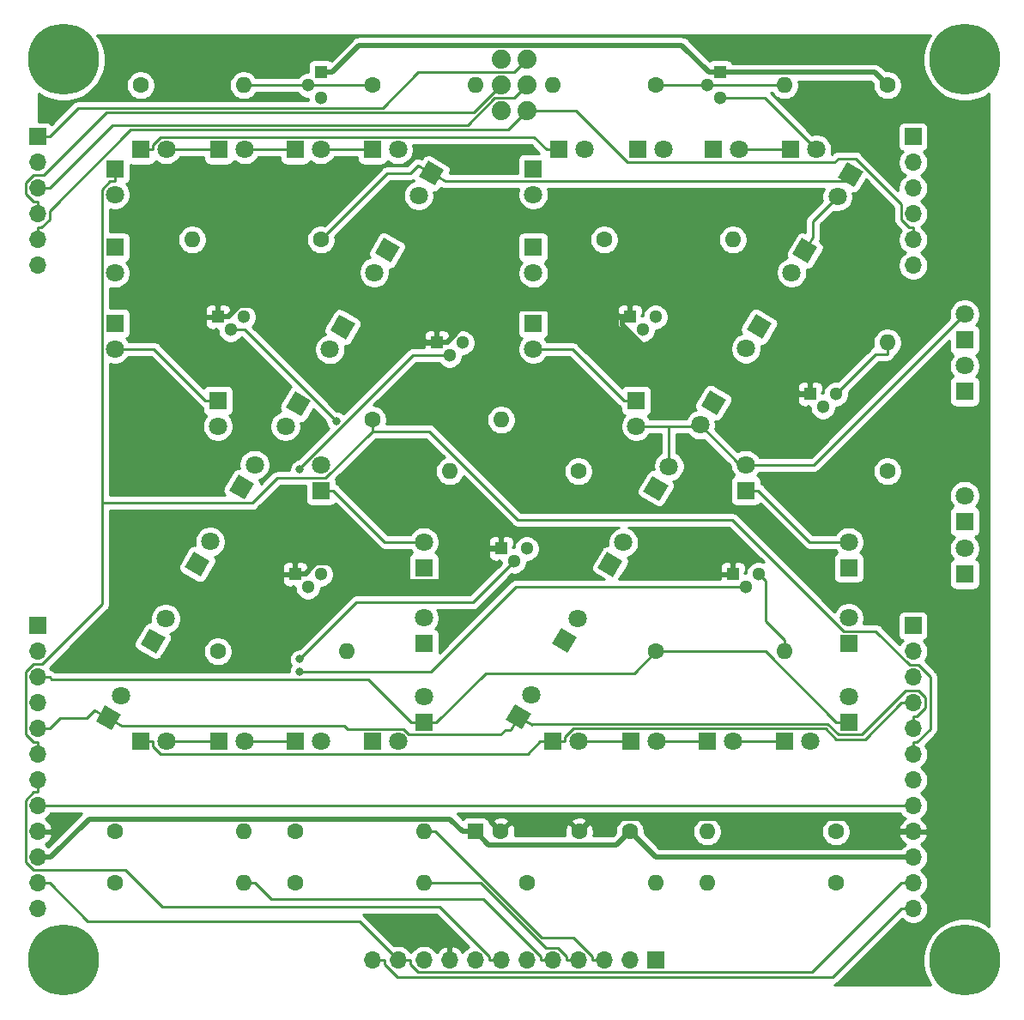
<source format=gbr>
G04 #@! TF.GenerationSoftware,KiCad,Pcbnew,5.1.10-5.1.10*
G04 #@! TF.CreationDate,2021-09-24T10:51:31+10:00*
G04 #@! TF.ProjectId,6segment,36736567-6d65-46e7-942e-6b696361645f,rev?*
G04 #@! TF.SameCoordinates,Original*
G04 #@! TF.FileFunction,Copper,L1,Top*
G04 #@! TF.FilePolarity,Positive*
%FSLAX46Y46*%
G04 Gerber Fmt 4.6, Leading zero omitted, Abs format (unit mm)*
G04 Created by KiCad (PCBNEW 5.1.10-5.1.10) date 2021-09-24 10:51:31*
%MOMM*%
%LPD*%
G01*
G04 APERTURE LIST*
G04 #@! TA.AperFunction,ComponentPad*
%ADD10O,1.600000X1.600000*%
G04 #@! TD*
G04 #@! TA.AperFunction,ComponentPad*
%ADD11C,1.600000*%
G04 #@! TD*
G04 #@! TA.AperFunction,ComponentPad*
%ADD12C,1.879600*%
G04 #@! TD*
G04 #@! TA.AperFunction,ComponentPad*
%ADD13C,0.100000*%
G04 #@! TD*
G04 #@! TA.AperFunction,ComponentPad*
%ADD14C,1.800000*%
G04 #@! TD*
G04 #@! TA.AperFunction,ComponentPad*
%ADD15R,1.800000X1.800000*%
G04 #@! TD*
G04 #@! TA.AperFunction,ComponentPad*
%ADD16C,7.000000*%
G04 #@! TD*
G04 #@! TA.AperFunction,ComponentPad*
%ADD17O,1.700000X1.700000*%
G04 #@! TD*
G04 #@! TA.AperFunction,ComponentPad*
%ADD18R,1.700000X1.700000*%
G04 #@! TD*
G04 #@! TA.AperFunction,ComponentPad*
%ADD19R,1.300000X1.300000*%
G04 #@! TD*
G04 #@! TA.AperFunction,ComponentPad*
%ADD20C,1.300000*%
G04 #@! TD*
G04 #@! TA.AperFunction,ComponentPad*
%ADD21R,1.600000X1.600000*%
G04 #@! TD*
G04 #@! TA.AperFunction,ViaPad*
%ADD22C,0.800000*%
G04 #@! TD*
G04 #@! TA.AperFunction,Conductor*
%ADD23C,0.500000*%
G04 #@! TD*
G04 #@! TA.AperFunction,Conductor*
%ADD24C,0.250000*%
G04 #@! TD*
G04 #@! TA.AperFunction,Conductor*
%ADD25C,0.254000*%
G04 #@! TD*
G04 #@! TA.AperFunction,Conductor*
%ADD26C,0.100000*%
G04 #@! TD*
G04 APERTURE END LIST*
D10*
G04 #@! TO.P,R24,2*
G04 #@! TO.N,Net-(Q22-Pad2)*
X160020000Y-48260000D03*
D11*
G04 #@! TO.P,R24,1*
G04 #@! TO.N,VCC*
X170180000Y-48260000D03*
G04 #@! TD*
D10*
G04 #@! TO.P,R23,2*
G04 #@! TO.N,Net-(Q21-Pad2)*
X106680000Y-48260000D03*
D11*
G04 #@! TO.P,R23,1*
G04 #@! TO.N,VCC*
X96520000Y-48260000D03*
G04 #@! TD*
D10*
G04 #@! TO.P,R22,2*
G04 #@! TO.N,Net-(R22-Pad2)*
X137160000Y-48260000D03*
D11*
G04 #@! TO.P,R22,1*
G04 #@! TO.N,Net-(Q22-Pad2)*
X147320000Y-48260000D03*
G04 #@! TD*
D10*
G04 #@! TO.P,R21,2*
G04 #@! TO.N,Net-(R21-Pad2)*
X129540000Y-48260000D03*
D11*
G04 #@! TO.P,R21,1*
G04 #@! TO.N,Net-(Q21-Pad2)*
X119380000Y-48260000D03*
G04 #@! TD*
D12*
G04 #@! TO.P,J6,6*
G04 #@! TO.N,Net-(J1-Pad5)*
X134620000Y-50800000D03*
G04 #@! TO.P,J6,5*
G04 #@! TO.N,Net-(J1-Pad6)*
X132080000Y-50800000D03*
G04 #@! TO.P,J6,4*
G04 #@! TO.N,Net-(J1-Pad3)*
X134620000Y-48260000D03*
G04 #@! TO.P,J6,3*
G04 #@! TO.N,Net-(J1-Pad4)*
X132080000Y-48260000D03*
G04 #@! TO.P,J6,2*
G04 #@! TO.N,Net-(J1-Pad1)*
X134620000Y-45720000D03*
G04 #@! TO.P,J6,1*
G04 #@! TO.N,Net-(J1-Pad2)*
X132080000Y-45720000D03*
G04 #@! TD*
G04 #@! TA.AperFunction,ComponentPad*
D13*
G04 #@! TO.P,D115,5*
G04 #@! TO.N,Net-(D115-Pad5)*
G36*
X147641768Y-89281939D02*
G01*
X146098867Y-88354870D01*
X147025936Y-86811969D01*
X148568837Y-87739038D01*
X147641768Y-89281939D01*
G37*
G04 #@! TD.AperFunction*
D14*
G04 #@! TO.P,D115,2*
G04 #@! TO.N,Net-(D111-Pad2)*
X148642049Y-85869749D03*
G04 #@! TA.AperFunction,ComponentPad*
D13*
G04 #@! TO.P,D115,4*
G04 #@! TO.N,Net-(D115-Pad4)*
G36*
X143128490Y-96793296D02*
G01*
X141585589Y-95866227D01*
X142512658Y-94323326D01*
X144055559Y-95250395D01*
X143128490Y-96793296D01*
G37*
G04 #@! TD.AperFunction*
D14*
G04 #@! TO.P,D115,5*
G04 #@! TO.N,Net-(D115-Pad5)*
X144128770Y-93381106D03*
G04 #@! TA.AperFunction,ComponentPad*
D13*
G04 #@! TO.P,D115,3*
G04 #@! TO.N,Net-(D115-Pad3)*
G36*
X138615211Y-104304653D02*
G01*
X137072310Y-103377584D01*
X137999379Y-101834683D01*
X139542280Y-102761752D01*
X138615211Y-104304653D01*
G37*
G04 #@! TD.AperFunction*
D14*
G04 #@! TO.P,D115,4*
G04 #@! TO.N,Net-(D115-Pad4)*
X139615492Y-100892463D03*
G04 #@! TO.P,D115,3*
G04 #@! TO.N,Net-(D115-Pad3)*
X135102213Y-108403820D03*
G04 #@! TA.AperFunction,ComponentPad*
D13*
G04 #@! TO.P,D115,1*
G04 #@! TO.N,/E*
G36*
X134101932Y-111816010D02*
G01*
X132559031Y-110888941D01*
X133486100Y-109346040D01*
X135029001Y-110273109D01*
X134101932Y-111816010D01*
G37*
G04 #@! TD.AperFunction*
G04 #@! TD*
G04 #@! TA.AperFunction,ComponentPad*
G04 #@! TO.P,D112,5*
G04 #@! TO.N,Net-(D112-Pad5)*
G36*
X152713232Y-78358061D02*
G01*
X154256133Y-79285130D01*
X153329064Y-80828031D01*
X151786163Y-79900962D01*
X152713232Y-78358061D01*
G37*
G04 #@! TD.AperFunction*
D14*
G04 #@! TO.P,D112,2*
G04 #@! TO.N,Net-(D111-Pad2)*
X151712951Y-81770251D03*
G04 #@! TA.AperFunction,ComponentPad*
D13*
G04 #@! TO.P,D112,4*
G04 #@! TO.N,Net-(D112-Pad4)*
G36*
X157226510Y-70846704D02*
G01*
X158769411Y-71773773D01*
X157842342Y-73316674D01*
X156299441Y-72389605D01*
X157226510Y-70846704D01*
G37*
G04 #@! TD.AperFunction*
D14*
G04 #@! TO.P,D112,5*
G04 #@! TO.N,Net-(D112-Pad5)*
X156226230Y-74258894D03*
G04 #@! TA.AperFunction,ComponentPad*
D13*
G04 #@! TO.P,D112,3*
G04 #@! TO.N,Net-(D112-Pad3)*
G36*
X161739789Y-63335347D02*
G01*
X163282690Y-64262416D01*
X162355621Y-65805317D01*
X160812720Y-64878248D01*
X161739789Y-63335347D01*
G37*
G04 #@! TD.AperFunction*
D14*
G04 #@! TO.P,D112,4*
G04 #@! TO.N,Net-(D112-Pad4)*
X160739508Y-66747537D03*
G04 #@! TO.P,D112,3*
G04 #@! TO.N,Net-(D112-Pad3)*
X165252787Y-59236180D03*
G04 #@! TA.AperFunction,ComponentPad*
D13*
G04 #@! TO.P,D112,1*
G04 #@! TO.N,/B*
G36*
X166253068Y-55823990D02*
G01*
X167795969Y-56751059D01*
X166868900Y-58293960D01*
X165325999Y-57366891D01*
X166253068Y-55823990D01*
G37*
G04 #@! TD.AperFunction*
G04 #@! TD*
G04 #@! TA.AperFunction,ComponentPad*
G04 #@! TO.P,D15,5*
G04 #@! TO.N,Net-(D15-Pad5)*
G36*
X106818923Y-89156004D02*
G01*
X105260077Y-88256004D01*
X106160077Y-86697158D01*
X107718923Y-87597158D01*
X106818923Y-89156004D01*
G37*
G04 #@! TD.AperFunction*
D14*
G04 #@! TO.P,D15,2*
G04 #@! TO.N,Net-(D11-Pad2)*
X107759500Y-85726876D03*
G04 #@! TA.AperFunction,ComponentPad*
D13*
G04 #@! TO.P,D15,4*
G04 #@! TO.N,Net-(D15-Pad4)*
G36*
X102437423Y-96744984D02*
G01*
X100878577Y-95844984D01*
X101778577Y-94286138D01*
X103337423Y-95186138D01*
X102437423Y-96744984D01*
G37*
G04 #@! TD.AperFunction*
D14*
G04 #@! TO.P,D15,5*
G04 #@! TO.N,Net-(D15-Pad5)*
X103378000Y-93315857D03*
G04 #@! TA.AperFunction,ComponentPad*
D13*
G04 #@! TO.P,D15,3*
G04 #@! TO.N,Net-(D15-Pad3)*
G36*
X98055923Y-104333965D02*
G01*
X96497077Y-103433965D01*
X97397077Y-101875119D01*
X98955923Y-102775119D01*
X98055923Y-104333965D01*
G37*
G04 #@! TD.AperFunction*
D14*
G04 #@! TO.P,D15,4*
G04 #@! TO.N,Net-(D15-Pad4)*
X98996500Y-100904837D03*
G04 #@! TO.P,D15,3*
G04 #@! TO.N,Net-(D15-Pad3)*
X94615000Y-108493818D03*
G04 #@! TA.AperFunction,ComponentPad*
D13*
G04 #@! TO.P,D15,1*
G04 #@! TO.N,/E*
G36*
X93674423Y-111922946D02*
G01*
X92115577Y-111022946D01*
X93015577Y-109464100D01*
X94574423Y-110364100D01*
X93674423Y-111922946D01*
G37*
G04 #@! TD.AperFunction*
G04 #@! TD*
G04 #@! TA.AperFunction,ComponentPad*
G04 #@! TO.P,D12,5*
G04 #@! TO.N,Net-(D12-Pad5)*
G36*
X111748077Y-78483996D02*
G01*
X113306923Y-79383996D01*
X112406923Y-80942842D01*
X110848077Y-80042842D01*
X111748077Y-78483996D01*
G37*
G04 #@! TD.AperFunction*
D14*
G04 #@! TO.P,D12,2*
G04 #@! TO.N,Net-(D11-Pad2)*
X110807500Y-81913124D03*
G04 #@! TA.AperFunction,ComponentPad*
D13*
G04 #@! TO.P,D12,4*
G04 #@! TO.N,Net-(D12-Pad4)*
G36*
X116129577Y-70895016D02*
G01*
X117688423Y-71795016D01*
X116788423Y-73353862D01*
X115229577Y-72453862D01*
X116129577Y-70895016D01*
G37*
G04 #@! TD.AperFunction*
D14*
G04 #@! TO.P,D12,5*
G04 #@! TO.N,Net-(D12-Pad5)*
X115189000Y-74324143D03*
G04 #@! TA.AperFunction,ComponentPad*
D13*
G04 #@! TO.P,D12,3*
G04 #@! TO.N,Net-(D12-Pad3)*
G36*
X120511077Y-63306035D02*
G01*
X122069923Y-64206035D01*
X121169923Y-65764881D01*
X119611077Y-64864881D01*
X120511077Y-63306035D01*
G37*
G04 #@! TD.AperFunction*
D14*
G04 #@! TO.P,D12,4*
G04 #@! TO.N,Net-(D12-Pad4)*
X119570500Y-66735163D03*
G04 #@! TO.P,D12,3*
G04 #@! TO.N,Net-(D12-Pad3)*
X123952000Y-59146182D03*
G04 #@! TA.AperFunction,ComponentPad*
D13*
G04 #@! TO.P,D12,1*
G04 #@! TO.N,/B*
G36*
X124892577Y-55717054D02*
G01*
X126451423Y-56617054D01*
X125551423Y-58175900D01*
X123992577Y-57275900D01*
X124892577Y-55717054D01*
G37*
G04 #@! TD.AperFunction*
G04 #@! TD*
D15*
G04 #@! TO.P,D116,5*
G04 #@! TO.N,Net-(D116-Pad5)*
X145415000Y-79375000D03*
D14*
G04 #@! TO.P,D116,2*
G04 #@! TO.N,Net-(D111-Pad2)*
X145415000Y-81915000D03*
D15*
G04 #@! TO.P,D116,4*
G04 #@! TO.N,Net-(D116-Pad4)*
X135255000Y-71755000D03*
D14*
G04 #@! TO.P,D116,5*
G04 #@! TO.N,Net-(D116-Pad5)*
X135255000Y-74295000D03*
D15*
G04 #@! TO.P,D116,3*
G04 #@! TO.N,Net-(D116-Pad3)*
X135255000Y-64262000D03*
D14*
G04 #@! TO.P,D116,4*
G04 #@! TO.N,Net-(D116-Pad4)*
X135255000Y-66802000D03*
G04 #@! TO.P,D116,3*
G04 #@! TO.N,Net-(D116-Pad3)*
X135255000Y-59055000D03*
D15*
G04 #@! TO.P,D116,1*
G04 #@! TO.N,/F*
X135255000Y-56515000D03*
G04 #@! TD*
G04 #@! TO.P,D16,5*
G04 #@! TO.N,Net-(D16-Pad5)*
X104140000Y-79375000D03*
D14*
G04 #@! TO.P,D16,2*
G04 #@! TO.N,Net-(D11-Pad2)*
X104140000Y-81915000D03*
D15*
G04 #@! TO.P,D16,4*
G04 #@! TO.N,Net-(D16-Pad4)*
X93980000Y-71755000D03*
D14*
G04 #@! TO.P,D16,5*
G04 #@! TO.N,Net-(D16-Pad5)*
X93980000Y-74295000D03*
D15*
G04 #@! TO.P,D16,3*
G04 #@! TO.N,Net-(D16-Pad3)*
X93980000Y-64262000D03*
D14*
G04 #@! TO.P,D16,4*
G04 #@! TO.N,Net-(D16-Pad4)*
X93980000Y-66802000D03*
G04 #@! TO.P,D16,3*
G04 #@! TO.N,Net-(D16-Pad3)*
X93980000Y-59055000D03*
D15*
G04 #@! TO.P,D16,1*
G04 #@! TO.N,/F*
X93980000Y-56515000D03*
G04 #@! TD*
G04 #@! TO.P,D113,5*
G04 #@! TO.N,Net-(D113-Pad5)*
X156210000Y-88265000D03*
D14*
G04 #@! TO.P,D113,2*
G04 #@! TO.N,Net-(D111-Pad2)*
X156210000Y-85725000D03*
D15*
G04 #@! TO.P,D113,4*
G04 #@! TO.N,Net-(D113-Pad4)*
X166370000Y-95885000D03*
D14*
G04 #@! TO.P,D113,5*
G04 #@! TO.N,Net-(D113-Pad5)*
X166370000Y-93345000D03*
D15*
G04 #@! TO.P,D113,3*
G04 #@! TO.N,Net-(D113-Pad3)*
X166370000Y-103378000D03*
D14*
G04 #@! TO.P,D113,4*
G04 #@! TO.N,Net-(D113-Pad4)*
X166370000Y-100838000D03*
G04 #@! TO.P,D113,3*
G04 #@! TO.N,Net-(D113-Pad3)*
X166370000Y-108585000D03*
D15*
G04 #@! TO.P,D113,1*
G04 #@! TO.N,/C*
X166370000Y-111125000D03*
G04 #@! TD*
G04 #@! TO.P,D13,5*
G04 #@! TO.N,Net-(D13-Pad5)*
X114300000Y-88265000D03*
D14*
G04 #@! TO.P,D13,2*
G04 #@! TO.N,Net-(D11-Pad2)*
X114300000Y-85725000D03*
D15*
G04 #@! TO.P,D13,4*
G04 #@! TO.N,Net-(D13-Pad4)*
X124460000Y-95885000D03*
D14*
G04 #@! TO.P,D13,5*
G04 #@! TO.N,Net-(D13-Pad5)*
X124460000Y-93345000D03*
D15*
G04 #@! TO.P,D13,3*
G04 #@! TO.N,Net-(D13-Pad3)*
X124460000Y-103378000D03*
D14*
G04 #@! TO.P,D13,4*
G04 #@! TO.N,Net-(D13-Pad4)*
X124460000Y-100838000D03*
G04 #@! TO.P,D13,3*
G04 #@! TO.N,Net-(D13-Pad3)*
X124460000Y-108585000D03*
D15*
G04 #@! TO.P,D13,1*
G04 #@! TO.N,/C*
X124460000Y-111125000D03*
G04 #@! TD*
G04 #@! TO.P,D117,5*
G04 #@! TO.N,Net-(D117-Pad5)*
X177800000Y-73406000D03*
D14*
G04 #@! TO.P,D117,2*
G04 #@! TO.N,Net-(D111-Pad2)*
X177800000Y-70866000D03*
D15*
G04 #@! TO.P,D117,4*
G04 #@! TO.N,Net-(D117-Pad4)*
X177800000Y-78486000D03*
D14*
G04 #@! TO.P,D117,5*
G04 #@! TO.N,Net-(D117-Pad5)*
X177800000Y-75946000D03*
D15*
G04 #@! TO.P,D117,3*
G04 #@! TO.N,Net-(D117-Pad3)*
X177800000Y-91313000D03*
D14*
G04 #@! TO.P,D117,4*
G04 #@! TO.N,Net-(D117-Pad4)*
X177800000Y-88773000D03*
G04 #@! TO.P,D117,3*
G04 #@! TO.N,Net-(D117-Pad3)*
X177800000Y-93980000D03*
D15*
G04 #@! TO.P,D117,1*
G04 #@! TO.N,/P*
X177800000Y-96520000D03*
G04 #@! TD*
D16*
G04 #@! TO.P,H4,1*
G04 #@! TO.N,N/C*
X177800000Y-134620000D03*
G04 #@! TD*
G04 #@! TO.P,H3,1*
G04 #@! TO.N,N/C*
X88900000Y-134620000D03*
G04 #@! TD*
G04 #@! TO.P,H2,1*
G04 #@! TO.N,N/C*
X177800000Y-45720000D03*
G04 #@! TD*
G04 #@! TO.P,H1,1*
G04 #@! TO.N,N/C*
X88900000Y-45720000D03*
G04 #@! TD*
D17*
G04 #@! TO.P,J4,12*
G04 #@! TO.N,/12*
X86360000Y-129540000D03*
G04 #@! TO.P,J4,11*
G04 #@! TO.N,/11*
X86360000Y-127000000D03*
G04 #@! TO.P,J4,10*
G04 #@! TO.N,VCC*
X86360000Y-124460000D03*
G04 #@! TO.P,J4,9*
G04 #@! TO.N,GND*
X86360000Y-121920000D03*
G04 #@! TO.P,J4,8*
G04 #@! TO.N,/P*
X86360000Y-119380000D03*
G04 #@! TO.P,J4,7*
G04 #@! TO.N,/7*
X86360000Y-116840000D03*
G04 #@! TO.P,J4,6*
G04 #@! TO.N,/F*
X86360000Y-114300000D03*
G04 #@! TO.P,J4,5*
G04 #@! TO.N,/E*
X86360000Y-111760000D03*
G04 #@! TO.P,J4,4*
G04 #@! TO.N,/D*
X86360000Y-109220000D03*
G04 #@! TO.P,J4,3*
G04 #@! TO.N,/C*
X86360000Y-106680000D03*
G04 #@! TO.P,J4,2*
G04 #@! TO.N,/B*
X86360000Y-104140000D03*
D18*
G04 #@! TO.P,J4,1*
G04 #@! TO.N,/A*
X86360000Y-101600000D03*
G04 #@! TD*
D17*
G04 #@! TO.P,J3,12*
G04 #@! TO.N,/12*
X172720000Y-129540000D03*
G04 #@! TO.P,J3,11*
G04 #@! TO.N,/11*
X172720000Y-127000000D03*
G04 #@! TO.P,J3,10*
G04 #@! TO.N,VCC*
X172720000Y-124460000D03*
G04 #@! TO.P,J3,9*
G04 #@! TO.N,GND*
X172720000Y-121920000D03*
G04 #@! TO.P,J3,8*
G04 #@! TO.N,/P*
X172720000Y-119380000D03*
G04 #@! TO.P,J3,7*
G04 #@! TO.N,/7*
X172720000Y-116840000D03*
G04 #@! TO.P,J3,6*
G04 #@! TO.N,/F*
X172720000Y-114300000D03*
G04 #@! TO.P,J3,5*
G04 #@! TO.N,/E*
X172720000Y-111760000D03*
G04 #@! TO.P,J3,4*
G04 #@! TO.N,/D*
X172720000Y-109220000D03*
G04 #@! TO.P,J3,3*
G04 #@! TO.N,/C*
X172720000Y-106680000D03*
G04 #@! TO.P,J3,2*
G04 #@! TO.N,/B*
X172720000Y-104140000D03*
D18*
G04 #@! TO.P,J3,1*
G04 #@! TO.N,/A*
X172720000Y-101600000D03*
G04 #@! TD*
D15*
G04 #@! TO.P,D11,5*
G04 #@! TO.N,Net-(D11-Pad5)*
X119380000Y-54610000D03*
D14*
G04 #@! TO.P,D11,2*
G04 #@! TO.N,Net-(D11-Pad2)*
X121920000Y-54610000D03*
D15*
G04 #@! TO.P,D11,4*
G04 #@! TO.N,Net-(D11-Pad4)*
X111760000Y-54610000D03*
D14*
G04 #@! TO.P,D11,5*
G04 #@! TO.N,Net-(D11-Pad5)*
X114300000Y-54610000D03*
D15*
G04 #@! TO.P,D11,3*
G04 #@! TO.N,Net-(D11-Pad3)*
X104267000Y-54610000D03*
D14*
G04 #@! TO.P,D11,4*
G04 #@! TO.N,Net-(D11-Pad4)*
X106807000Y-54610000D03*
G04 #@! TO.P,D11,3*
G04 #@! TO.N,Net-(D11-Pad3)*
X99060000Y-54610000D03*
D15*
G04 #@! TO.P,D11,1*
G04 #@! TO.N,/A*
X96520000Y-54610000D03*
G04 #@! TD*
G04 #@! TO.P,D14,5*
G04 #@! TO.N,Net-(D14-Pad5)*
X119380000Y-113030000D03*
D14*
G04 #@! TO.P,D14,2*
G04 #@! TO.N,Net-(D11-Pad2)*
X121920000Y-113030000D03*
D15*
G04 #@! TO.P,D14,4*
G04 #@! TO.N,Net-(D14-Pad4)*
X111760000Y-113030000D03*
D14*
G04 #@! TO.P,D14,5*
G04 #@! TO.N,Net-(D14-Pad5)*
X114300000Y-113030000D03*
D15*
G04 #@! TO.P,D14,3*
G04 #@! TO.N,Net-(D14-Pad3)*
X104267000Y-113030000D03*
D14*
G04 #@! TO.P,D14,4*
G04 #@! TO.N,Net-(D14-Pad4)*
X106807000Y-113030000D03*
G04 #@! TO.P,D14,3*
G04 #@! TO.N,Net-(D14-Pad3)*
X99060000Y-113030000D03*
D15*
G04 #@! TO.P,D14,1*
G04 #@! TO.N,/D*
X96520000Y-113030000D03*
G04 #@! TD*
G04 #@! TO.P,D111,5*
G04 #@! TO.N,Net-(D111-Pad5)*
X160655000Y-54610000D03*
D14*
G04 #@! TO.P,D111,2*
G04 #@! TO.N,Net-(D111-Pad2)*
X163195000Y-54610000D03*
D15*
G04 #@! TO.P,D111,4*
G04 #@! TO.N,Net-(D111-Pad4)*
X153035000Y-54610000D03*
D14*
G04 #@! TO.P,D111,5*
G04 #@! TO.N,Net-(D111-Pad5)*
X155575000Y-54610000D03*
D15*
G04 #@! TO.P,D111,3*
G04 #@! TO.N,Net-(D111-Pad3)*
X145542000Y-54610000D03*
D14*
G04 #@! TO.P,D111,4*
G04 #@! TO.N,Net-(D111-Pad4)*
X148082000Y-54610000D03*
G04 #@! TO.P,D111,3*
G04 #@! TO.N,Net-(D111-Pad3)*
X140335000Y-54610000D03*
D15*
G04 #@! TO.P,D111,1*
G04 #@! TO.N,/A*
X137795000Y-54610000D03*
G04 #@! TD*
G04 #@! TO.P,D114,5*
G04 #@! TO.N,Net-(D114-Pad5)*
X160020000Y-113030000D03*
D14*
G04 #@! TO.P,D114,2*
G04 #@! TO.N,Net-(D111-Pad2)*
X162560000Y-113030000D03*
D15*
G04 #@! TO.P,D114,4*
G04 #@! TO.N,Net-(D114-Pad4)*
X152400000Y-113030000D03*
D14*
G04 #@! TO.P,D114,5*
G04 #@! TO.N,Net-(D114-Pad5)*
X154940000Y-113030000D03*
D15*
G04 #@! TO.P,D114,3*
G04 #@! TO.N,Net-(D114-Pad3)*
X144907000Y-113030000D03*
D14*
G04 #@! TO.P,D114,4*
G04 #@! TO.N,Net-(D114-Pad4)*
X147447000Y-113030000D03*
G04 #@! TO.P,D114,3*
G04 #@! TO.N,Net-(D114-Pad3)*
X139700000Y-113030000D03*
D15*
G04 #@! TO.P,D114,1*
G04 #@! TO.N,/D*
X137160000Y-113030000D03*
G04 #@! TD*
D10*
G04 #@! TO.P,R18,2*
G04 #@! TO.N,Net-(J5-Pad8)*
X152400000Y-121920000D03*
D11*
G04 #@! TO.P,R18,1*
G04 #@! TO.N,Net-(Q8-Pad2)*
X165100000Y-121920000D03*
G04 #@! TD*
D10*
G04 #@! TO.P,R16,2*
G04 #@! TO.N,Net-(J5-Pad6)*
X106680000Y-121920000D03*
D11*
G04 #@! TO.P,R16,1*
G04 #@! TO.N,Net-(Q6-Pad2)*
X93980000Y-121920000D03*
G04 #@! TD*
D10*
G04 #@! TO.P,R15,2*
G04 #@! TO.N,Net-(J5-Pad5)*
X106680000Y-127000000D03*
D11*
G04 #@! TO.P,R15,1*
G04 #@! TO.N,Net-(Q5-Pad2)*
X93980000Y-127000000D03*
G04 #@! TD*
D10*
G04 #@! TO.P,R14,2*
G04 #@! TO.N,Net-(J5-Pad4)*
X124460000Y-127000000D03*
D11*
G04 #@! TO.P,R14,1*
G04 #@! TO.N,Net-(Q4-Pad2)*
X111760000Y-127000000D03*
G04 #@! TD*
D10*
G04 #@! TO.P,R13,2*
G04 #@! TO.N,Net-(J5-Pad3)*
X124460000Y-121920000D03*
D11*
G04 #@! TO.P,R13,1*
G04 #@! TO.N,Net-(Q3-Pad2)*
X111760000Y-121920000D03*
G04 #@! TD*
D10*
G04 #@! TO.P,R12,2*
G04 #@! TO.N,Net-(J5-Pad2)*
X147320000Y-127000000D03*
D11*
G04 #@! TO.P,R12,1*
G04 #@! TO.N,Net-(Q2-Pad2)*
X134620000Y-127000000D03*
G04 #@! TD*
D10*
G04 #@! TO.P,R11,2*
G04 #@! TO.N,Net-(J5-Pad1)*
X152400000Y-127000000D03*
D11*
G04 #@! TO.P,R11,1*
G04 #@! TO.N,Net-(Q1-Pad2)*
X165100000Y-127000000D03*
G04 #@! TD*
D10*
G04 #@! TO.P,R8,2*
G04 #@! TO.N,Net-(Q8-Pad3)*
X170180000Y-73660000D03*
D11*
G04 #@! TO.P,R8,1*
G04 #@! TO.N,/P*
X170180000Y-86360000D03*
G04 #@! TD*
D10*
G04 #@! TO.P,R6,2*
G04 #@! TO.N,Net-(Q6-Pad3)*
X132080000Y-81280000D03*
D11*
G04 #@! TO.P,R6,1*
G04 #@! TO.N,/F*
X119380000Y-81280000D03*
G04 #@! TD*
D10*
G04 #@! TO.P,R5,2*
G04 #@! TO.N,Net-(Q5-Pad3)*
X127000000Y-86360000D03*
D11*
G04 #@! TO.P,R5,1*
G04 #@! TO.N,/E*
X139700000Y-86360000D03*
G04 #@! TD*
D10*
G04 #@! TO.P,R4,2*
G04 #@! TO.N,Net-(Q4-Pad3)*
X116840000Y-104140000D03*
D11*
G04 #@! TO.P,R4,1*
G04 #@! TO.N,/D*
X104140000Y-104140000D03*
G04 #@! TD*
D10*
G04 #@! TO.P,R3,2*
G04 #@! TO.N,Net-(Q3-Pad3)*
X160020000Y-104140000D03*
D11*
G04 #@! TO.P,R3,1*
G04 #@! TO.N,/C*
X147320000Y-104140000D03*
G04 #@! TD*
D10*
G04 #@! TO.P,R2,2*
G04 #@! TO.N,Net-(Q2-Pad3)*
X101600000Y-63500000D03*
D11*
G04 #@! TO.P,R2,1*
G04 #@! TO.N,/B*
X114300000Y-63500000D03*
G04 #@! TD*
D10*
G04 #@! TO.P,R1,2*
G04 #@! TO.N,Net-(Q1-Pad3)*
X154940000Y-63500000D03*
D11*
G04 #@! TO.P,R1,1*
G04 #@! TO.N,/A*
X142240000Y-63500000D03*
G04 #@! TD*
D19*
G04 #@! TO.P,Q22,1*
G04 #@! TO.N,VCC*
X153670000Y-46990000D03*
D20*
G04 #@! TO.P,Q22,3*
G04 #@! TO.N,Net-(D111-Pad2)*
X153670000Y-49530000D03*
G04 #@! TO.P,Q22,2*
G04 #@! TO.N,Net-(Q22-Pad2)*
X152400000Y-48260000D03*
G04 #@! TD*
D19*
G04 #@! TO.P,Q21,1*
G04 #@! TO.N,VCC*
X114300000Y-46990000D03*
D20*
G04 #@! TO.P,Q21,3*
G04 #@! TO.N,Net-(D11-Pad2)*
X114300000Y-49530000D03*
G04 #@! TO.P,Q21,2*
G04 #@! TO.N,Net-(Q21-Pad2)*
X113030000Y-48260000D03*
G04 #@! TD*
D19*
G04 #@! TO.P,Q8,1*
G04 #@! TO.N,GND*
X162560000Y-78740000D03*
D20*
G04 #@! TO.P,Q8,3*
G04 #@! TO.N,Net-(Q8-Pad3)*
X165100000Y-78740000D03*
G04 #@! TO.P,Q8,2*
G04 #@! TO.N,Net-(Q8-Pad2)*
X163830000Y-80010000D03*
G04 #@! TD*
D19*
G04 #@! TO.P,Q6,1*
G04 #@! TO.N,GND*
X125730000Y-73660000D03*
D20*
G04 #@! TO.P,Q6,3*
G04 #@! TO.N,Net-(Q6-Pad3)*
X128270000Y-73660000D03*
G04 #@! TO.P,Q6,2*
G04 #@! TO.N,Net-(Q6-Pad2)*
X127000000Y-74930000D03*
G04 #@! TD*
D19*
G04 #@! TO.P,Q5,1*
G04 #@! TO.N,GND*
X132080000Y-93980000D03*
D20*
G04 #@! TO.P,Q5,3*
G04 #@! TO.N,Net-(Q5-Pad3)*
X134620000Y-93980000D03*
G04 #@! TO.P,Q5,2*
G04 #@! TO.N,Net-(Q5-Pad2)*
X133350000Y-95250000D03*
G04 #@! TD*
D19*
G04 #@! TO.P,Q4,1*
G04 #@! TO.N,GND*
X111760000Y-96520000D03*
D20*
G04 #@! TO.P,Q4,3*
G04 #@! TO.N,Net-(Q4-Pad3)*
X114300000Y-96520000D03*
G04 #@! TO.P,Q4,2*
G04 #@! TO.N,Net-(Q4-Pad2)*
X113030000Y-97790000D03*
G04 #@! TD*
D19*
G04 #@! TO.P,Q3,1*
G04 #@! TO.N,GND*
X154940000Y-96520000D03*
D20*
G04 #@! TO.P,Q3,3*
G04 #@! TO.N,Net-(Q3-Pad3)*
X157480000Y-96520000D03*
G04 #@! TO.P,Q3,2*
G04 #@! TO.N,Net-(Q3-Pad2)*
X156210000Y-97790000D03*
G04 #@! TD*
D19*
G04 #@! TO.P,Q2,1*
G04 #@! TO.N,GND*
X104140000Y-71120000D03*
D20*
G04 #@! TO.P,Q2,3*
G04 #@! TO.N,Net-(Q2-Pad3)*
X106680000Y-71120000D03*
G04 #@! TO.P,Q2,2*
G04 #@! TO.N,Net-(Q2-Pad2)*
X105410000Y-72390000D03*
G04 #@! TD*
D19*
G04 #@! TO.P,Q1,1*
G04 #@! TO.N,GND*
X144780000Y-71120000D03*
D20*
G04 #@! TO.P,Q1,3*
G04 #@! TO.N,Net-(Q1-Pad3)*
X147320000Y-71120000D03*
G04 #@! TO.P,Q1,2*
G04 #@! TO.N,Net-(Q1-Pad2)*
X146050000Y-72390000D03*
G04 #@! TD*
D17*
G04 #@! TO.P,J5,12*
G04 #@! TO.N,/12*
X119380000Y-134620000D03*
G04 #@! TO.P,J5,11*
G04 #@! TO.N,/11*
X121920000Y-134620000D03*
G04 #@! TO.P,J5,10*
G04 #@! TO.N,VCC*
X124460000Y-134620000D03*
G04 #@! TO.P,J5,9*
G04 #@! TO.N,GND*
X127000000Y-134620000D03*
G04 #@! TO.P,J5,8*
G04 #@! TO.N,Net-(J5-Pad8)*
X129540000Y-134620000D03*
G04 #@! TO.P,J5,7*
G04 #@! TO.N,/7*
X132080000Y-134620000D03*
G04 #@! TO.P,J5,6*
G04 #@! TO.N,Net-(J5-Pad6)*
X134620000Y-134620000D03*
G04 #@! TO.P,J5,5*
G04 #@! TO.N,Net-(J5-Pad5)*
X137160000Y-134620000D03*
G04 #@! TO.P,J5,4*
G04 #@! TO.N,Net-(J5-Pad4)*
X139700000Y-134620000D03*
G04 #@! TO.P,J5,3*
G04 #@! TO.N,Net-(J5-Pad3)*
X142240000Y-134620000D03*
G04 #@! TO.P,J5,2*
G04 #@! TO.N,Net-(J5-Pad2)*
X144780000Y-134620000D03*
D18*
G04 #@! TO.P,J5,1*
G04 #@! TO.N,Net-(J5-Pad1)*
X147320000Y-134620000D03*
G04 #@! TD*
D17*
G04 #@! TO.P,J2,6*
G04 #@! TO.N,Net-(J1-Pad6)*
X86360000Y-66040000D03*
G04 #@! TO.P,J2,5*
G04 #@! TO.N,Net-(J1-Pad5)*
X86360000Y-63500000D03*
G04 #@! TO.P,J2,4*
G04 #@! TO.N,Net-(J1-Pad4)*
X86360000Y-60960000D03*
G04 #@! TO.P,J2,3*
G04 #@! TO.N,Net-(J1-Pad3)*
X86360000Y-58420000D03*
G04 #@! TO.P,J2,2*
G04 #@! TO.N,Net-(J1-Pad2)*
X86360000Y-55880000D03*
D18*
G04 #@! TO.P,J2,1*
G04 #@! TO.N,Net-(J1-Pad1)*
X86360000Y-53340000D03*
G04 #@! TD*
D17*
G04 #@! TO.P,J1,6*
G04 #@! TO.N,Net-(J1-Pad6)*
X172720000Y-66040000D03*
G04 #@! TO.P,J1,5*
G04 #@! TO.N,Net-(J1-Pad5)*
X172720000Y-63500000D03*
G04 #@! TO.P,J1,4*
G04 #@! TO.N,Net-(J1-Pad4)*
X172720000Y-60960000D03*
G04 #@! TO.P,J1,3*
G04 #@! TO.N,Net-(J1-Pad3)*
X172720000Y-58420000D03*
G04 #@! TO.P,J1,2*
G04 #@! TO.N,Net-(J1-Pad2)*
X172720000Y-55880000D03*
D18*
G04 #@! TO.P,J1,1*
G04 #@! TO.N,Net-(J1-Pad1)*
X172720000Y-53340000D03*
G04 #@! TD*
D11*
G04 #@! TO.P,C2,2*
G04 #@! TO.N,GND*
X132040000Y-121920000D03*
D21*
G04 #@! TO.P,C2,1*
G04 #@! TO.N,VCC*
X129540000Y-121920000D03*
G04 #@! TD*
D11*
G04 #@! TO.P,C1,2*
G04 #@! TO.N,GND*
X139780000Y-121920000D03*
G04 #@! TO.P,C1,1*
G04 #@! TO.N,VCC*
X144780000Y-121920000D03*
G04 #@! TD*
D22*
G04 #@! TO.N,Net-(Q2-Pad2)*
X115817300Y-81414000D03*
G04 #@! TO.N,Net-(Q3-Pad2)*
X112208900Y-106155100D03*
G04 #@! TO.N,Net-(Q5-Pad2)*
X112208900Y-104910700D03*
G04 #@! TO.N,Net-(Q6-Pad2)*
X112231200Y-86182100D03*
G04 #@! TD*
D23*
G04 #@! TO.N,GND*
X172720000Y-121920000D02*
X171419700Y-121920000D01*
X139780000Y-121920000D02*
X141037500Y-120662500D01*
X141037500Y-120662500D02*
X170162200Y-120662500D01*
X170162200Y-120662500D02*
X171419700Y-121920000D01*
X111760000Y-96520000D02*
X112860300Y-96520000D01*
X132080000Y-93980000D02*
X130979700Y-93980000D01*
X130979700Y-93980000D02*
X127724300Y-97235400D01*
X127724300Y-97235400D02*
X118832400Y-97235400D01*
X118832400Y-97235400D02*
X117016700Y-95419700D01*
X117016700Y-95419700D02*
X113822900Y-95419700D01*
X113822900Y-95419700D02*
X112860300Y-96382300D01*
X112860300Y-96382300D02*
X112860300Y-96520000D01*
X162560000Y-78740000D02*
X161459700Y-78740000D01*
X144047300Y-71120000D02*
X144047300Y-71974300D01*
X144047300Y-71974300D02*
X149789600Y-77716600D01*
X149789600Y-77716600D02*
X160436300Y-77716600D01*
X160436300Y-77716600D02*
X161459700Y-78740000D01*
X144047300Y-71120000D02*
X143679700Y-71120000D01*
X144780000Y-71120000D02*
X144047300Y-71120000D01*
X125730000Y-73660000D02*
X124629700Y-73660000D01*
X104140000Y-71120000D02*
X105240300Y-71120000D01*
X105240300Y-71120000D02*
X105240300Y-70982500D01*
X105240300Y-70982500D02*
X106240700Y-69982100D01*
X106240700Y-69982100D02*
X120951800Y-69982100D01*
X120951800Y-69982100D02*
X124629700Y-73660000D01*
X125730000Y-73660000D02*
X126830300Y-73660000D01*
X143679700Y-71120000D02*
X142925100Y-70365400D01*
X142925100Y-70365400D02*
X129987400Y-70365400D01*
X129987400Y-70365400D02*
X126830300Y-73522500D01*
X126830300Y-73522500D02*
X126830300Y-73660000D01*
G04 #@! TO.N,VCC*
X153670000Y-46990000D02*
X152569700Y-46990000D01*
X114300000Y-46990000D02*
X115400300Y-46990000D01*
X115400300Y-46990000D02*
X118067900Y-44322400D01*
X118067900Y-44322400D02*
X149902100Y-44322400D01*
X149902100Y-44322400D02*
X152569700Y-46990000D01*
X170180000Y-48260000D02*
X168910000Y-46990000D01*
X168910000Y-46990000D02*
X153670000Y-46990000D01*
X86360000Y-124460000D02*
X87660300Y-124460000D01*
X129540000Y-121920000D02*
X128289700Y-121920000D01*
X128289700Y-121920000D02*
X127039300Y-120669600D01*
X127039300Y-120669600D02*
X91450700Y-120669600D01*
X91450700Y-120669600D02*
X87660300Y-124460000D01*
X144780000Y-121920000D02*
X143479600Y-123220400D01*
X143479600Y-123220400D02*
X130840400Y-123220400D01*
X130840400Y-123220400D02*
X129540000Y-121920000D01*
X144780000Y-121920000D02*
X147320000Y-124460000D01*
X147320000Y-124460000D02*
X172720000Y-124460000D01*
D24*
G04 #@! TO.N,Net-(D11-Pad5)*
X114300000Y-54610000D02*
X119380000Y-54610000D01*
G04 #@! TO.N,Net-(D11-Pad4)*
X106807000Y-54610000D02*
X111760000Y-54610000D01*
G04 #@! TO.N,Net-(D11-Pad3)*
X99060000Y-54610000D02*
X104267000Y-54610000D01*
G04 #@! TO.N,/A*
X96520000Y-54610000D02*
X97745300Y-54610000D01*
X137795000Y-54610000D02*
X136569700Y-54610000D01*
X136569700Y-54610000D02*
X135344400Y-53384700D01*
X135344400Y-53384700D02*
X98511000Y-53384700D01*
X98511000Y-53384700D02*
X97745300Y-54150400D01*
X97745300Y-54150400D02*
X97745300Y-54610000D01*
G04 #@! TO.N,/B*
X125222000Y-56946500D02*
X123876600Y-56169700D01*
X114300000Y-63500000D02*
X120853500Y-56946500D01*
X120853500Y-56946500D02*
X123099800Y-56946500D01*
X123099800Y-56946500D02*
X123876600Y-56169700D01*
X125222000Y-56946500D02*
X126567400Y-57723300D01*
X166561000Y-57059000D02*
X165879600Y-57740400D01*
X165879600Y-57740400D02*
X126584500Y-57740400D01*
X126584500Y-57740400D02*
X126567400Y-57723300D01*
G04 #@! TO.N,Net-(D13-Pad5)*
X114300000Y-88265000D02*
X115525300Y-88265000D01*
X124460000Y-93345000D02*
X120605300Y-93345000D01*
X120605300Y-93345000D02*
X115525300Y-88265000D01*
G04 #@! TO.N,/C*
X86360000Y-106680000D02*
X87535300Y-106680000D01*
X87535300Y-106680000D02*
X87735700Y-106880400D01*
X87735700Y-106880400D02*
X118990100Y-106880400D01*
X118990100Y-106880400D02*
X123234700Y-111125000D01*
X147320000Y-104140000D02*
X145187600Y-106272400D01*
X145187600Y-106272400D02*
X130537900Y-106272400D01*
X130537900Y-106272400D02*
X125685300Y-111125000D01*
X147320000Y-104140000D02*
X158159700Y-104140000D01*
X158159700Y-104140000D02*
X165144700Y-111125000D01*
X124460000Y-111125000D02*
X125685300Y-111125000D01*
X166370000Y-111125000D02*
X165144700Y-111125000D01*
X124460000Y-111125000D02*
X123234700Y-111125000D01*
G04 #@! TO.N,Net-(D14-Pad4)*
X106807000Y-113030000D02*
X111760000Y-113030000D01*
G04 #@! TO.N,Net-(D14-Pad3)*
X99060000Y-113030000D02*
X104267000Y-113030000D01*
G04 #@! TO.N,/D*
X137160000Y-113030000D02*
X135934700Y-113030000D01*
X96520000Y-113030000D02*
X97745300Y-113030000D01*
X97745300Y-113030000D02*
X97745300Y-113489500D01*
X97745300Y-113489500D02*
X98511100Y-114255300D01*
X98511100Y-114255300D02*
X134709400Y-114255300D01*
X134709400Y-114255300D02*
X135934700Y-113030000D01*
X138385300Y-113030000D02*
X138385300Y-112570500D01*
X138385300Y-112570500D02*
X139186700Y-111769100D01*
X139186700Y-111769100D02*
X164117100Y-111769100D01*
X164117100Y-111769100D02*
X165148700Y-112800700D01*
X165148700Y-112800700D02*
X167964000Y-112800700D01*
X167964000Y-112800700D02*
X171544700Y-109220000D01*
X172720000Y-109220000D02*
X171544700Y-109220000D01*
X137160000Y-113030000D02*
X138385300Y-113030000D01*
G04 #@! TO.N,/E*
X93345000Y-110693500D02*
X91999600Y-109916700D01*
X86360000Y-111760000D02*
X87535300Y-111760000D01*
X87535300Y-111760000D02*
X88601800Y-110693500D01*
X88601800Y-110693500D02*
X91222800Y-110693500D01*
X91222800Y-110693500D02*
X91999600Y-109916700D01*
X93345000Y-110693500D02*
X94690400Y-111470300D01*
X133794000Y-110581000D02*
X135106200Y-111369400D01*
X172720000Y-111760000D02*
X172720000Y-110584700D01*
X172720000Y-110584700D02*
X173087300Y-110584700D01*
X173087300Y-110584700D02*
X173947700Y-109724300D01*
X173947700Y-109724300D02*
X173947700Y-108719300D01*
X173947700Y-108719300D02*
X173245800Y-108017400D01*
X173245800Y-108017400D02*
X171953700Y-108017400D01*
X171953700Y-108017400D02*
X167620800Y-112350300D01*
X167620800Y-112350300D02*
X165335200Y-112350300D01*
X165335200Y-112350300D02*
X164303600Y-111318700D01*
X164303600Y-111318700D02*
X135156900Y-111318700D01*
X135156900Y-111318700D02*
X135106200Y-111369400D01*
X133005600Y-111893200D02*
X132481800Y-111893200D01*
X132481800Y-111893200D02*
X132015600Y-112359400D01*
X132015600Y-112359400D02*
X122982400Y-112359400D01*
X122982400Y-112359400D02*
X122427600Y-111804600D01*
X122427600Y-111804600D02*
X116970100Y-111804600D01*
X116970100Y-111804600D02*
X116635700Y-111470200D01*
X116635700Y-111470200D02*
X94690500Y-111470200D01*
X94690500Y-111470200D02*
X94690400Y-111470300D01*
X133794000Y-110581000D02*
X133005600Y-111893200D01*
G04 #@! TO.N,Net-(D16-Pad5)*
X104140000Y-79375000D02*
X102914700Y-79375000D01*
X93980000Y-74295000D02*
X97834700Y-74295000D01*
X97834700Y-74295000D02*
X102914700Y-79375000D01*
G04 #@! TO.N,/F*
X92739500Y-89494100D02*
X92739500Y-99491200D01*
X92739500Y-99491200D02*
X86820700Y-105410000D01*
X86820700Y-105410000D02*
X85921800Y-105410000D01*
X85921800Y-105410000D02*
X85184700Y-106147100D01*
X85184700Y-106147100D02*
X85184700Y-112316800D01*
X85184700Y-112316800D02*
X85992600Y-113124700D01*
X85992600Y-113124700D02*
X86360000Y-113124700D01*
X119380000Y-82411100D02*
X114751500Y-87039600D01*
X114751500Y-87039600D02*
X109985600Y-87039600D01*
X109985600Y-87039600D02*
X107531100Y-89494100D01*
X107531100Y-89494100D02*
X92739500Y-89494100D01*
X92739500Y-89494100D02*
X92739500Y-58521300D01*
X92739500Y-58521300D02*
X93520500Y-57740300D01*
X93520500Y-57740300D02*
X93980000Y-57740300D01*
X93980000Y-56515000D02*
X93980000Y-57740300D01*
X172720000Y-114300000D02*
X172720000Y-113124700D01*
X119380000Y-81280000D02*
X119380000Y-82411100D01*
X172720000Y-113124700D02*
X173087300Y-113124700D01*
X173087300Y-113124700D02*
X174423500Y-111788500D01*
X174423500Y-111788500D02*
X174423500Y-106673500D01*
X174423500Y-106673500D02*
X173244200Y-105494200D01*
X173244200Y-105494200D02*
X172381700Y-105494200D01*
X172381700Y-105494200D02*
X169040100Y-102152600D01*
X169040100Y-102152600D02*
X165875100Y-102152600D01*
X165875100Y-102152600D02*
X154877400Y-91154900D01*
X154877400Y-91154900D02*
X133728900Y-91154900D01*
X133728900Y-91154900D02*
X124985100Y-82411100D01*
X124985100Y-82411100D02*
X119380000Y-82411100D01*
X86360000Y-114300000D02*
X86360000Y-113124700D01*
G04 #@! TO.N,Net-(D111-Pad5)*
X155575000Y-54610000D02*
X160655000Y-54610000D01*
G04 #@! TO.N,Net-(D111-Pad2)*
X177800000Y-70866000D02*
X162941000Y-85725000D01*
X162941000Y-85725000D02*
X156210000Y-85725000D01*
X156210000Y-85725000D02*
X155667700Y-85725000D01*
X155667700Y-85725000D02*
X151713000Y-81770300D01*
X148642000Y-81915000D02*
X151568300Y-81915000D01*
X151568300Y-81915000D02*
X151713000Y-81770300D01*
X145415000Y-81915000D02*
X148642000Y-81915000D01*
X148642000Y-81915000D02*
X148642000Y-85869700D01*
X153670000Y-49530000D02*
X158115000Y-49530000D01*
X158115000Y-49530000D02*
X163195000Y-54610000D01*
G04 #@! TO.N,Net-(D112-Pad3)*
X162047700Y-64570300D02*
X162836100Y-63258100D01*
X165252800Y-59236200D02*
X162836000Y-61653000D01*
X162836000Y-61653000D02*
X162836000Y-63258000D01*
X162836000Y-63258000D02*
X162836100Y-63258100D01*
G04 #@! TO.N,Net-(D113-Pad5)*
X156210000Y-88265000D02*
X157435300Y-88265000D01*
X166370000Y-93345000D02*
X162515300Y-93345000D01*
X162515300Y-93345000D02*
X157435300Y-88265000D01*
G04 #@! TO.N,Net-(D114-Pad5)*
X154940000Y-113030000D02*
X160020000Y-113030000D01*
G04 #@! TO.N,Net-(D114-Pad4)*
X147447000Y-113030000D02*
X152400000Y-113030000D01*
G04 #@! TO.N,Net-(D114-Pad3)*
X139700000Y-113030000D02*
X144907000Y-113030000D01*
G04 #@! TO.N,Net-(D116-Pad5)*
X145415000Y-79375000D02*
X144189700Y-79375000D01*
X135255000Y-74295000D02*
X139109700Y-74295000D01*
X139109700Y-74295000D02*
X144189700Y-79375000D01*
G04 #@! TO.N,/P*
X86360000Y-119380000D02*
X87535300Y-119380000D01*
X172720000Y-119380000D02*
X171544700Y-119380000D01*
X171544700Y-119380000D02*
X87535300Y-119380000D01*
G04 #@! TO.N,Net-(J1-Pad5)*
X172720000Y-63500000D02*
X172720000Y-62324700D01*
X172720000Y-62324700D02*
X172352600Y-62324700D01*
X172352600Y-62324700D02*
X171544700Y-61516800D01*
X171544700Y-61516800D02*
X171544700Y-60015000D01*
X171544700Y-60015000D02*
X167025400Y-55495700D01*
X167025400Y-55495700D02*
X165340300Y-55495700D01*
X165340300Y-55495700D02*
X164985000Y-55851000D01*
X164985000Y-55851000D02*
X144521000Y-55851000D01*
X144521000Y-55851000D02*
X139470000Y-50800000D01*
X139470000Y-50800000D02*
X134620000Y-50800000D01*
X134620000Y-50800000D02*
X132746100Y-52673900D01*
X132746100Y-52673900D02*
X95546400Y-52673900D01*
X95546400Y-52673900D02*
X87535300Y-60685000D01*
X87535300Y-60685000D02*
X87535300Y-61516800D01*
X87535300Y-61516800D02*
X86727400Y-62324700D01*
X86727400Y-62324700D02*
X86360000Y-62324700D01*
X86360000Y-63500000D02*
X86360000Y-62324700D01*
G04 #@! TO.N,Net-(J1-Pad4)*
X86360000Y-60960000D02*
X86360000Y-59784700D01*
X132080000Y-48260000D02*
X129384200Y-50955800D01*
X129384200Y-50955800D02*
X93184400Y-50955800D01*
X93184400Y-50955800D02*
X86990200Y-57150000D01*
X86990200Y-57150000D02*
X85939300Y-57150000D01*
X85939300Y-57150000D02*
X85184700Y-57904600D01*
X85184700Y-57904600D02*
X85184700Y-58976800D01*
X85184700Y-58976800D02*
X85992600Y-59784700D01*
X85992600Y-59784700D02*
X86360000Y-59784700D01*
G04 #@! TO.N,Net-(J1-Pad3)*
X134620000Y-48260000D02*
X133350000Y-49530000D01*
X133350000Y-49530000D02*
X131446900Y-49530000D01*
X131446900Y-49530000D02*
X128807900Y-52169000D01*
X128807900Y-52169000D02*
X93786200Y-52169000D01*
X93786200Y-52169000D02*
X93786200Y-52169100D01*
X93786200Y-52169100D02*
X87535300Y-58420000D01*
X86360000Y-58420000D02*
X87535300Y-58420000D01*
G04 #@! TO.N,Net-(J1-Pad1)*
X134620000Y-45720000D02*
X133350100Y-46989900D01*
X133350100Y-46989900D02*
X123902800Y-46989900D01*
X123902800Y-46989900D02*
X120387300Y-50505400D01*
X120387300Y-50505400D02*
X90369900Y-50505400D01*
X90369900Y-50505400D02*
X87535300Y-53340000D01*
X86360000Y-53340000D02*
X87535300Y-53340000D01*
G04 #@! TO.N,/7*
X86360000Y-118015300D02*
X85992600Y-118015300D01*
X85992600Y-118015300D02*
X85184700Y-118823200D01*
X85184700Y-118823200D02*
X85184700Y-124958200D01*
X85184700Y-124958200D02*
X85956500Y-125730000D01*
X85956500Y-125730000D02*
X95047700Y-125730000D01*
X95047700Y-125730000D02*
X98669500Y-129351800D01*
X98669500Y-129351800D02*
X126003800Y-129351800D01*
X126003800Y-129351800D02*
X130904700Y-134252700D01*
X130904700Y-134252700D02*
X130904700Y-134620000D01*
X86360000Y-116840000D02*
X86360000Y-118015300D01*
X132080000Y-134620000D02*
X130904700Y-134620000D01*
G04 #@! TO.N,/11*
X172720000Y-127000000D02*
X171544700Y-127000000D01*
X121920000Y-134620000D02*
X123095300Y-134620000D01*
X123095300Y-134620000D02*
X123095300Y-134987300D01*
X123095300Y-134987300D02*
X123903400Y-135795400D01*
X123903400Y-135795400D02*
X162749300Y-135795400D01*
X162749300Y-135795400D02*
X171544700Y-127000000D01*
X87535300Y-127000000D02*
X91329900Y-130794600D01*
X91329900Y-130794600D02*
X118094600Y-130794600D01*
X118094600Y-130794600D02*
X121920000Y-134620000D01*
X86360000Y-127000000D02*
X87535300Y-127000000D01*
G04 #@! TO.N,/12*
X172720000Y-129540000D02*
X171544700Y-129540000D01*
X119380000Y-134620000D02*
X120555300Y-134620000D01*
X120555300Y-134620000D02*
X120555300Y-134987300D01*
X120555300Y-134987300D02*
X121852100Y-136284100D01*
X121852100Y-136284100D02*
X164800600Y-136284100D01*
X164800600Y-136284100D02*
X171544700Y-129540000D01*
G04 #@! TO.N,Net-(J5-Pad5)*
X107805300Y-127000000D02*
X109380900Y-128575600D01*
X109380900Y-128575600D02*
X130307600Y-128575600D01*
X130307600Y-128575600D02*
X135984700Y-134252700D01*
X135984700Y-134252700D02*
X135984700Y-134620000D01*
X106680000Y-127000000D02*
X107805300Y-127000000D01*
X137160000Y-134620000D02*
X135984700Y-134620000D01*
G04 #@! TO.N,Net-(J5-Pad4)*
X139700000Y-134620000D02*
X138524700Y-134620000D01*
X138524700Y-134620000D02*
X138524700Y-134252800D01*
X138524700Y-134252800D02*
X137716600Y-133444700D01*
X137716600Y-133444700D02*
X136473100Y-133444700D01*
X136473100Y-133444700D02*
X130028400Y-127000000D01*
X130028400Y-127000000D02*
X124460000Y-127000000D01*
G04 #@! TO.N,Net-(J5-Pad3)*
X141064700Y-134620000D02*
X141064700Y-134252600D01*
X141064700Y-134252600D02*
X139190900Y-132378800D01*
X139190900Y-132378800D02*
X136044100Y-132378800D01*
X136044100Y-132378800D02*
X125585300Y-121920000D01*
X124460000Y-121920000D02*
X125585300Y-121920000D01*
X142240000Y-134620000D02*
X141064700Y-134620000D01*
G04 #@! TO.N,Net-(Q2-Pad2)*
X105410000Y-72390000D02*
X106793300Y-72390000D01*
X106793300Y-72390000D02*
X115817300Y-81414000D01*
G04 #@! TO.N,Net-(Q3-Pad3)*
X160020000Y-104140000D02*
X160020000Y-103014700D01*
X157480000Y-96520000D02*
X158169700Y-97209700D01*
X158169700Y-97209700D02*
X158169800Y-97209700D01*
X158169800Y-97209700D02*
X158169800Y-101164500D01*
X158169800Y-101164500D02*
X160020000Y-103014700D01*
G04 #@! TO.N,Net-(Q3-Pad2)*
X156210000Y-97790000D02*
X133522100Y-97790000D01*
X133522100Y-97790000D02*
X125157000Y-106155100D01*
X125157000Y-106155100D02*
X112208900Y-106155100D01*
G04 #@! TO.N,Net-(Q5-Pad2)*
X133350000Y-95250000D02*
X129297500Y-99302500D01*
X129297500Y-99302500D02*
X117817100Y-99302500D01*
X117817100Y-99302500D02*
X112208900Y-104910700D01*
G04 #@! TO.N,Net-(Q6-Pad2)*
X112231200Y-86182100D02*
X112231200Y-86058500D01*
X112231200Y-86058500D02*
X123359700Y-74930000D01*
X123359700Y-74930000D02*
X127000000Y-74930000D01*
G04 #@! TO.N,Net-(Q8-Pad3)*
X170180000Y-73660000D02*
X170180000Y-74785300D01*
X165100000Y-78740000D02*
X169054700Y-74785300D01*
X169054700Y-74785300D02*
X170180000Y-74785300D01*
G04 #@! TO.N,Net-(Q21-Pad2)*
X119380000Y-48260000D02*
X113030000Y-48260000D01*
X113030000Y-48260000D02*
X106680000Y-48260000D01*
G04 #@! TO.N,Net-(Q22-Pad2)*
X152400000Y-48260000D02*
X160020000Y-48260000D01*
X147320000Y-48260000D02*
X152400000Y-48260000D01*
G04 #@! TD*
D25*
G04 #@! TO.N,GND*
X174135611Y-43761343D02*
X173823906Y-44513865D01*
X173665000Y-45312738D01*
X173665000Y-46127262D01*
X173823906Y-46926135D01*
X174135611Y-47678657D01*
X174588136Y-48355909D01*
X175164091Y-48931864D01*
X175841343Y-49384389D01*
X176593865Y-49696094D01*
X177392738Y-49855000D01*
X178207262Y-49855000D01*
X179006135Y-49696094D01*
X179758657Y-49384389D01*
X180213000Y-49080807D01*
X180213000Y-131259193D01*
X179758657Y-130955611D01*
X179006135Y-130643906D01*
X178207262Y-130485000D01*
X177392738Y-130485000D01*
X176593865Y-130643906D01*
X175841343Y-130955611D01*
X175164091Y-131408136D01*
X174588136Y-131984091D01*
X174135611Y-132661343D01*
X173823906Y-133413865D01*
X173665000Y-134212738D01*
X173665000Y-135027262D01*
X173823906Y-135826135D01*
X174135611Y-136578657D01*
X174439193Y-137033000D01*
X164949926Y-137033000D01*
X165092847Y-136989646D01*
X165224876Y-136919074D01*
X165340601Y-136824101D01*
X165364404Y-136795097D01*
X171619697Y-130539804D01*
X171773368Y-130693475D01*
X172016589Y-130855990D01*
X172286842Y-130967932D01*
X172573740Y-131025000D01*
X172866260Y-131025000D01*
X173153158Y-130967932D01*
X173423411Y-130855990D01*
X173666632Y-130693475D01*
X173873475Y-130486632D01*
X174035990Y-130243411D01*
X174147932Y-129973158D01*
X174205000Y-129686260D01*
X174205000Y-129393740D01*
X174147932Y-129106842D01*
X174035990Y-128836589D01*
X173873475Y-128593368D01*
X173666632Y-128386525D01*
X173492240Y-128270000D01*
X173666632Y-128153475D01*
X173873475Y-127946632D01*
X174035990Y-127703411D01*
X174147932Y-127433158D01*
X174205000Y-127146260D01*
X174205000Y-126853740D01*
X174147932Y-126566842D01*
X174035990Y-126296589D01*
X173873475Y-126053368D01*
X173666632Y-125846525D01*
X173492240Y-125730000D01*
X173666632Y-125613475D01*
X173873475Y-125406632D01*
X174035990Y-125163411D01*
X174147932Y-124893158D01*
X174205000Y-124606260D01*
X174205000Y-124313740D01*
X174147932Y-124026842D01*
X174035990Y-123756589D01*
X173873475Y-123513368D01*
X173666632Y-123306525D01*
X173484466Y-123184805D01*
X173601355Y-123115178D01*
X173817588Y-122920269D01*
X173991641Y-122686920D01*
X174116825Y-122424099D01*
X174161476Y-122276890D01*
X174040155Y-122047000D01*
X172847000Y-122047000D01*
X172847000Y-122067000D01*
X172593000Y-122067000D01*
X172593000Y-122047000D01*
X171399845Y-122047000D01*
X171278524Y-122276890D01*
X171323175Y-122424099D01*
X171448359Y-122686920D01*
X171622412Y-122920269D01*
X171838645Y-123115178D01*
X171955534Y-123184805D01*
X171773368Y-123306525D01*
X171566525Y-123513368D01*
X171525344Y-123575000D01*
X147686579Y-123575000D01*
X146208017Y-122096439D01*
X146215000Y-122061335D01*
X146215000Y-121778665D01*
X150965000Y-121778665D01*
X150965000Y-122061335D01*
X151020147Y-122338574D01*
X151128320Y-122599727D01*
X151285363Y-122834759D01*
X151485241Y-123034637D01*
X151720273Y-123191680D01*
X151981426Y-123299853D01*
X152258665Y-123355000D01*
X152541335Y-123355000D01*
X152818574Y-123299853D01*
X153079727Y-123191680D01*
X153314759Y-123034637D01*
X153514637Y-122834759D01*
X153671680Y-122599727D01*
X153779853Y-122338574D01*
X153835000Y-122061335D01*
X153835000Y-121778665D01*
X163665000Y-121778665D01*
X163665000Y-122061335D01*
X163720147Y-122338574D01*
X163828320Y-122599727D01*
X163985363Y-122834759D01*
X164185241Y-123034637D01*
X164420273Y-123191680D01*
X164681426Y-123299853D01*
X164958665Y-123355000D01*
X165241335Y-123355000D01*
X165518574Y-123299853D01*
X165779727Y-123191680D01*
X166014759Y-123034637D01*
X166214637Y-122834759D01*
X166371680Y-122599727D01*
X166479853Y-122338574D01*
X166535000Y-122061335D01*
X166535000Y-121778665D01*
X166479853Y-121501426D01*
X166371680Y-121240273D01*
X166214637Y-121005241D01*
X166014759Y-120805363D01*
X165779727Y-120648320D01*
X165518574Y-120540147D01*
X165241335Y-120485000D01*
X164958665Y-120485000D01*
X164681426Y-120540147D01*
X164420273Y-120648320D01*
X164185241Y-120805363D01*
X163985363Y-121005241D01*
X163828320Y-121240273D01*
X163720147Y-121501426D01*
X163665000Y-121778665D01*
X153835000Y-121778665D01*
X153779853Y-121501426D01*
X153671680Y-121240273D01*
X153514637Y-121005241D01*
X153314759Y-120805363D01*
X153079727Y-120648320D01*
X152818574Y-120540147D01*
X152541335Y-120485000D01*
X152258665Y-120485000D01*
X151981426Y-120540147D01*
X151720273Y-120648320D01*
X151485241Y-120805363D01*
X151285363Y-121005241D01*
X151128320Y-121240273D01*
X151020147Y-121501426D01*
X150965000Y-121778665D01*
X146215000Y-121778665D01*
X146159853Y-121501426D01*
X146051680Y-121240273D01*
X145894637Y-121005241D01*
X145694759Y-120805363D01*
X145459727Y-120648320D01*
X145198574Y-120540147D01*
X144921335Y-120485000D01*
X144638665Y-120485000D01*
X144361426Y-120540147D01*
X144100273Y-120648320D01*
X143865241Y-120805363D01*
X143665363Y-121005241D01*
X143508320Y-121240273D01*
X143400147Y-121501426D01*
X143345000Y-121778665D01*
X143345000Y-122061335D01*
X143351983Y-122096439D01*
X143113022Y-122335400D01*
X141155269Y-122335400D01*
X141206300Y-122131816D01*
X141220217Y-121849488D01*
X141178787Y-121569870D01*
X141083603Y-121303708D01*
X141016671Y-121178486D01*
X140772702Y-121106903D01*
X139959605Y-121920000D01*
X139973748Y-121934143D01*
X139794143Y-122113748D01*
X139780000Y-122099605D01*
X139765858Y-122113748D01*
X139586253Y-121934143D01*
X139600395Y-121920000D01*
X138787298Y-121106903D01*
X138543329Y-121178486D01*
X138422429Y-121433996D01*
X138353700Y-121708184D01*
X138339783Y-121990512D01*
X138381213Y-122270130D01*
X138404555Y-122335400D01*
X133415269Y-122335400D01*
X133466300Y-122131816D01*
X133480217Y-121849488D01*
X133438787Y-121569870D01*
X133343603Y-121303708D01*
X133276671Y-121178486D01*
X133032702Y-121106903D01*
X132219605Y-121920000D01*
X132233748Y-121934143D01*
X132054143Y-122113748D01*
X132040000Y-122099605D01*
X132025858Y-122113748D01*
X131846253Y-121934143D01*
X131860395Y-121920000D01*
X131047298Y-121106903D01*
X130978072Y-121127215D01*
X130978072Y-121120000D01*
X130965812Y-120995518D01*
X130945118Y-120927298D01*
X131226903Y-120927298D01*
X132040000Y-121740395D01*
X132853097Y-120927298D01*
X138966903Y-120927298D01*
X139780000Y-121740395D01*
X140593097Y-120927298D01*
X140521514Y-120683329D01*
X140266004Y-120562429D01*
X139991816Y-120493700D01*
X139709488Y-120479783D01*
X139429870Y-120521213D01*
X139163708Y-120616397D01*
X139038486Y-120683329D01*
X138966903Y-120927298D01*
X132853097Y-120927298D01*
X132781514Y-120683329D01*
X132526004Y-120562429D01*
X132251816Y-120493700D01*
X131969488Y-120479783D01*
X131689870Y-120521213D01*
X131423708Y-120616397D01*
X131298486Y-120683329D01*
X131226903Y-120927298D01*
X130945118Y-120927298D01*
X130929502Y-120875820D01*
X130870537Y-120765506D01*
X130791185Y-120668815D01*
X130694494Y-120589463D01*
X130584180Y-120530498D01*
X130464482Y-120494188D01*
X130340000Y-120481928D01*
X128740000Y-120481928D01*
X128615518Y-120494188D01*
X128495820Y-120530498D01*
X128385506Y-120589463D01*
X128289517Y-120668239D01*
X127761278Y-120140000D01*
X171441822Y-120140000D01*
X171566525Y-120326632D01*
X171773368Y-120533475D01*
X171955534Y-120655195D01*
X171838645Y-120724822D01*
X171622412Y-120919731D01*
X171448359Y-121153080D01*
X171323175Y-121415901D01*
X171278524Y-121563110D01*
X171399845Y-121793000D01*
X172593000Y-121793000D01*
X172593000Y-121773000D01*
X172847000Y-121773000D01*
X172847000Y-121793000D01*
X174040155Y-121793000D01*
X174161476Y-121563110D01*
X174116825Y-121415901D01*
X173991641Y-121153080D01*
X173817588Y-120919731D01*
X173601355Y-120724822D01*
X173484466Y-120655195D01*
X173666632Y-120533475D01*
X173873475Y-120326632D01*
X174035990Y-120083411D01*
X174147932Y-119813158D01*
X174205000Y-119526260D01*
X174205000Y-119233740D01*
X174147932Y-118946842D01*
X174035990Y-118676589D01*
X173873475Y-118433368D01*
X173666632Y-118226525D01*
X173492240Y-118110000D01*
X173666632Y-117993475D01*
X173873475Y-117786632D01*
X174035990Y-117543411D01*
X174147932Y-117273158D01*
X174205000Y-116986260D01*
X174205000Y-116693740D01*
X174147932Y-116406842D01*
X174035990Y-116136589D01*
X173873475Y-115893368D01*
X173666632Y-115686525D01*
X173492240Y-115570000D01*
X173666632Y-115453475D01*
X173873475Y-115246632D01*
X174035990Y-115003411D01*
X174147932Y-114733158D01*
X174205000Y-114446260D01*
X174205000Y-114153740D01*
X174147932Y-113866842D01*
X174035990Y-113596589D01*
X173897491Y-113389310D01*
X174934504Y-112352298D01*
X174963501Y-112328501D01*
X175058474Y-112212776D01*
X175129046Y-112080747D01*
X175172503Y-111937486D01*
X175183500Y-111825833D01*
X175183500Y-111825824D01*
X175187176Y-111788501D01*
X175183500Y-111751178D01*
X175183500Y-106710822D01*
X175187176Y-106673499D01*
X175183500Y-106636176D01*
X175183500Y-106636167D01*
X175172503Y-106524514D01*
X175129046Y-106381253D01*
X175107209Y-106340399D01*
X175058474Y-106249223D01*
X174987299Y-106162497D01*
X174963501Y-106133499D01*
X174934503Y-106109701D01*
X173888679Y-105063878D01*
X174035990Y-104843411D01*
X174147932Y-104573158D01*
X174205000Y-104286260D01*
X174205000Y-103993740D01*
X174147932Y-103706842D01*
X174035990Y-103436589D01*
X173873475Y-103193368D01*
X173741620Y-103061513D01*
X173814180Y-103039502D01*
X173924494Y-102980537D01*
X174021185Y-102901185D01*
X174100537Y-102804494D01*
X174159502Y-102694180D01*
X174195812Y-102574482D01*
X174208072Y-102450000D01*
X174208072Y-100750000D01*
X174195812Y-100625518D01*
X174159502Y-100505820D01*
X174100537Y-100395506D01*
X174021185Y-100298815D01*
X173924494Y-100219463D01*
X173814180Y-100160498D01*
X173694482Y-100124188D01*
X173570000Y-100111928D01*
X171870000Y-100111928D01*
X171745518Y-100124188D01*
X171625820Y-100160498D01*
X171515506Y-100219463D01*
X171418815Y-100298815D01*
X171339463Y-100395506D01*
X171280498Y-100505820D01*
X171244188Y-100625518D01*
X171231928Y-100750000D01*
X171231928Y-102450000D01*
X171244188Y-102574482D01*
X171280498Y-102694180D01*
X171339463Y-102804494D01*
X171418815Y-102901185D01*
X171515506Y-102980537D01*
X171625820Y-103039502D01*
X171698380Y-103061513D01*
X171566525Y-103193368D01*
X171404010Y-103436589D01*
X171402511Y-103440209D01*
X169603904Y-101641603D01*
X169580101Y-101612599D01*
X169464376Y-101517626D01*
X169332347Y-101447054D01*
X169189086Y-101403597D01*
X169077433Y-101392600D01*
X169077422Y-101392600D01*
X169040100Y-101388924D01*
X169002778Y-101392600D01*
X167801749Y-101392600D01*
X167846011Y-101285743D01*
X167905000Y-100989184D01*
X167905000Y-100686816D01*
X167846011Y-100390257D01*
X167730299Y-100110905D01*
X167562312Y-99859495D01*
X167348505Y-99645688D01*
X167097095Y-99477701D01*
X166817743Y-99361989D01*
X166521184Y-99303000D01*
X166218816Y-99303000D01*
X165922257Y-99361989D01*
X165642905Y-99477701D01*
X165391495Y-99645688D01*
X165177688Y-99859495D01*
X165009701Y-100110905D01*
X164979974Y-100182671D01*
X155441204Y-90643903D01*
X155417401Y-90614899D01*
X155301676Y-90519926D01*
X155169647Y-90449354D01*
X155026386Y-90405897D01*
X154914733Y-90394900D01*
X154914722Y-90394900D01*
X154877400Y-90391224D01*
X154840078Y-90394900D01*
X134043702Y-90394900D01*
X129867467Y-86218665D01*
X138265000Y-86218665D01*
X138265000Y-86501335D01*
X138320147Y-86778574D01*
X138428320Y-87039727D01*
X138585363Y-87274759D01*
X138785241Y-87474637D01*
X139020273Y-87631680D01*
X139281426Y-87739853D01*
X139558665Y-87795000D01*
X139841335Y-87795000D01*
X140118574Y-87739853D01*
X140379727Y-87631680D01*
X140614759Y-87474637D01*
X140814637Y-87274759D01*
X140971680Y-87039727D01*
X141079853Y-86778574D01*
X141135000Y-86501335D01*
X141135000Y-86218665D01*
X141079853Y-85941426D01*
X140971680Y-85680273D01*
X140814637Y-85445241D01*
X140614759Y-85245363D01*
X140379727Y-85088320D01*
X140118574Y-84980147D01*
X139841335Y-84925000D01*
X139558665Y-84925000D01*
X139281426Y-84980147D01*
X139020273Y-85088320D01*
X138785241Y-85245363D01*
X138585363Y-85445241D01*
X138428320Y-85680273D01*
X138320147Y-85941426D01*
X138265000Y-86218665D01*
X129867467Y-86218665D01*
X125548904Y-81900103D01*
X125525101Y-81871099D01*
X125409376Y-81776126D01*
X125277347Y-81705554D01*
X125134086Y-81662097D01*
X125022433Y-81651100D01*
X125022422Y-81651100D01*
X124985100Y-81647424D01*
X124947778Y-81651100D01*
X120769296Y-81651100D01*
X120815000Y-81421335D01*
X120815000Y-81138665D01*
X130645000Y-81138665D01*
X130645000Y-81421335D01*
X130700147Y-81698574D01*
X130808320Y-81959727D01*
X130965363Y-82194759D01*
X131165241Y-82394637D01*
X131400273Y-82551680D01*
X131661426Y-82659853D01*
X131938665Y-82715000D01*
X132221335Y-82715000D01*
X132498574Y-82659853D01*
X132759727Y-82551680D01*
X132994759Y-82394637D01*
X133194637Y-82194759D01*
X133351680Y-81959727D01*
X133459853Y-81698574D01*
X133515000Y-81421335D01*
X133515000Y-81138665D01*
X133459853Y-80861426D01*
X133351680Y-80600273D01*
X133194637Y-80365241D01*
X132994759Y-80165363D01*
X132759727Y-80008320D01*
X132498574Y-79900147D01*
X132221335Y-79845000D01*
X131938665Y-79845000D01*
X131661426Y-79900147D01*
X131400273Y-80008320D01*
X131165241Y-80165363D01*
X130965363Y-80365241D01*
X130808320Y-80600273D01*
X130700147Y-80861426D01*
X130645000Y-81138665D01*
X120815000Y-81138665D01*
X120759853Y-80861426D01*
X120651680Y-80600273D01*
X120494637Y-80365241D01*
X120294759Y-80165363D01*
X120059727Y-80008320D01*
X119798574Y-79900147D01*
X119521335Y-79845000D01*
X119519502Y-79845000D01*
X123674502Y-75690000D01*
X125962359Y-75690000D01*
X126001875Y-75749140D01*
X126180860Y-75928125D01*
X126391324Y-76068753D01*
X126625179Y-76165619D01*
X126873439Y-76215000D01*
X127126561Y-76215000D01*
X127374821Y-76165619D01*
X127608676Y-76068753D01*
X127819140Y-75928125D01*
X127998125Y-75749140D01*
X128138753Y-75538676D01*
X128235619Y-75304821D01*
X128285000Y-75056561D01*
X128285000Y-74945000D01*
X128396561Y-74945000D01*
X128644821Y-74895619D01*
X128878676Y-74798753D01*
X129089140Y-74658125D01*
X129268125Y-74479140D01*
X129408753Y-74268676D01*
X129505619Y-74034821D01*
X129555000Y-73786561D01*
X129555000Y-73533439D01*
X129505619Y-73285179D01*
X129408753Y-73051324D01*
X129268125Y-72840860D01*
X129089140Y-72661875D01*
X128878676Y-72521247D01*
X128644821Y-72424381D01*
X128396561Y-72375000D01*
X128143439Y-72375000D01*
X127895179Y-72424381D01*
X127661324Y-72521247D01*
X127450860Y-72661875D01*
X127271875Y-72840860D01*
X127131247Y-73051324D01*
X127034381Y-73285179D01*
X126985088Y-73532998D01*
X126856252Y-73532998D01*
X127015000Y-73374250D01*
X127018072Y-73010000D01*
X127005812Y-72885518D01*
X126969502Y-72765820D01*
X126910537Y-72655506D01*
X126831185Y-72558815D01*
X126734494Y-72479463D01*
X126624180Y-72420498D01*
X126504482Y-72384188D01*
X126380000Y-72371928D01*
X126015750Y-72375000D01*
X125857000Y-72533750D01*
X125857000Y-73533000D01*
X125877000Y-73533000D01*
X125877000Y-73787000D01*
X125857000Y-73787000D01*
X125857000Y-73807000D01*
X125603000Y-73807000D01*
X125603000Y-73787000D01*
X124603750Y-73787000D01*
X124445000Y-73945750D01*
X124443109Y-74170000D01*
X123397033Y-74170000D01*
X123359700Y-74166323D01*
X123322367Y-74170000D01*
X123210714Y-74180997D01*
X123067453Y-74224454D01*
X122935424Y-74295026D01*
X122819699Y-74389999D01*
X122795901Y-74418997D01*
X116540955Y-80673944D01*
X116477074Y-80610063D01*
X116307556Y-80496795D01*
X116119198Y-80418774D01*
X115919239Y-80379000D01*
X115857102Y-80379000D01*
X109651061Y-74172959D01*
X113654000Y-74172959D01*
X113654000Y-74475327D01*
X113712989Y-74771886D01*
X113828701Y-75051238D01*
X113996688Y-75302648D01*
X114210495Y-75516455D01*
X114461905Y-75684442D01*
X114741257Y-75800154D01*
X115037816Y-75859143D01*
X115340184Y-75859143D01*
X115636743Y-75800154D01*
X115916095Y-75684442D01*
X116167505Y-75516455D01*
X116381312Y-75302648D01*
X116549299Y-75051238D01*
X116665011Y-74771886D01*
X116724000Y-74475327D01*
X116724000Y-74172959D01*
X116686019Y-73982017D01*
X116705138Y-73986475D01*
X116830155Y-73990568D01*
X116953568Y-73970192D01*
X117070635Y-73926131D01*
X117176857Y-73860079D01*
X117268151Y-73774572D01*
X117341010Y-73672898D01*
X117723734Y-73010000D01*
X124441928Y-73010000D01*
X124445000Y-73374250D01*
X124603750Y-73533000D01*
X125603000Y-73533000D01*
X125603000Y-72533750D01*
X125444250Y-72375000D01*
X125080000Y-72371928D01*
X124955518Y-72384188D01*
X124835820Y-72420498D01*
X124725506Y-72479463D01*
X124628815Y-72558815D01*
X124549463Y-72655506D01*
X124490498Y-72765820D01*
X124454188Y-72885518D01*
X124441928Y-73010000D01*
X117723734Y-73010000D01*
X118241010Y-72114052D01*
X118292633Y-72000117D01*
X118321036Y-71878301D01*
X118325129Y-71753284D01*
X118304753Y-71629871D01*
X118260692Y-71512804D01*
X118194640Y-71406582D01*
X118109133Y-71315288D01*
X118007459Y-71242429D01*
X117336413Y-70855000D01*
X133716928Y-70855000D01*
X133716928Y-72655000D01*
X133729188Y-72779482D01*
X133765498Y-72899180D01*
X133824463Y-73009494D01*
X133903815Y-73106185D01*
X134000506Y-73185537D01*
X134110820Y-73244502D01*
X134129127Y-73250056D01*
X134062688Y-73316495D01*
X133894701Y-73567905D01*
X133778989Y-73847257D01*
X133720000Y-74143816D01*
X133720000Y-74446184D01*
X133778989Y-74742743D01*
X133894701Y-75022095D01*
X134062688Y-75273505D01*
X134276495Y-75487312D01*
X134527905Y-75655299D01*
X134807257Y-75771011D01*
X135103816Y-75830000D01*
X135406184Y-75830000D01*
X135702743Y-75771011D01*
X135982095Y-75655299D01*
X136233505Y-75487312D01*
X136447312Y-75273505D01*
X136593313Y-75055000D01*
X138794899Y-75055000D01*
X143625901Y-79886003D01*
X143649699Y-79915001D01*
X143678697Y-79938799D01*
X143765423Y-80009974D01*
X143876928Y-80069575D01*
X143876928Y-80275000D01*
X143889188Y-80399482D01*
X143925498Y-80519180D01*
X143984463Y-80629494D01*
X144063815Y-80726185D01*
X144160506Y-80805537D01*
X144270820Y-80864502D01*
X144289127Y-80870056D01*
X144222688Y-80936495D01*
X144054701Y-81187905D01*
X143938989Y-81467257D01*
X143880000Y-81763816D01*
X143880000Y-82066184D01*
X143938989Y-82362743D01*
X144054701Y-82642095D01*
X144222688Y-82893505D01*
X144436495Y-83107312D01*
X144687905Y-83275299D01*
X144967257Y-83391011D01*
X145263816Y-83450000D01*
X145566184Y-83450000D01*
X145862743Y-83391011D01*
X146142095Y-83275299D01*
X146393505Y-83107312D01*
X146607312Y-82893505D01*
X146753313Y-82675000D01*
X147882000Y-82675000D01*
X147882001Y-84531469D01*
X147663544Y-84677437D01*
X147449737Y-84891244D01*
X147281750Y-85142654D01*
X147166038Y-85422006D01*
X147107049Y-85718565D01*
X147107049Y-86020933D01*
X147139851Y-86185839D01*
X147120249Y-86180906D01*
X146995323Y-86174632D01*
X146871573Y-86192850D01*
X146753755Y-86234861D01*
X146646396Y-86299050D01*
X146553624Y-86382950D01*
X146479002Y-86483337D01*
X145551933Y-88026238D01*
X145498329Y-88139255D01*
X145467804Y-88260557D01*
X145461530Y-88385483D01*
X145479748Y-88509233D01*
X145521759Y-88627051D01*
X145585948Y-88734410D01*
X145669848Y-88827182D01*
X145770235Y-88901804D01*
X147313136Y-89828873D01*
X147426153Y-89882477D01*
X147547455Y-89913002D01*
X147672381Y-89919276D01*
X147796131Y-89901058D01*
X147913949Y-89859047D01*
X148021308Y-89794858D01*
X148114080Y-89710958D01*
X148188702Y-89610571D01*
X149115771Y-88067670D01*
X149169375Y-87954653D01*
X149199900Y-87833351D01*
X149206174Y-87708425D01*
X149187956Y-87584675D01*
X149145945Y-87466857D01*
X149081756Y-87359498D01*
X149072451Y-87349209D01*
X149089792Y-87345760D01*
X149369144Y-87230048D01*
X149620554Y-87062061D01*
X149834361Y-86848254D01*
X150002348Y-86596844D01*
X150118060Y-86317492D01*
X150177049Y-86020933D01*
X150177049Y-85718565D01*
X150118060Y-85422006D01*
X150002348Y-85142654D01*
X149834361Y-84891244D01*
X149620554Y-84677437D01*
X149402000Y-84531404D01*
X149402000Y-82675000D01*
X150471357Y-82675000D01*
X150520639Y-82748756D01*
X150734446Y-82962563D01*
X150985856Y-83130550D01*
X151265208Y-83246262D01*
X151561767Y-83305251D01*
X151864135Y-83305251D01*
X152121881Y-83253982D01*
X154675000Y-85807103D01*
X154675000Y-85876184D01*
X154733989Y-86172743D01*
X154849701Y-86452095D01*
X155017688Y-86703505D01*
X155084127Y-86769944D01*
X155065820Y-86775498D01*
X154955506Y-86834463D01*
X154858815Y-86913815D01*
X154779463Y-87010506D01*
X154720498Y-87120820D01*
X154684188Y-87240518D01*
X154671928Y-87365000D01*
X154671928Y-89165000D01*
X154684188Y-89289482D01*
X154720498Y-89409180D01*
X154779463Y-89519494D01*
X154858815Y-89616185D01*
X154955506Y-89695537D01*
X155065820Y-89754502D01*
X155185518Y-89790812D01*
X155310000Y-89803072D01*
X157110000Y-89803072D01*
X157234482Y-89790812D01*
X157354180Y-89754502D01*
X157464494Y-89695537D01*
X157561185Y-89616185D01*
X157629023Y-89533524D01*
X161951501Y-93856003D01*
X161975299Y-93885001D01*
X162004297Y-93908799D01*
X162091023Y-93979974D01*
X162155394Y-94014381D01*
X162223053Y-94050546D01*
X162366314Y-94094003D01*
X162477967Y-94105000D01*
X162477977Y-94105000D01*
X162515300Y-94108676D01*
X162552623Y-94105000D01*
X165031687Y-94105000D01*
X165177688Y-94323505D01*
X165244127Y-94389944D01*
X165225820Y-94395498D01*
X165115506Y-94454463D01*
X165018815Y-94533815D01*
X164939463Y-94630506D01*
X164880498Y-94740820D01*
X164844188Y-94860518D01*
X164831928Y-94985000D01*
X164831928Y-96785000D01*
X164844188Y-96909482D01*
X164880498Y-97029180D01*
X164939463Y-97139494D01*
X165018815Y-97236185D01*
X165115506Y-97315537D01*
X165225820Y-97374502D01*
X165345518Y-97410812D01*
X165470000Y-97423072D01*
X167270000Y-97423072D01*
X167394482Y-97410812D01*
X167514180Y-97374502D01*
X167624494Y-97315537D01*
X167721185Y-97236185D01*
X167800537Y-97139494D01*
X167859502Y-97029180D01*
X167895812Y-96909482D01*
X167908072Y-96785000D01*
X167908072Y-94985000D01*
X167895812Y-94860518D01*
X167859502Y-94740820D01*
X167800537Y-94630506D01*
X167721185Y-94533815D01*
X167624494Y-94454463D01*
X167514180Y-94395498D01*
X167495873Y-94389944D01*
X167562312Y-94323505D01*
X167730299Y-94072095D01*
X167846011Y-93792743D01*
X167905000Y-93496184D01*
X167905000Y-93193816D01*
X167846011Y-92897257D01*
X167730299Y-92617905D01*
X167562312Y-92366495D01*
X167348505Y-92152688D01*
X167097095Y-91984701D01*
X166817743Y-91868989D01*
X166521184Y-91810000D01*
X166218816Y-91810000D01*
X165922257Y-91868989D01*
X165642905Y-91984701D01*
X165391495Y-92152688D01*
X165177688Y-92366495D01*
X165031687Y-92585000D01*
X162830102Y-92585000D01*
X160658102Y-90413000D01*
X176261928Y-90413000D01*
X176261928Y-92213000D01*
X176274188Y-92337482D01*
X176310498Y-92457180D01*
X176369463Y-92567494D01*
X176448815Y-92664185D01*
X176545506Y-92743537D01*
X176655820Y-92802502D01*
X176771569Y-92837614D01*
X176607688Y-93001495D01*
X176439701Y-93252905D01*
X176323989Y-93532257D01*
X176265000Y-93828816D01*
X176265000Y-94131184D01*
X176323989Y-94427743D01*
X176439701Y-94707095D01*
X176607688Y-94958505D01*
X176674127Y-95024944D01*
X176655820Y-95030498D01*
X176545506Y-95089463D01*
X176448815Y-95168815D01*
X176369463Y-95265506D01*
X176310498Y-95375820D01*
X176274188Y-95495518D01*
X176261928Y-95620000D01*
X176261928Y-97420000D01*
X176274188Y-97544482D01*
X176310498Y-97664180D01*
X176369463Y-97774494D01*
X176448815Y-97871185D01*
X176545506Y-97950537D01*
X176655820Y-98009502D01*
X176775518Y-98045812D01*
X176900000Y-98058072D01*
X178700000Y-98058072D01*
X178824482Y-98045812D01*
X178944180Y-98009502D01*
X179054494Y-97950537D01*
X179151185Y-97871185D01*
X179230537Y-97774494D01*
X179289502Y-97664180D01*
X179325812Y-97544482D01*
X179338072Y-97420000D01*
X179338072Y-95620000D01*
X179325812Y-95495518D01*
X179289502Y-95375820D01*
X179230537Y-95265506D01*
X179151185Y-95168815D01*
X179054494Y-95089463D01*
X178944180Y-95030498D01*
X178925873Y-95024944D01*
X178992312Y-94958505D01*
X179160299Y-94707095D01*
X179276011Y-94427743D01*
X179335000Y-94131184D01*
X179335000Y-93828816D01*
X179276011Y-93532257D01*
X179160299Y-93252905D01*
X178992312Y-93001495D01*
X178828431Y-92837614D01*
X178944180Y-92802502D01*
X179054494Y-92743537D01*
X179151185Y-92664185D01*
X179230537Y-92567494D01*
X179289502Y-92457180D01*
X179325812Y-92337482D01*
X179338072Y-92213000D01*
X179338072Y-90413000D01*
X179325812Y-90288518D01*
X179289502Y-90168820D01*
X179230537Y-90058506D01*
X179151185Y-89961815D01*
X179054494Y-89882463D01*
X178944180Y-89823498D01*
X178925873Y-89817944D01*
X178992312Y-89751505D01*
X179160299Y-89500095D01*
X179276011Y-89220743D01*
X179335000Y-88924184D01*
X179335000Y-88621816D01*
X179276011Y-88325257D01*
X179160299Y-88045905D01*
X178992312Y-87794495D01*
X178778505Y-87580688D01*
X178527095Y-87412701D01*
X178247743Y-87296989D01*
X177951184Y-87238000D01*
X177648816Y-87238000D01*
X177352257Y-87296989D01*
X177072905Y-87412701D01*
X176821495Y-87580688D01*
X176607688Y-87794495D01*
X176439701Y-88045905D01*
X176323989Y-88325257D01*
X176265000Y-88621816D01*
X176265000Y-88924184D01*
X176323989Y-89220743D01*
X176439701Y-89500095D01*
X176607688Y-89751505D01*
X176674127Y-89817944D01*
X176655820Y-89823498D01*
X176545506Y-89882463D01*
X176448815Y-89961815D01*
X176369463Y-90058506D01*
X176310498Y-90168820D01*
X176274188Y-90288518D01*
X176261928Y-90413000D01*
X160658102Y-90413000D01*
X157999104Y-87754003D01*
X157975301Y-87724999D01*
X157859576Y-87630026D01*
X157748072Y-87570425D01*
X157748072Y-87365000D01*
X157735812Y-87240518D01*
X157699502Y-87120820D01*
X157640537Y-87010506D01*
X157561185Y-86913815D01*
X157464494Y-86834463D01*
X157354180Y-86775498D01*
X157335873Y-86769944D01*
X157402312Y-86703505D01*
X157548313Y-86485000D01*
X162903678Y-86485000D01*
X162941000Y-86488676D01*
X162978322Y-86485000D01*
X162978333Y-86485000D01*
X163089986Y-86474003D01*
X163233247Y-86430546D01*
X163365276Y-86359974D01*
X163481001Y-86265001D01*
X163504804Y-86235997D01*
X163522136Y-86218665D01*
X168745000Y-86218665D01*
X168745000Y-86501335D01*
X168800147Y-86778574D01*
X168908320Y-87039727D01*
X169065363Y-87274759D01*
X169265241Y-87474637D01*
X169500273Y-87631680D01*
X169761426Y-87739853D01*
X170038665Y-87795000D01*
X170321335Y-87795000D01*
X170598574Y-87739853D01*
X170859727Y-87631680D01*
X171094759Y-87474637D01*
X171294637Y-87274759D01*
X171451680Y-87039727D01*
X171559853Y-86778574D01*
X171615000Y-86501335D01*
X171615000Y-86218665D01*
X171559853Y-85941426D01*
X171451680Y-85680273D01*
X171294637Y-85445241D01*
X171094759Y-85245363D01*
X170859727Y-85088320D01*
X170598574Y-84980147D01*
X170321335Y-84925000D01*
X170038665Y-84925000D01*
X169761426Y-84980147D01*
X169500273Y-85088320D01*
X169265241Y-85245363D01*
X169065363Y-85445241D01*
X168908320Y-85680273D01*
X168800147Y-85941426D01*
X168745000Y-86218665D01*
X163522136Y-86218665D01*
X176261928Y-73478874D01*
X176261928Y-74306000D01*
X176274188Y-74430482D01*
X176310498Y-74550180D01*
X176369463Y-74660494D01*
X176448815Y-74757185D01*
X176545506Y-74836537D01*
X176655820Y-74895502D01*
X176674127Y-74901056D01*
X176607688Y-74967495D01*
X176439701Y-75218905D01*
X176323989Y-75498257D01*
X176265000Y-75794816D01*
X176265000Y-76097184D01*
X176323989Y-76393743D01*
X176439701Y-76673095D01*
X176607688Y-76924505D01*
X176674127Y-76990944D01*
X176655820Y-76996498D01*
X176545506Y-77055463D01*
X176448815Y-77134815D01*
X176369463Y-77231506D01*
X176310498Y-77341820D01*
X176274188Y-77461518D01*
X176261928Y-77586000D01*
X176261928Y-79386000D01*
X176274188Y-79510482D01*
X176310498Y-79630180D01*
X176369463Y-79740494D01*
X176448815Y-79837185D01*
X176545506Y-79916537D01*
X176655820Y-79975502D01*
X176775518Y-80011812D01*
X176900000Y-80024072D01*
X178700000Y-80024072D01*
X178824482Y-80011812D01*
X178944180Y-79975502D01*
X179054494Y-79916537D01*
X179151185Y-79837185D01*
X179230537Y-79740494D01*
X179289502Y-79630180D01*
X179325812Y-79510482D01*
X179338072Y-79386000D01*
X179338072Y-77586000D01*
X179325812Y-77461518D01*
X179289502Y-77341820D01*
X179230537Y-77231506D01*
X179151185Y-77134815D01*
X179054494Y-77055463D01*
X178944180Y-76996498D01*
X178925873Y-76990944D01*
X178992312Y-76924505D01*
X179160299Y-76673095D01*
X179276011Y-76393743D01*
X179335000Y-76097184D01*
X179335000Y-75794816D01*
X179276011Y-75498257D01*
X179160299Y-75218905D01*
X178992312Y-74967495D01*
X178925873Y-74901056D01*
X178944180Y-74895502D01*
X179054494Y-74836537D01*
X179151185Y-74757185D01*
X179230537Y-74660494D01*
X179289502Y-74550180D01*
X179325812Y-74430482D01*
X179338072Y-74306000D01*
X179338072Y-72506000D01*
X179325812Y-72381518D01*
X179289502Y-72261820D01*
X179230537Y-72151506D01*
X179151185Y-72054815D01*
X179054494Y-71975463D01*
X178944180Y-71916498D01*
X178925873Y-71910944D01*
X178992312Y-71844505D01*
X179160299Y-71593095D01*
X179276011Y-71313743D01*
X179335000Y-71017184D01*
X179335000Y-70714816D01*
X179276011Y-70418257D01*
X179160299Y-70138905D01*
X178992312Y-69887495D01*
X178778505Y-69673688D01*
X178527095Y-69505701D01*
X178247743Y-69389989D01*
X177951184Y-69331000D01*
X177648816Y-69331000D01*
X177352257Y-69389989D01*
X177072905Y-69505701D01*
X176821495Y-69673688D01*
X176607688Y-69887495D01*
X176439701Y-70138905D01*
X176323989Y-70418257D01*
X176265000Y-70714816D01*
X176265000Y-71017184D01*
X176316269Y-71274930D01*
X162626199Y-84965000D01*
X157548313Y-84965000D01*
X157402312Y-84746495D01*
X157188505Y-84532688D01*
X156937095Y-84364701D01*
X156657743Y-84248989D01*
X156361184Y-84190000D01*
X156058816Y-84190000D01*
X155762257Y-84248989D01*
X155482905Y-84364701D01*
X155422539Y-84405036D01*
X153196682Y-82179181D01*
X153247951Y-81921435D01*
X153247951Y-81619067D01*
X153215149Y-81454161D01*
X153234751Y-81459094D01*
X153359677Y-81465368D01*
X153483427Y-81447150D01*
X153601245Y-81405139D01*
X153708604Y-81340950D01*
X153801376Y-81257050D01*
X153875998Y-81156663D01*
X154803067Y-79613762D01*
X154856671Y-79500745D01*
X154884539Y-79390000D01*
X161271928Y-79390000D01*
X161284188Y-79514482D01*
X161320498Y-79634180D01*
X161379463Y-79744494D01*
X161458815Y-79841185D01*
X161555506Y-79920537D01*
X161665820Y-79979502D01*
X161785518Y-80015812D01*
X161910000Y-80028072D01*
X162274250Y-80025000D01*
X162432998Y-79866252D01*
X162432998Y-80025000D01*
X162545000Y-80025000D01*
X162545000Y-80136561D01*
X162594381Y-80384821D01*
X162691247Y-80618676D01*
X162831875Y-80829140D01*
X163010860Y-81008125D01*
X163221324Y-81148753D01*
X163455179Y-81245619D01*
X163703439Y-81295000D01*
X163956561Y-81295000D01*
X164204821Y-81245619D01*
X164438676Y-81148753D01*
X164649140Y-81008125D01*
X164828125Y-80829140D01*
X164968753Y-80618676D01*
X165065619Y-80384821D01*
X165115000Y-80136561D01*
X165115000Y-80025000D01*
X165226561Y-80025000D01*
X165474821Y-79975619D01*
X165708676Y-79878753D01*
X165919140Y-79738125D01*
X166098125Y-79559140D01*
X166238753Y-79348676D01*
X166335619Y-79114821D01*
X166385000Y-78866561D01*
X166385000Y-78613439D01*
X166371124Y-78543678D01*
X169369503Y-75545300D01*
X170142667Y-75545300D01*
X170180000Y-75548977D01*
X170328986Y-75534303D01*
X170472247Y-75490846D01*
X170604276Y-75420274D01*
X170720001Y-75325301D01*
X170814974Y-75209576D01*
X170885546Y-75077547D01*
X170929003Y-74934286D01*
X170934158Y-74881947D01*
X171094759Y-74774637D01*
X171294637Y-74574759D01*
X171451680Y-74339727D01*
X171559853Y-74078574D01*
X171615000Y-73801335D01*
X171615000Y-73518665D01*
X171559853Y-73241426D01*
X171451680Y-72980273D01*
X171294637Y-72745241D01*
X171094759Y-72545363D01*
X170859727Y-72388320D01*
X170598574Y-72280147D01*
X170321335Y-72225000D01*
X170038665Y-72225000D01*
X169761426Y-72280147D01*
X169500273Y-72388320D01*
X169265241Y-72545363D01*
X169065363Y-72745241D01*
X168908320Y-72980273D01*
X168800147Y-73241426D01*
X168745000Y-73518665D01*
X168745000Y-73801335D01*
X168798223Y-74068903D01*
X168762453Y-74079754D01*
X168630424Y-74150326D01*
X168630422Y-74150327D01*
X168630423Y-74150327D01*
X168543696Y-74221501D01*
X168543692Y-74221505D01*
X168514699Y-74245299D01*
X168490905Y-74274292D01*
X165296322Y-77468876D01*
X165226561Y-77455000D01*
X164973439Y-77455000D01*
X164725179Y-77504381D01*
X164491324Y-77601247D01*
X164280860Y-77741875D01*
X164101875Y-77920860D01*
X163961247Y-78131324D01*
X163864381Y-78365179D01*
X163815088Y-78612998D01*
X163686252Y-78612998D01*
X163845000Y-78454250D01*
X163848072Y-78090000D01*
X163835812Y-77965518D01*
X163799502Y-77845820D01*
X163740537Y-77735506D01*
X163661185Y-77638815D01*
X163564494Y-77559463D01*
X163454180Y-77500498D01*
X163334482Y-77464188D01*
X163210000Y-77451928D01*
X162845750Y-77455000D01*
X162687000Y-77613750D01*
X162687000Y-78613000D01*
X162707000Y-78613000D01*
X162707000Y-78867000D01*
X162687000Y-78867000D01*
X162687000Y-78887000D01*
X162433000Y-78887000D01*
X162433000Y-78867000D01*
X161433750Y-78867000D01*
X161275000Y-79025750D01*
X161271928Y-79390000D01*
X154884539Y-79390000D01*
X154887196Y-79379443D01*
X154893470Y-79254517D01*
X154875252Y-79130767D01*
X154833241Y-79012949D01*
X154769052Y-78905590D01*
X154685152Y-78812818D01*
X154584765Y-78738196D01*
X153505987Y-78090000D01*
X161271928Y-78090000D01*
X161275000Y-78454250D01*
X161433750Y-78613000D01*
X162433000Y-78613000D01*
X162433000Y-77613750D01*
X162274250Y-77455000D01*
X161910000Y-77451928D01*
X161785518Y-77464188D01*
X161665820Y-77500498D01*
X161555506Y-77559463D01*
X161458815Y-77638815D01*
X161379463Y-77735506D01*
X161320498Y-77845820D01*
X161284188Y-77965518D01*
X161271928Y-78090000D01*
X153505987Y-78090000D01*
X153041864Y-77811127D01*
X152928847Y-77757523D01*
X152807545Y-77726998D01*
X152682619Y-77720724D01*
X152558869Y-77738942D01*
X152441051Y-77780953D01*
X152333692Y-77845142D01*
X152240920Y-77929042D01*
X152166298Y-78029429D01*
X151239229Y-79572330D01*
X151185625Y-79685347D01*
X151155100Y-79806649D01*
X151148826Y-79931575D01*
X151167044Y-80055325D01*
X151209055Y-80173143D01*
X151273244Y-80280502D01*
X151282549Y-80290791D01*
X151265208Y-80294240D01*
X150985856Y-80409952D01*
X150734446Y-80577939D01*
X150520639Y-80791746D01*
X150352652Y-81043156D01*
X150306324Y-81155000D01*
X148679333Y-81155000D01*
X148642000Y-81151323D01*
X148604667Y-81155000D01*
X146753313Y-81155000D01*
X146607312Y-80936495D01*
X146540873Y-80870056D01*
X146559180Y-80864502D01*
X146669494Y-80805537D01*
X146766185Y-80726185D01*
X146845537Y-80629494D01*
X146904502Y-80519180D01*
X146940812Y-80399482D01*
X146953072Y-80275000D01*
X146953072Y-78475000D01*
X146940812Y-78350518D01*
X146904502Y-78230820D01*
X146845537Y-78120506D01*
X146766185Y-78023815D01*
X146669494Y-77944463D01*
X146559180Y-77885498D01*
X146439482Y-77849188D01*
X146315000Y-77836928D01*
X144515000Y-77836928D01*
X144390518Y-77849188D01*
X144270820Y-77885498D01*
X144160506Y-77944463D01*
X144063815Y-78023815D01*
X143995977Y-78106476D01*
X139997211Y-74107710D01*
X154691230Y-74107710D01*
X154691230Y-74410078D01*
X154750219Y-74706637D01*
X154865931Y-74985989D01*
X155033918Y-75237399D01*
X155247725Y-75451206D01*
X155499135Y-75619193D01*
X155778487Y-75734905D01*
X156075046Y-75793894D01*
X156377414Y-75793894D01*
X156673973Y-75734905D01*
X156953325Y-75619193D01*
X157204735Y-75451206D01*
X157418542Y-75237399D01*
X157586529Y-74985989D01*
X157702241Y-74706637D01*
X157761230Y-74410078D01*
X157761230Y-74107710D01*
X157728428Y-73942805D01*
X157748029Y-73947737D01*
X157872955Y-73954011D01*
X157996705Y-73935793D01*
X158114523Y-73893782D01*
X158221882Y-73829593D01*
X158314654Y-73745693D01*
X158389276Y-73645306D01*
X159316345Y-72102405D01*
X159369949Y-71989388D01*
X159400474Y-71868086D01*
X159406748Y-71743160D01*
X159388530Y-71619410D01*
X159346519Y-71501592D01*
X159282330Y-71394233D01*
X159198430Y-71301461D01*
X159098043Y-71226839D01*
X157555142Y-70299770D01*
X157442125Y-70246166D01*
X157320823Y-70215641D01*
X157195897Y-70209367D01*
X157072147Y-70227585D01*
X156954329Y-70269596D01*
X156846970Y-70333785D01*
X156754198Y-70417685D01*
X156679576Y-70518072D01*
X155752507Y-72060973D01*
X155698903Y-72173990D01*
X155668378Y-72295292D01*
X155662104Y-72420218D01*
X155680322Y-72543968D01*
X155722333Y-72661786D01*
X155786522Y-72769145D01*
X155795827Y-72779434D01*
X155778487Y-72782883D01*
X155499135Y-72898595D01*
X155247725Y-73066582D01*
X155033918Y-73280389D01*
X154865931Y-73531799D01*
X154750219Y-73811151D01*
X154691230Y-74107710D01*
X139997211Y-74107710D01*
X139673504Y-73784003D01*
X139649701Y-73754999D01*
X139533976Y-73660026D01*
X139401947Y-73589454D01*
X139258686Y-73545997D01*
X139147033Y-73535000D01*
X139147022Y-73535000D01*
X139109700Y-73531324D01*
X139072378Y-73535000D01*
X136593313Y-73535000D01*
X136447312Y-73316495D01*
X136380873Y-73250056D01*
X136399180Y-73244502D01*
X136509494Y-73185537D01*
X136606185Y-73106185D01*
X136685537Y-73009494D01*
X136744502Y-72899180D01*
X136780812Y-72779482D01*
X136793072Y-72655000D01*
X136793072Y-71770000D01*
X143491928Y-71770000D01*
X143504188Y-71894482D01*
X143540498Y-72014180D01*
X143599463Y-72124494D01*
X143678815Y-72221185D01*
X143775506Y-72300537D01*
X143885820Y-72359502D01*
X144005518Y-72395812D01*
X144130000Y-72408072D01*
X144494250Y-72405000D01*
X144652998Y-72246252D01*
X144652998Y-72405000D01*
X144765000Y-72405000D01*
X144765000Y-72516561D01*
X144814381Y-72764821D01*
X144911247Y-72998676D01*
X145051875Y-73209140D01*
X145230860Y-73388125D01*
X145441324Y-73528753D01*
X145675179Y-73625619D01*
X145923439Y-73675000D01*
X146176561Y-73675000D01*
X146424821Y-73625619D01*
X146658676Y-73528753D01*
X146869140Y-73388125D01*
X147048125Y-73209140D01*
X147188753Y-72998676D01*
X147285619Y-72764821D01*
X147335000Y-72516561D01*
X147335000Y-72405000D01*
X147446561Y-72405000D01*
X147694821Y-72355619D01*
X147928676Y-72258753D01*
X148139140Y-72118125D01*
X148318125Y-71939140D01*
X148458753Y-71728676D01*
X148555619Y-71494821D01*
X148605000Y-71246561D01*
X148605000Y-70993439D01*
X148555619Y-70745179D01*
X148458753Y-70511324D01*
X148318125Y-70300860D01*
X148139140Y-70121875D01*
X147928676Y-69981247D01*
X147694821Y-69884381D01*
X147446561Y-69835000D01*
X147193439Y-69835000D01*
X146945179Y-69884381D01*
X146711324Y-69981247D01*
X146500860Y-70121875D01*
X146321875Y-70300860D01*
X146181247Y-70511324D01*
X146084381Y-70745179D01*
X146035088Y-70992998D01*
X145906252Y-70992998D01*
X146065000Y-70834250D01*
X146068072Y-70470000D01*
X146055812Y-70345518D01*
X146019502Y-70225820D01*
X145960537Y-70115506D01*
X145881185Y-70018815D01*
X145784494Y-69939463D01*
X145674180Y-69880498D01*
X145554482Y-69844188D01*
X145430000Y-69831928D01*
X145065750Y-69835000D01*
X144907000Y-69993750D01*
X144907000Y-70993000D01*
X144927000Y-70993000D01*
X144927000Y-71247000D01*
X144907000Y-71247000D01*
X144907000Y-71267000D01*
X144653000Y-71267000D01*
X144653000Y-71247000D01*
X143653750Y-71247000D01*
X143495000Y-71405750D01*
X143491928Y-71770000D01*
X136793072Y-71770000D01*
X136793072Y-70855000D01*
X136780812Y-70730518D01*
X136744502Y-70610820D01*
X136685537Y-70500506D01*
X136660502Y-70470000D01*
X143491928Y-70470000D01*
X143495000Y-70834250D01*
X143653750Y-70993000D01*
X144653000Y-70993000D01*
X144653000Y-69993750D01*
X144494250Y-69835000D01*
X144130000Y-69831928D01*
X144005518Y-69844188D01*
X143885820Y-69880498D01*
X143775506Y-69939463D01*
X143678815Y-70018815D01*
X143599463Y-70115506D01*
X143540498Y-70225820D01*
X143504188Y-70345518D01*
X143491928Y-70470000D01*
X136660502Y-70470000D01*
X136606185Y-70403815D01*
X136509494Y-70324463D01*
X136399180Y-70265498D01*
X136279482Y-70229188D01*
X136155000Y-70216928D01*
X134355000Y-70216928D01*
X134230518Y-70229188D01*
X134110820Y-70265498D01*
X134000506Y-70324463D01*
X133903815Y-70403815D01*
X133824463Y-70500506D01*
X133765498Y-70610820D01*
X133729188Y-70730518D01*
X133716928Y-70855000D01*
X117336413Y-70855000D01*
X116448613Y-70342429D01*
X116334678Y-70290806D01*
X116212862Y-70262403D01*
X116087845Y-70258310D01*
X115964432Y-70278686D01*
X115847365Y-70322747D01*
X115741143Y-70388799D01*
X115649849Y-70474306D01*
X115576990Y-70575980D01*
X114676990Y-72134826D01*
X114625367Y-72248761D01*
X114596964Y-72370577D01*
X114592871Y-72495594D01*
X114613247Y-72619007D01*
X114657308Y-72736074D01*
X114723360Y-72842296D01*
X114732301Y-72851842D01*
X114461905Y-72963844D01*
X114210495Y-73131831D01*
X113996688Y-73345638D01*
X113828701Y-73597048D01*
X113712989Y-73876400D01*
X113654000Y-74172959D01*
X109651061Y-74172959D01*
X107547683Y-72069582D01*
X107678125Y-71939140D01*
X107818753Y-71728676D01*
X107915619Y-71494821D01*
X107965000Y-71246561D01*
X107965000Y-70993439D01*
X107915619Y-70745179D01*
X107818753Y-70511324D01*
X107678125Y-70300860D01*
X107499140Y-70121875D01*
X107288676Y-69981247D01*
X107054821Y-69884381D01*
X106806561Y-69835000D01*
X106553439Y-69835000D01*
X106305179Y-69884381D01*
X106071324Y-69981247D01*
X105860860Y-70121875D01*
X105681875Y-70300860D01*
X105541247Y-70511324D01*
X105444381Y-70745179D01*
X105395088Y-70992998D01*
X105266252Y-70992998D01*
X105425000Y-70834250D01*
X105428072Y-70470000D01*
X105415812Y-70345518D01*
X105379502Y-70225820D01*
X105320537Y-70115506D01*
X105241185Y-70018815D01*
X105144494Y-69939463D01*
X105034180Y-69880498D01*
X104914482Y-69844188D01*
X104790000Y-69831928D01*
X104425750Y-69835000D01*
X104267000Y-69993750D01*
X104267000Y-70993000D01*
X104287000Y-70993000D01*
X104287000Y-71247000D01*
X104267000Y-71247000D01*
X104267000Y-71267000D01*
X104013000Y-71267000D01*
X104013000Y-71247000D01*
X103013750Y-71247000D01*
X102855000Y-71405750D01*
X102851928Y-71770000D01*
X102864188Y-71894482D01*
X102900498Y-72014180D01*
X102959463Y-72124494D01*
X103038815Y-72221185D01*
X103135506Y-72300537D01*
X103245820Y-72359502D01*
X103365518Y-72395812D01*
X103490000Y-72408072D01*
X103854250Y-72405000D01*
X104012998Y-72246252D01*
X104012998Y-72405000D01*
X104125000Y-72405000D01*
X104125000Y-72516561D01*
X104174381Y-72764821D01*
X104271247Y-72998676D01*
X104411875Y-73209140D01*
X104590860Y-73388125D01*
X104801324Y-73528753D01*
X105035179Y-73625619D01*
X105283439Y-73675000D01*
X105536561Y-73675000D01*
X105784821Y-73625619D01*
X106018676Y-73528753D01*
X106229140Y-73388125D01*
X106408125Y-73209140D01*
X106447641Y-73150000D01*
X106478499Y-73150000D01*
X111332087Y-78003588D01*
X111268349Y-78063286D01*
X111195490Y-78164960D01*
X110295490Y-79723806D01*
X110243867Y-79837741D01*
X110215464Y-79959557D01*
X110211371Y-80084574D01*
X110231747Y-80207987D01*
X110275808Y-80325054D01*
X110341860Y-80431276D01*
X110350801Y-80440823D01*
X110080405Y-80552825D01*
X109828995Y-80720812D01*
X109615188Y-80934619D01*
X109447201Y-81186029D01*
X109331489Y-81465381D01*
X109272500Y-81761940D01*
X109272500Y-82064308D01*
X109331489Y-82360867D01*
X109447201Y-82640219D01*
X109615188Y-82891629D01*
X109828995Y-83105436D01*
X110080405Y-83273423D01*
X110359757Y-83389135D01*
X110656316Y-83448124D01*
X110958684Y-83448124D01*
X111255243Y-83389135D01*
X111534595Y-83273423D01*
X111786005Y-83105436D01*
X111999812Y-82891629D01*
X112167799Y-82640219D01*
X112283511Y-82360867D01*
X112342500Y-82064308D01*
X112342500Y-81761940D01*
X112304519Y-81570997D01*
X112323638Y-81575455D01*
X112448655Y-81579548D01*
X112572068Y-81559172D01*
X112689135Y-81515111D01*
X112795357Y-81449059D01*
X112886651Y-81363552D01*
X112959510Y-81261878D01*
X113556448Y-80227950D01*
X114782300Y-81453802D01*
X114782300Y-81515939D01*
X114822074Y-81715898D01*
X114900095Y-81904256D01*
X115013363Y-82073774D01*
X115077244Y-82137655D01*
X112052538Y-85162361D01*
X111929302Y-85186874D01*
X111740944Y-85264895D01*
X111571426Y-85378163D01*
X111427263Y-85522326D01*
X111313995Y-85691844D01*
X111235974Y-85880202D01*
X111196200Y-86080161D01*
X111196200Y-86279600D01*
X110022922Y-86279600D01*
X109985599Y-86275924D01*
X109948276Y-86279600D01*
X109948267Y-86279600D01*
X109836614Y-86290597D01*
X109693353Y-86334054D01*
X109561324Y-86404626D01*
X109445599Y-86499599D01*
X109421801Y-86528597D01*
X108354297Y-87596101D01*
X108355629Y-87555426D01*
X108335253Y-87432013D01*
X108291192Y-87314946D01*
X108225140Y-87208724D01*
X108216199Y-87199177D01*
X108486595Y-87087175D01*
X108738005Y-86919188D01*
X108951812Y-86705381D01*
X109119799Y-86453971D01*
X109235511Y-86174619D01*
X109294500Y-85878060D01*
X109294500Y-85575692D01*
X109235511Y-85279133D01*
X109119799Y-84999781D01*
X108951812Y-84748371D01*
X108738005Y-84534564D01*
X108486595Y-84366577D01*
X108207243Y-84250865D01*
X107910684Y-84191876D01*
X107608316Y-84191876D01*
X107311757Y-84250865D01*
X107032405Y-84366577D01*
X106780995Y-84534564D01*
X106567188Y-84748371D01*
X106399201Y-84999781D01*
X106283489Y-85279133D01*
X106224500Y-85575692D01*
X106224500Y-85878060D01*
X106262481Y-86069003D01*
X106243362Y-86064545D01*
X106118345Y-86060452D01*
X105994932Y-86080828D01*
X105877865Y-86124889D01*
X105771643Y-86190941D01*
X105680349Y-86276448D01*
X105607490Y-86378122D01*
X104707490Y-87936968D01*
X104655867Y-88050903D01*
X104627464Y-88172719D01*
X104623371Y-88297736D01*
X104643747Y-88421149D01*
X104687808Y-88538216D01*
X104753860Y-88644438D01*
X104837838Y-88734100D01*
X93499500Y-88734100D01*
X93499500Y-75757443D01*
X93532257Y-75771011D01*
X93828816Y-75830000D01*
X94131184Y-75830000D01*
X94427743Y-75771011D01*
X94707095Y-75655299D01*
X94958505Y-75487312D01*
X95172312Y-75273505D01*
X95318313Y-75055000D01*
X97519899Y-75055000D01*
X102350901Y-79886003D01*
X102374699Y-79915001D01*
X102403697Y-79938799D01*
X102490423Y-80009974D01*
X102601928Y-80069575D01*
X102601928Y-80275000D01*
X102614188Y-80399482D01*
X102650498Y-80519180D01*
X102709463Y-80629494D01*
X102788815Y-80726185D01*
X102885506Y-80805537D01*
X102995820Y-80864502D01*
X103014127Y-80870056D01*
X102947688Y-80936495D01*
X102779701Y-81187905D01*
X102663989Y-81467257D01*
X102605000Y-81763816D01*
X102605000Y-82066184D01*
X102663989Y-82362743D01*
X102779701Y-82642095D01*
X102947688Y-82893505D01*
X103161495Y-83107312D01*
X103412905Y-83275299D01*
X103692257Y-83391011D01*
X103988816Y-83450000D01*
X104291184Y-83450000D01*
X104587743Y-83391011D01*
X104867095Y-83275299D01*
X105118505Y-83107312D01*
X105332312Y-82893505D01*
X105500299Y-82642095D01*
X105616011Y-82362743D01*
X105675000Y-82066184D01*
X105675000Y-81763816D01*
X105616011Y-81467257D01*
X105500299Y-81187905D01*
X105332312Y-80936495D01*
X105265873Y-80870056D01*
X105284180Y-80864502D01*
X105394494Y-80805537D01*
X105491185Y-80726185D01*
X105570537Y-80629494D01*
X105629502Y-80519180D01*
X105665812Y-80399482D01*
X105678072Y-80275000D01*
X105678072Y-78475000D01*
X105665812Y-78350518D01*
X105629502Y-78230820D01*
X105570537Y-78120506D01*
X105491185Y-78023815D01*
X105394494Y-77944463D01*
X105284180Y-77885498D01*
X105164482Y-77849188D01*
X105040000Y-77836928D01*
X103240000Y-77836928D01*
X103115518Y-77849188D01*
X102995820Y-77885498D01*
X102885506Y-77944463D01*
X102788815Y-78023815D01*
X102720977Y-78106476D01*
X98398504Y-73784003D01*
X98374701Y-73754999D01*
X98258976Y-73660026D01*
X98126947Y-73589454D01*
X97983686Y-73545997D01*
X97872033Y-73535000D01*
X97872022Y-73535000D01*
X97834700Y-73531324D01*
X97797378Y-73535000D01*
X95318313Y-73535000D01*
X95172312Y-73316495D01*
X95105873Y-73250056D01*
X95124180Y-73244502D01*
X95234494Y-73185537D01*
X95331185Y-73106185D01*
X95410537Y-73009494D01*
X95469502Y-72899180D01*
X95505812Y-72779482D01*
X95518072Y-72655000D01*
X95518072Y-70855000D01*
X95505812Y-70730518D01*
X95469502Y-70610820D01*
X95410537Y-70500506D01*
X95385502Y-70470000D01*
X102851928Y-70470000D01*
X102855000Y-70834250D01*
X103013750Y-70993000D01*
X104013000Y-70993000D01*
X104013000Y-69993750D01*
X103854250Y-69835000D01*
X103490000Y-69831928D01*
X103365518Y-69844188D01*
X103245820Y-69880498D01*
X103135506Y-69939463D01*
X103038815Y-70018815D01*
X102959463Y-70115506D01*
X102900498Y-70225820D01*
X102864188Y-70345518D01*
X102851928Y-70470000D01*
X95385502Y-70470000D01*
X95331185Y-70403815D01*
X95234494Y-70324463D01*
X95124180Y-70265498D01*
X95004482Y-70229188D01*
X94880000Y-70216928D01*
X93499500Y-70216928D01*
X93499500Y-68264443D01*
X93532257Y-68278011D01*
X93828816Y-68337000D01*
X94131184Y-68337000D01*
X94427743Y-68278011D01*
X94707095Y-68162299D01*
X94958505Y-67994312D01*
X95172312Y-67780505D01*
X95340299Y-67529095D01*
X95456011Y-67249743D01*
X95515000Y-66953184D01*
X95515000Y-66650816D01*
X95501706Y-66583979D01*
X118035500Y-66583979D01*
X118035500Y-66886347D01*
X118094489Y-67182906D01*
X118210201Y-67462258D01*
X118378188Y-67713668D01*
X118591995Y-67927475D01*
X118843405Y-68095462D01*
X119122757Y-68211174D01*
X119419316Y-68270163D01*
X119721684Y-68270163D01*
X120018243Y-68211174D01*
X120297595Y-68095462D01*
X120549005Y-67927475D01*
X120762812Y-67713668D01*
X120930799Y-67462258D01*
X121046511Y-67182906D01*
X121105500Y-66886347D01*
X121105500Y-66583979D01*
X121067519Y-66393036D01*
X121086638Y-66397494D01*
X121211655Y-66401587D01*
X121335068Y-66381211D01*
X121452135Y-66337150D01*
X121558357Y-66271098D01*
X121649651Y-66185591D01*
X121722510Y-66083917D01*
X122622510Y-64525071D01*
X122674133Y-64411136D01*
X122702536Y-64289320D01*
X122706629Y-64164303D01*
X122686253Y-64040890D01*
X122642192Y-63923823D01*
X122576140Y-63817601D01*
X122490633Y-63726307D01*
X122388959Y-63653448D01*
X121884157Y-63362000D01*
X133716928Y-63362000D01*
X133716928Y-65162000D01*
X133729188Y-65286482D01*
X133765498Y-65406180D01*
X133824463Y-65516494D01*
X133903815Y-65613185D01*
X134000506Y-65692537D01*
X134110820Y-65751502D01*
X134129127Y-65757056D01*
X134062688Y-65823495D01*
X133894701Y-66074905D01*
X133778989Y-66354257D01*
X133720000Y-66650816D01*
X133720000Y-66953184D01*
X133778989Y-67249743D01*
X133894701Y-67529095D01*
X134062688Y-67780505D01*
X134276495Y-67994312D01*
X134527905Y-68162299D01*
X134807257Y-68278011D01*
X135103816Y-68337000D01*
X135406184Y-68337000D01*
X135702743Y-68278011D01*
X135982095Y-68162299D01*
X136233505Y-67994312D01*
X136447312Y-67780505D01*
X136615299Y-67529095D01*
X136731011Y-67249743D01*
X136790000Y-66953184D01*
X136790000Y-66650816D01*
X136731011Y-66354257D01*
X136615299Y-66074905D01*
X136447312Y-65823495D01*
X136380873Y-65757056D01*
X136399180Y-65751502D01*
X136509494Y-65692537D01*
X136606185Y-65613185D01*
X136685537Y-65516494D01*
X136744502Y-65406180D01*
X136780812Y-65286482D01*
X136793072Y-65162000D01*
X136793072Y-63362000D01*
X136792744Y-63358665D01*
X140805000Y-63358665D01*
X140805000Y-63641335D01*
X140860147Y-63918574D01*
X140968320Y-64179727D01*
X141125363Y-64414759D01*
X141325241Y-64614637D01*
X141560273Y-64771680D01*
X141821426Y-64879853D01*
X142098665Y-64935000D01*
X142381335Y-64935000D01*
X142658574Y-64879853D01*
X142919727Y-64771680D01*
X143154759Y-64614637D01*
X143354637Y-64414759D01*
X143511680Y-64179727D01*
X143619853Y-63918574D01*
X143675000Y-63641335D01*
X143675000Y-63358665D01*
X153505000Y-63358665D01*
X153505000Y-63641335D01*
X153560147Y-63918574D01*
X153668320Y-64179727D01*
X153825363Y-64414759D01*
X154025241Y-64614637D01*
X154260273Y-64771680D01*
X154521426Y-64879853D01*
X154798665Y-64935000D01*
X155081335Y-64935000D01*
X155358574Y-64879853D01*
X155619727Y-64771680D01*
X155854759Y-64614637D01*
X156054637Y-64414759D01*
X156211680Y-64179727D01*
X156319853Y-63918574D01*
X156375000Y-63641335D01*
X156375000Y-63358665D01*
X156319853Y-63081426D01*
X156211680Y-62820273D01*
X156054637Y-62585241D01*
X155854759Y-62385363D01*
X155619727Y-62228320D01*
X155358574Y-62120147D01*
X155081335Y-62065000D01*
X154798665Y-62065000D01*
X154521426Y-62120147D01*
X154260273Y-62228320D01*
X154025241Y-62385363D01*
X153825363Y-62585241D01*
X153668320Y-62820273D01*
X153560147Y-63081426D01*
X153505000Y-63358665D01*
X143675000Y-63358665D01*
X143619853Y-63081426D01*
X143511680Y-62820273D01*
X143354637Y-62585241D01*
X143154759Y-62385363D01*
X142919727Y-62228320D01*
X142658574Y-62120147D01*
X142381335Y-62065000D01*
X142098665Y-62065000D01*
X141821426Y-62120147D01*
X141560273Y-62228320D01*
X141325241Y-62385363D01*
X141125363Y-62585241D01*
X140968320Y-62820273D01*
X140860147Y-63081426D01*
X140805000Y-63358665D01*
X136792744Y-63358665D01*
X136780812Y-63237518D01*
X136744502Y-63117820D01*
X136685537Y-63007506D01*
X136606185Y-62910815D01*
X136509494Y-62831463D01*
X136399180Y-62772498D01*
X136279482Y-62736188D01*
X136155000Y-62723928D01*
X134355000Y-62723928D01*
X134230518Y-62736188D01*
X134110820Y-62772498D01*
X134000506Y-62831463D01*
X133903815Y-62910815D01*
X133824463Y-63007506D01*
X133765498Y-63117820D01*
X133729188Y-63237518D01*
X133716928Y-63362000D01*
X121884157Y-63362000D01*
X120830113Y-62753448D01*
X120716178Y-62701825D01*
X120594362Y-62673422D01*
X120469345Y-62669329D01*
X120345932Y-62689705D01*
X120228865Y-62733766D01*
X120122643Y-62799818D01*
X120031349Y-62885325D01*
X119958490Y-62986999D01*
X119058490Y-64545845D01*
X119006867Y-64659780D01*
X118978464Y-64781596D01*
X118974371Y-64906613D01*
X118994747Y-65030026D01*
X119038808Y-65147093D01*
X119104860Y-65253315D01*
X119113801Y-65262862D01*
X118843405Y-65374864D01*
X118591995Y-65542851D01*
X118378188Y-65756658D01*
X118210201Y-66008068D01*
X118094489Y-66287420D01*
X118035500Y-66583979D01*
X95501706Y-66583979D01*
X95456011Y-66354257D01*
X95340299Y-66074905D01*
X95172312Y-65823495D01*
X95105873Y-65757056D01*
X95124180Y-65751502D01*
X95234494Y-65692537D01*
X95331185Y-65613185D01*
X95410537Y-65516494D01*
X95469502Y-65406180D01*
X95505812Y-65286482D01*
X95518072Y-65162000D01*
X95518072Y-63362000D01*
X95517744Y-63358665D01*
X100165000Y-63358665D01*
X100165000Y-63641335D01*
X100220147Y-63918574D01*
X100328320Y-64179727D01*
X100485363Y-64414759D01*
X100685241Y-64614637D01*
X100920273Y-64771680D01*
X101181426Y-64879853D01*
X101458665Y-64935000D01*
X101741335Y-64935000D01*
X102018574Y-64879853D01*
X102279727Y-64771680D01*
X102514759Y-64614637D01*
X102714637Y-64414759D01*
X102871680Y-64179727D01*
X102979853Y-63918574D01*
X103035000Y-63641335D01*
X103035000Y-63358665D01*
X102979853Y-63081426D01*
X102871680Y-62820273D01*
X102714637Y-62585241D01*
X102514759Y-62385363D01*
X102279727Y-62228320D01*
X102018574Y-62120147D01*
X101741335Y-62065000D01*
X101458665Y-62065000D01*
X101181426Y-62120147D01*
X100920273Y-62228320D01*
X100685241Y-62385363D01*
X100485363Y-62585241D01*
X100328320Y-62820273D01*
X100220147Y-63081426D01*
X100165000Y-63358665D01*
X95517744Y-63358665D01*
X95505812Y-63237518D01*
X95469502Y-63117820D01*
X95410537Y-63007506D01*
X95331185Y-62910815D01*
X95234494Y-62831463D01*
X95124180Y-62772498D01*
X95004482Y-62736188D01*
X94880000Y-62723928D01*
X93499500Y-62723928D01*
X93499500Y-60517443D01*
X93532257Y-60531011D01*
X93828816Y-60590000D01*
X94131184Y-60590000D01*
X94427743Y-60531011D01*
X94707095Y-60415299D01*
X94958505Y-60247312D01*
X95172312Y-60033505D01*
X95340299Y-59782095D01*
X95456011Y-59502743D01*
X95515000Y-59206184D01*
X95515000Y-58903816D01*
X95456011Y-58607257D01*
X95340299Y-58327905D01*
X95172312Y-58076495D01*
X95105873Y-58010056D01*
X95124180Y-58004502D01*
X95234494Y-57945537D01*
X95331185Y-57866185D01*
X95410537Y-57769494D01*
X95469502Y-57659180D01*
X95505812Y-57539482D01*
X95518072Y-57415000D01*
X95518072Y-56138033D01*
X95620000Y-56148072D01*
X97420000Y-56148072D01*
X97544482Y-56135812D01*
X97664180Y-56099502D01*
X97774494Y-56040537D01*
X97871185Y-55961185D01*
X97950537Y-55864494D01*
X98009502Y-55754180D01*
X98015056Y-55735873D01*
X98081495Y-55802312D01*
X98332905Y-55970299D01*
X98612257Y-56086011D01*
X98908816Y-56145000D01*
X99211184Y-56145000D01*
X99507743Y-56086011D01*
X99787095Y-55970299D01*
X100038505Y-55802312D01*
X100252312Y-55588505D01*
X100398313Y-55370000D01*
X102728928Y-55370000D01*
X102728928Y-55510000D01*
X102741188Y-55634482D01*
X102777498Y-55754180D01*
X102836463Y-55864494D01*
X102915815Y-55961185D01*
X103012506Y-56040537D01*
X103122820Y-56099502D01*
X103242518Y-56135812D01*
X103367000Y-56148072D01*
X105167000Y-56148072D01*
X105291482Y-56135812D01*
X105411180Y-56099502D01*
X105521494Y-56040537D01*
X105618185Y-55961185D01*
X105697537Y-55864494D01*
X105756502Y-55754180D01*
X105762056Y-55735873D01*
X105828495Y-55802312D01*
X106079905Y-55970299D01*
X106359257Y-56086011D01*
X106655816Y-56145000D01*
X106958184Y-56145000D01*
X107254743Y-56086011D01*
X107534095Y-55970299D01*
X107785505Y-55802312D01*
X107999312Y-55588505D01*
X108145313Y-55370000D01*
X110221928Y-55370000D01*
X110221928Y-55510000D01*
X110234188Y-55634482D01*
X110270498Y-55754180D01*
X110329463Y-55864494D01*
X110408815Y-55961185D01*
X110505506Y-56040537D01*
X110615820Y-56099502D01*
X110735518Y-56135812D01*
X110860000Y-56148072D01*
X112660000Y-56148072D01*
X112784482Y-56135812D01*
X112904180Y-56099502D01*
X113014494Y-56040537D01*
X113111185Y-55961185D01*
X113190537Y-55864494D01*
X113249502Y-55754180D01*
X113255056Y-55735873D01*
X113321495Y-55802312D01*
X113572905Y-55970299D01*
X113852257Y-56086011D01*
X114148816Y-56145000D01*
X114451184Y-56145000D01*
X114747743Y-56086011D01*
X115027095Y-55970299D01*
X115278505Y-55802312D01*
X115492312Y-55588505D01*
X115638313Y-55370000D01*
X117841928Y-55370000D01*
X117841928Y-55510000D01*
X117854188Y-55634482D01*
X117890498Y-55754180D01*
X117949463Y-55864494D01*
X118028815Y-55961185D01*
X118125506Y-56040537D01*
X118235820Y-56099502D01*
X118355518Y-56135812D01*
X118480000Y-56148072D01*
X120280000Y-56148072D01*
X120404482Y-56135812D01*
X120524180Y-56099502D01*
X120634494Y-56040537D01*
X120731185Y-55961185D01*
X120810537Y-55864494D01*
X120869502Y-55754180D01*
X120875056Y-55735873D01*
X120941495Y-55802312D01*
X121192905Y-55970299D01*
X121472257Y-56086011D01*
X121768816Y-56145000D01*
X122071184Y-56145000D01*
X122367743Y-56086011D01*
X122647095Y-55970299D01*
X122898505Y-55802312D01*
X123112312Y-55588505D01*
X123280299Y-55337095D01*
X123396011Y-55057743D01*
X123455000Y-54761184D01*
X123455000Y-54458816D01*
X123396011Y-54162257D01*
X123388739Y-54144700D01*
X135029599Y-54144700D01*
X135861826Y-54976928D01*
X134355000Y-54976928D01*
X134230518Y-54989188D01*
X134110820Y-55025498D01*
X134000506Y-55084463D01*
X133903815Y-55163815D01*
X133824463Y-55260506D01*
X133765498Y-55370820D01*
X133729188Y-55490518D01*
X133716928Y-55615000D01*
X133716928Y-56980400D01*
X126978428Y-56980400D01*
X127004010Y-56936090D01*
X127055633Y-56822155D01*
X127084036Y-56700339D01*
X127088129Y-56575322D01*
X127067753Y-56451909D01*
X127023692Y-56334842D01*
X126957640Y-56228620D01*
X126872133Y-56137326D01*
X126770459Y-56064467D01*
X125211613Y-55164467D01*
X125097678Y-55112844D01*
X124975862Y-55084441D01*
X124850845Y-55080348D01*
X124727432Y-55100724D01*
X124610365Y-55144785D01*
X124504143Y-55210837D01*
X124412849Y-55296344D01*
X124339990Y-55398018D01*
X124270451Y-55518463D01*
X124245836Y-55505306D01*
X124224281Y-55492861D01*
X124212931Y-55487718D01*
X124168846Y-55464154D01*
X124144889Y-55456887D01*
X124122089Y-55446556D01*
X124073405Y-55435203D01*
X124025585Y-55420698D01*
X124000682Y-55418245D01*
X123976293Y-55412558D01*
X123926325Y-55410922D01*
X123876599Y-55406024D01*
X123851689Y-55408477D01*
X123826668Y-55407658D01*
X123777354Y-55415799D01*
X123727613Y-55420698D01*
X123703655Y-55427965D01*
X123678960Y-55432042D01*
X123632200Y-55449640D01*
X123584353Y-55464154D01*
X123562264Y-55475961D01*
X123538847Y-55484774D01*
X123496418Y-55511156D01*
X123452323Y-55534726D01*
X123432969Y-55550609D01*
X123411714Y-55563826D01*
X123375237Y-55597990D01*
X123365597Y-55605901D01*
X123347983Y-55623515D01*
X123302447Y-55666163D01*
X123295144Y-55676354D01*
X122784999Y-56186500D01*
X120890833Y-56186500D01*
X120853500Y-56182823D01*
X120816167Y-56186500D01*
X120704514Y-56197497D01*
X120561253Y-56240954D01*
X120429224Y-56311526D01*
X120313499Y-56406499D01*
X120289701Y-56435497D01*
X114623887Y-62101312D01*
X114441335Y-62065000D01*
X114158665Y-62065000D01*
X113881426Y-62120147D01*
X113620273Y-62228320D01*
X113385241Y-62385363D01*
X113185363Y-62585241D01*
X113028320Y-62820273D01*
X112920147Y-63081426D01*
X112865000Y-63358665D01*
X112865000Y-63641335D01*
X112920147Y-63918574D01*
X113028320Y-64179727D01*
X113185363Y-64414759D01*
X113385241Y-64614637D01*
X113620273Y-64771680D01*
X113881426Y-64879853D01*
X114158665Y-64935000D01*
X114441335Y-64935000D01*
X114718574Y-64879853D01*
X114979727Y-64771680D01*
X115214759Y-64614637D01*
X115414637Y-64414759D01*
X115571680Y-64179727D01*
X115679853Y-63918574D01*
X115735000Y-63641335D01*
X115735000Y-63358665D01*
X115698688Y-63176113D01*
X121168302Y-57706500D01*
X123062478Y-57706500D01*
X123099800Y-57710176D01*
X123137122Y-57706500D01*
X123137133Y-57706500D01*
X123248786Y-57695503D01*
X123392047Y-57652046D01*
X123457097Y-57617275D01*
X123486360Y-57664334D01*
X123495301Y-57673881D01*
X123224905Y-57785883D01*
X122973495Y-57953870D01*
X122759688Y-58167677D01*
X122591701Y-58419087D01*
X122475989Y-58698439D01*
X122417000Y-58994998D01*
X122417000Y-59297366D01*
X122475989Y-59593925D01*
X122591701Y-59873277D01*
X122759688Y-60124687D01*
X122973495Y-60338494D01*
X123224905Y-60506481D01*
X123504257Y-60622193D01*
X123800816Y-60681182D01*
X124103184Y-60681182D01*
X124399743Y-60622193D01*
X124679095Y-60506481D01*
X124930505Y-60338494D01*
X125144312Y-60124687D01*
X125312299Y-59873277D01*
X125428011Y-59593925D01*
X125487000Y-59297366D01*
X125487000Y-58994998D01*
X125449019Y-58804055D01*
X125468138Y-58808513D01*
X125593155Y-58812606D01*
X125716568Y-58792230D01*
X125833635Y-58748169D01*
X125939857Y-58682117D01*
X126031151Y-58596610D01*
X126104010Y-58494936D01*
X126170017Y-58380609D01*
X126292253Y-58445946D01*
X126435514Y-58489403D01*
X126547167Y-58500400D01*
X126547177Y-58500400D01*
X126584499Y-58504076D01*
X126621822Y-58500400D01*
X133823251Y-58500400D01*
X133778989Y-58607257D01*
X133720000Y-58903816D01*
X133720000Y-59206184D01*
X133778989Y-59502743D01*
X133894701Y-59782095D01*
X134062688Y-60033505D01*
X134276495Y-60247312D01*
X134527905Y-60415299D01*
X134807257Y-60531011D01*
X135103816Y-60590000D01*
X135406184Y-60590000D01*
X135702743Y-60531011D01*
X135982095Y-60415299D01*
X136233505Y-60247312D01*
X136447312Y-60033505D01*
X136615299Y-59782095D01*
X136731011Y-59502743D01*
X136790000Y-59206184D01*
X136790000Y-58903816D01*
X136731011Y-58607257D01*
X136686749Y-58500400D01*
X163898291Y-58500400D01*
X163892488Y-58509085D01*
X163776776Y-58788437D01*
X163717787Y-59084996D01*
X163717787Y-59387364D01*
X163769061Y-59645137D01*
X162325003Y-61089196D01*
X162295999Y-61112999D01*
X162240871Y-61180174D01*
X162201026Y-61228724D01*
X162188453Y-61252247D01*
X162130454Y-61360754D01*
X162086997Y-61504015D01*
X162076000Y-61615668D01*
X162076000Y-61615678D01*
X162072324Y-61653000D01*
X162076000Y-61690323D01*
X162076001Y-62792967D01*
X162068421Y-62788413D01*
X161955404Y-62734809D01*
X161834102Y-62704284D01*
X161709176Y-62698010D01*
X161585426Y-62716228D01*
X161467608Y-62758239D01*
X161360249Y-62822428D01*
X161267477Y-62906328D01*
X161192855Y-63006715D01*
X160265786Y-64549616D01*
X160212182Y-64662633D01*
X160181657Y-64783935D01*
X160175383Y-64908861D01*
X160193601Y-65032611D01*
X160235612Y-65150429D01*
X160299801Y-65257788D01*
X160309106Y-65268077D01*
X160291765Y-65271526D01*
X160012413Y-65387238D01*
X159761003Y-65555225D01*
X159547196Y-65769032D01*
X159379209Y-66020442D01*
X159263497Y-66299794D01*
X159204508Y-66596353D01*
X159204508Y-66898721D01*
X159263497Y-67195280D01*
X159379209Y-67474632D01*
X159547196Y-67726042D01*
X159761003Y-67939849D01*
X160012413Y-68107836D01*
X160291765Y-68223548D01*
X160588324Y-68282537D01*
X160890692Y-68282537D01*
X161187251Y-68223548D01*
X161466603Y-68107836D01*
X161718013Y-67939849D01*
X161931820Y-67726042D01*
X162099807Y-67474632D01*
X162215519Y-67195280D01*
X162274508Y-66898721D01*
X162274508Y-66596353D01*
X162241706Y-66431447D01*
X162261308Y-66436380D01*
X162386234Y-66442654D01*
X162509984Y-66424436D01*
X162627802Y-66382425D01*
X162735161Y-66318236D01*
X162827933Y-66234336D01*
X162902555Y-66133949D01*
X163829624Y-64591048D01*
X163883228Y-64478031D01*
X163913753Y-64356729D01*
X163920027Y-64231803D01*
X163901809Y-64108053D01*
X163859798Y-63990235D01*
X163795609Y-63882876D01*
X163711709Y-63790104D01*
X163611322Y-63715482D01*
X163491773Y-63643649D01*
X163497357Y-63633202D01*
X163506785Y-63617510D01*
X163514974Y-63600243D01*
X163541645Y-63550346D01*
X163546981Y-63532755D01*
X163554861Y-63516140D01*
X163568678Y-63461230D01*
X163585102Y-63407085D01*
X163586903Y-63388798D01*
X163591392Y-63370958D01*
X163594230Y-63314405D01*
X163599776Y-63258099D01*
X163597974Y-63239806D01*
X163598896Y-63221440D01*
X163596000Y-63201773D01*
X163596000Y-61967801D01*
X164843885Y-60719917D01*
X165101603Y-60771180D01*
X165403971Y-60771180D01*
X165700530Y-60712191D01*
X165979882Y-60596479D01*
X166231292Y-60428492D01*
X166445099Y-60214685D01*
X166613086Y-59963275D01*
X166728798Y-59683923D01*
X166787787Y-59387364D01*
X166787787Y-59084996D01*
X166754985Y-58920090D01*
X166774587Y-58925023D01*
X166899513Y-58931297D01*
X167023263Y-58913079D01*
X167141081Y-58871068D01*
X167248440Y-58806879D01*
X167341212Y-58722979D01*
X167415834Y-58622592D01*
X168039514Y-57584615D01*
X170784701Y-60329803D01*
X170784700Y-61479477D01*
X170781024Y-61516800D01*
X170784700Y-61554122D01*
X170784700Y-61554132D01*
X170795697Y-61665785D01*
X170831769Y-61784699D01*
X170839154Y-61809046D01*
X170909726Y-61941076D01*
X170949571Y-61989626D01*
X171004699Y-62056801D01*
X171033702Y-62080603D01*
X171542469Y-62589371D01*
X171404010Y-62796589D01*
X171292068Y-63066842D01*
X171235000Y-63353740D01*
X171235000Y-63646260D01*
X171292068Y-63933158D01*
X171404010Y-64203411D01*
X171566525Y-64446632D01*
X171773368Y-64653475D01*
X171947760Y-64770000D01*
X171773368Y-64886525D01*
X171566525Y-65093368D01*
X171404010Y-65336589D01*
X171292068Y-65606842D01*
X171235000Y-65893740D01*
X171235000Y-66186260D01*
X171292068Y-66473158D01*
X171404010Y-66743411D01*
X171566525Y-66986632D01*
X171773368Y-67193475D01*
X172016589Y-67355990D01*
X172286842Y-67467932D01*
X172573740Y-67525000D01*
X172866260Y-67525000D01*
X173153158Y-67467932D01*
X173423411Y-67355990D01*
X173666632Y-67193475D01*
X173873475Y-66986632D01*
X174035990Y-66743411D01*
X174147932Y-66473158D01*
X174205000Y-66186260D01*
X174205000Y-65893740D01*
X174147932Y-65606842D01*
X174035990Y-65336589D01*
X173873475Y-65093368D01*
X173666632Y-64886525D01*
X173492240Y-64770000D01*
X173666632Y-64653475D01*
X173873475Y-64446632D01*
X174035990Y-64203411D01*
X174147932Y-63933158D01*
X174205000Y-63646260D01*
X174205000Y-63353740D01*
X174147932Y-63066842D01*
X174035990Y-62796589D01*
X173873475Y-62553368D01*
X173666632Y-62346525D01*
X173492240Y-62230000D01*
X173666632Y-62113475D01*
X173873475Y-61906632D01*
X174035990Y-61663411D01*
X174147932Y-61393158D01*
X174205000Y-61106260D01*
X174205000Y-60813740D01*
X174147932Y-60526842D01*
X174035990Y-60256589D01*
X173873475Y-60013368D01*
X173666632Y-59806525D01*
X173492240Y-59690000D01*
X173666632Y-59573475D01*
X173873475Y-59366632D01*
X174035990Y-59123411D01*
X174147932Y-58853158D01*
X174205000Y-58566260D01*
X174205000Y-58273740D01*
X174147932Y-57986842D01*
X174035990Y-57716589D01*
X173873475Y-57473368D01*
X173666632Y-57266525D01*
X173492240Y-57150000D01*
X173666632Y-57033475D01*
X173873475Y-56826632D01*
X174035990Y-56583411D01*
X174147932Y-56313158D01*
X174205000Y-56026260D01*
X174205000Y-55733740D01*
X174147932Y-55446842D01*
X174035990Y-55176589D01*
X173873475Y-54933368D01*
X173741620Y-54801513D01*
X173814180Y-54779502D01*
X173924494Y-54720537D01*
X174021185Y-54641185D01*
X174100537Y-54544494D01*
X174159502Y-54434180D01*
X174195812Y-54314482D01*
X174208072Y-54190000D01*
X174208072Y-52490000D01*
X174195812Y-52365518D01*
X174159502Y-52245820D01*
X174100537Y-52135506D01*
X174021185Y-52038815D01*
X173924494Y-51959463D01*
X173814180Y-51900498D01*
X173694482Y-51864188D01*
X173570000Y-51851928D01*
X171870000Y-51851928D01*
X171745518Y-51864188D01*
X171625820Y-51900498D01*
X171515506Y-51959463D01*
X171418815Y-52038815D01*
X171339463Y-52135506D01*
X171280498Y-52245820D01*
X171244188Y-52365518D01*
X171231928Y-52490000D01*
X171231928Y-54190000D01*
X171244188Y-54314482D01*
X171280498Y-54434180D01*
X171339463Y-54544494D01*
X171418815Y-54641185D01*
X171515506Y-54720537D01*
X171625820Y-54779502D01*
X171698380Y-54801513D01*
X171566525Y-54933368D01*
X171404010Y-55176589D01*
X171292068Y-55446842D01*
X171235000Y-55733740D01*
X171235000Y-56026260D01*
X171292068Y-56313158D01*
X171404010Y-56583411D01*
X171566525Y-56826632D01*
X171773368Y-57033475D01*
X171947760Y-57150000D01*
X171773368Y-57266525D01*
X171566525Y-57473368D01*
X171404010Y-57716589D01*
X171292068Y-57986842D01*
X171235000Y-58273740D01*
X171235000Y-58566260D01*
X171250951Y-58646449D01*
X167589204Y-54984703D01*
X167565401Y-54955699D01*
X167449676Y-54860726D01*
X167317647Y-54790154D01*
X167174386Y-54746697D01*
X167062733Y-54735700D01*
X167062722Y-54735700D01*
X167025400Y-54732024D01*
X166988078Y-54735700D01*
X165377622Y-54735700D01*
X165340299Y-54732024D01*
X165302976Y-54735700D01*
X165302967Y-54735700D01*
X165191314Y-54746697D01*
X165048053Y-54790154D01*
X164916024Y-54860726D01*
X164800299Y-54955699D01*
X164776496Y-54984703D01*
X164670199Y-55091000D01*
X164657235Y-55091000D01*
X164671011Y-55057743D01*
X164730000Y-54761184D01*
X164730000Y-54458816D01*
X164671011Y-54162257D01*
X164555299Y-53882905D01*
X164387312Y-53631495D01*
X164173505Y-53417688D01*
X163922095Y-53249701D01*
X163642743Y-53133989D01*
X163346184Y-53075000D01*
X163043816Y-53075000D01*
X162786070Y-53126269D01*
X158679801Y-49020000D01*
X158801957Y-49020000D01*
X158905363Y-49174759D01*
X159105241Y-49374637D01*
X159340273Y-49531680D01*
X159601426Y-49639853D01*
X159878665Y-49695000D01*
X160161335Y-49695000D01*
X160438574Y-49639853D01*
X160699727Y-49531680D01*
X160934759Y-49374637D01*
X161134637Y-49174759D01*
X161291680Y-48939727D01*
X161399853Y-48678574D01*
X161455000Y-48401335D01*
X161455000Y-48118665D01*
X161406531Y-47875000D01*
X168543422Y-47875000D01*
X168751983Y-48083561D01*
X168745000Y-48118665D01*
X168745000Y-48401335D01*
X168800147Y-48678574D01*
X168908320Y-48939727D01*
X169065363Y-49174759D01*
X169265241Y-49374637D01*
X169500273Y-49531680D01*
X169761426Y-49639853D01*
X170038665Y-49695000D01*
X170321335Y-49695000D01*
X170598574Y-49639853D01*
X170859727Y-49531680D01*
X171094759Y-49374637D01*
X171294637Y-49174759D01*
X171451680Y-48939727D01*
X171559853Y-48678574D01*
X171615000Y-48401335D01*
X171615000Y-48118665D01*
X171559853Y-47841426D01*
X171451680Y-47580273D01*
X171294637Y-47345241D01*
X171094759Y-47145363D01*
X170859727Y-46988320D01*
X170598574Y-46880147D01*
X170321335Y-46825000D01*
X170038665Y-46825000D01*
X170003561Y-46831983D01*
X169566532Y-46394954D01*
X169538817Y-46361183D01*
X169404059Y-46250589D01*
X169250313Y-46168411D01*
X169083490Y-46117805D01*
X168953477Y-46105000D01*
X168953469Y-46105000D01*
X168910000Y-46100719D01*
X168866531Y-46105000D01*
X154912287Y-46105000D01*
X154909502Y-46095820D01*
X154850537Y-45985506D01*
X154771185Y-45888815D01*
X154674494Y-45809463D01*
X154564180Y-45750498D01*
X154444482Y-45714188D01*
X154320000Y-45701928D01*
X153020000Y-45701928D01*
X152895518Y-45714188D01*
X152775820Y-45750498D01*
X152665506Y-45809463D01*
X152651904Y-45820626D01*
X150558634Y-43727356D01*
X150530917Y-43693583D01*
X150396159Y-43582989D01*
X150242413Y-43500811D01*
X150075590Y-43450205D01*
X149945577Y-43437400D01*
X149945569Y-43437400D01*
X149902100Y-43433119D01*
X149858631Y-43437400D01*
X118111365Y-43437400D01*
X118067899Y-43433119D01*
X118024433Y-43437400D01*
X118024423Y-43437400D01*
X117894410Y-43450205D01*
X117727587Y-43500811D01*
X117573841Y-43582989D01*
X117573839Y-43582990D01*
X117573840Y-43582990D01*
X117472853Y-43665868D01*
X117472851Y-43665870D01*
X117439083Y-43693583D01*
X117411370Y-43727351D01*
X115318096Y-45820626D01*
X115304494Y-45809463D01*
X115194180Y-45750498D01*
X115074482Y-45714188D01*
X114950000Y-45701928D01*
X113650000Y-45701928D01*
X113525518Y-45714188D01*
X113405820Y-45750498D01*
X113295506Y-45809463D01*
X113198815Y-45888815D01*
X113119463Y-45985506D01*
X113060498Y-46095820D01*
X113024188Y-46215518D01*
X113011928Y-46340000D01*
X113011928Y-46975000D01*
X112903439Y-46975000D01*
X112655179Y-47024381D01*
X112421324Y-47121247D01*
X112210860Y-47261875D01*
X112031875Y-47440860D01*
X111992359Y-47500000D01*
X107898043Y-47500000D01*
X107794637Y-47345241D01*
X107594759Y-47145363D01*
X107359727Y-46988320D01*
X107098574Y-46880147D01*
X106821335Y-46825000D01*
X106538665Y-46825000D01*
X106261426Y-46880147D01*
X106000273Y-46988320D01*
X105765241Y-47145363D01*
X105565363Y-47345241D01*
X105408320Y-47580273D01*
X105300147Y-47841426D01*
X105245000Y-48118665D01*
X105245000Y-48401335D01*
X105300147Y-48678574D01*
X105408320Y-48939727D01*
X105565363Y-49174759D01*
X105765241Y-49374637D01*
X106000273Y-49531680D01*
X106261426Y-49639853D01*
X106538665Y-49695000D01*
X106821335Y-49695000D01*
X107098574Y-49639853D01*
X107359727Y-49531680D01*
X107594759Y-49374637D01*
X107794637Y-49174759D01*
X107898043Y-49020000D01*
X111992359Y-49020000D01*
X112031875Y-49079140D01*
X112210860Y-49258125D01*
X112421324Y-49398753D01*
X112655179Y-49495619D01*
X112903439Y-49545000D01*
X113015000Y-49545000D01*
X113015000Y-49656561D01*
X113032671Y-49745400D01*
X90407225Y-49745400D01*
X90369900Y-49741724D01*
X90332575Y-49745400D01*
X90332567Y-49745400D01*
X90220914Y-49756397D01*
X90077653Y-49799854D01*
X89945624Y-49870426D01*
X89829899Y-49965399D01*
X89806101Y-49994397D01*
X87706485Y-52094014D01*
X87661185Y-52038815D01*
X87564494Y-51959463D01*
X87454180Y-51900498D01*
X87334482Y-51864188D01*
X87210000Y-51851928D01*
X86487000Y-51851928D01*
X86487000Y-49080807D01*
X86941343Y-49384389D01*
X87693865Y-49696094D01*
X88492738Y-49855000D01*
X89307262Y-49855000D01*
X90106135Y-49696094D01*
X90858657Y-49384389D01*
X91535909Y-48931864D01*
X92111864Y-48355909D01*
X92270385Y-48118665D01*
X95085000Y-48118665D01*
X95085000Y-48401335D01*
X95140147Y-48678574D01*
X95248320Y-48939727D01*
X95405363Y-49174759D01*
X95605241Y-49374637D01*
X95840273Y-49531680D01*
X96101426Y-49639853D01*
X96378665Y-49695000D01*
X96661335Y-49695000D01*
X96938574Y-49639853D01*
X97199727Y-49531680D01*
X97434759Y-49374637D01*
X97634637Y-49174759D01*
X97791680Y-48939727D01*
X97899853Y-48678574D01*
X97955000Y-48401335D01*
X97955000Y-48118665D01*
X97899853Y-47841426D01*
X97791680Y-47580273D01*
X97634637Y-47345241D01*
X97434759Y-47145363D01*
X97199727Y-46988320D01*
X96938574Y-46880147D01*
X96661335Y-46825000D01*
X96378665Y-46825000D01*
X96101426Y-46880147D01*
X95840273Y-46988320D01*
X95605241Y-47145363D01*
X95405363Y-47345241D01*
X95248320Y-47580273D01*
X95140147Y-47841426D01*
X95085000Y-48118665D01*
X92270385Y-48118665D01*
X92564389Y-47678657D01*
X92876094Y-46926135D01*
X93035000Y-46127262D01*
X93035000Y-45312738D01*
X92876094Y-44513865D01*
X92564389Y-43761343D01*
X92260807Y-43307000D01*
X174439193Y-43307000D01*
X174135611Y-43761343D01*
G04 #@! TA.AperFunction,Conductor*
D26*
G36*
X174135611Y-43761343D02*
G01*
X173823906Y-44513865D01*
X173665000Y-45312738D01*
X173665000Y-46127262D01*
X173823906Y-46926135D01*
X174135611Y-47678657D01*
X174588136Y-48355909D01*
X175164091Y-48931864D01*
X175841343Y-49384389D01*
X176593865Y-49696094D01*
X177392738Y-49855000D01*
X178207262Y-49855000D01*
X179006135Y-49696094D01*
X179758657Y-49384389D01*
X180213000Y-49080807D01*
X180213000Y-131259193D01*
X179758657Y-130955611D01*
X179006135Y-130643906D01*
X178207262Y-130485000D01*
X177392738Y-130485000D01*
X176593865Y-130643906D01*
X175841343Y-130955611D01*
X175164091Y-131408136D01*
X174588136Y-131984091D01*
X174135611Y-132661343D01*
X173823906Y-133413865D01*
X173665000Y-134212738D01*
X173665000Y-135027262D01*
X173823906Y-135826135D01*
X174135611Y-136578657D01*
X174439193Y-137033000D01*
X164949926Y-137033000D01*
X165092847Y-136989646D01*
X165224876Y-136919074D01*
X165340601Y-136824101D01*
X165364404Y-136795097D01*
X171619697Y-130539804D01*
X171773368Y-130693475D01*
X172016589Y-130855990D01*
X172286842Y-130967932D01*
X172573740Y-131025000D01*
X172866260Y-131025000D01*
X173153158Y-130967932D01*
X173423411Y-130855990D01*
X173666632Y-130693475D01*
X173873475Y-130486632D01*
X174035990Y-130243411D01*
X174147932Y-129973158D01*
X174205000Y-129686260D01*
X174205000Y-129393740D01*
X174147932Y-129106842D01*
X174035990Y-128836589D01*
X173873475Y-128593368D01*
X173666632Y-128386525D01*
X173492240Y-128270000D01*
X173666632Y-128153475D01*
X173873475Y-127946632D01*
X174035990Y-127703411D01*
X174147932Y-127433158D01*
X174205000Y-127146260D01*
X174205000Y-126853740D01*
X174147932Y-126566842D01*
X174035990Y-126296589D01*
X173873475Y-126053368D01*
X173666632Y-125846525D01*
X173492240Y-125730000D01*
X173666632Y-125613475D01*
X173873475Y-125406632D01*
X174035990Y-125163411D01*
X174147932Y-124893158D01*
X174205000Y-124606260D01*
X174205000Y-124313740D01*
X174147932Y-124026842D01*
X174035990Y-123756589D01*
X173873475Y-123513368D01*
X173666632Y-123306525D01*
X173484466Y-123184805D01*
X173601355Y-123115178D01*
X173817588Y-122920269D01*
X173991641Y-122686920D01*
X174116825Y-122424099D01*
X174161476Y-122276890D01*
X174040155Y-122047000D01*
X172847000Y-122047000D01*
X172847000Y-122067000D01*
X172593000Y-122067000D01*
X172593000Y-122047000D01*
X171399845Y-122047000D01*
X171278524Y-122276890D01*
X171323175Y-122424099D01*
X171448359Y-122686920D01*
X171622412Y-122920269D01*
X171838645Y-123115178D01*
X171955534Y-123184805D01*
X171773368Y-123306525D01*
X171566525Y-123513368D01*
X171525344Y-123575000D01*
X147686579Y-123575000D01*
X146208017Y-122096439D01*
X146215000Y-122061335D01*
X146215000Y-121778665D01*
X150965000Y-121778665D01*
X150965000Y-122061335D01*
X151020147Y-122338574D01*
X151128320Y-122599727D01*
X151285363Y-122834759D01*
X151485241Y-123034637D01*
X151720273Y-123191680D01*
X151981426Y-123299853D01*
X152258665Y-123355000D01*
X152541335Y-123355000D01*
X152818574Y-123299853D01*
X153079727Y-123191680D01*
X153314759Y-123034637D01*
X153514637Y-122834759D01*
X153671680Y-122599727D01*
X153779853Y-122338574D01*
X153835000Y-122061335D01*
X153835000Y-121778665D01*
X163665000Y-121778665D01*
X163665000Y-122061335D01*
X163720147Y-122338574D01*
X163828320Y-122599727D01*
X163985363Y-122834759D01*
X164185241Y-123034637D01*
X164420273Y-123191680D01*
X164681426Y-123299853D01*
X164958665Y-123355000D01*
X165241335Y-123355000D01*
X165518574Y-123299853D01*
X165779727Y-123191680D01*
X166014759Y-123034637D01*
X166214637Y-122834759D01*
X166371680Y-122599727D01*
X166479853Y-122338574D01*
X166535000Y-122061335D01*
X166535000Y-121778665D01*
X166479853Y-121501426D01*
X166371680Y-121240273D01*
X166214637Y-121005241D01*
X166014759Y-120805363D01*
X165779727Y-120648320D01*
X165518574Y-120540147D01*
X165241335Y-120485000D01*
X164958665Y-120485000D01*
X164681426Y-120540147D01*
X164420273Y-120648320D01*
X164185241Y-120805363D01*
X163985363Y-121005241D01*
X163828320Y-121240273D01*
X163720147Y-121501426D01*
X163665000Y-121778665D01*
X153835000Y-121778665D01*
X153779853Y-121501426D01*
X153671680Y-121240273D01*
X153514637Y-121005241D01*
X153314759Y-120805363D01*
X153079727Y-120648320D01*
X152818574Y-120540147D01*
X152541335Y-120485000D01*
X152258665Y-120485000D01*
X151981426Y-120540147D01*
X151720273Y-120648320D01*
X151485241Y-120805363D01*
X151285363Y-121005241D01*
X151128320Y-121240273D01*
X151020147Y-121501426D01*
X150965000Y-121778665D01*
X146215000Y-121778665D01*
X146159853Y-121501426D01*
X146051680Y-121240273D01*
X145894637Y-121005241D01*
X145694759Y-120805363D01*
X145459727Y-120648320D01*
X145198574Y-120540147D01*
X144921335Y-120485000D01*
X144638665Y-120485000D01*
X144361426Y-120540147D01*
X144100273Y-120648320D01*
X143865241Y-120805363D01*
X143665363Y-121005241D01*
X143508320Y-121240273D01*
X143400147Y-121501426D01*
X143345000Y-121778665D01*
X143345000Y-122061335D01*
X143351983Y-122096439D01*
X143113022Y-122335400D01*
X141155269Y-122335400D01*
X141206300Y-122131816D01*
X141220217Y-121849488D01*
X141178787Y-121569870D01*
X141083603Y-121303708D01*
X141016671Y-121178486D01*
X140772702Y-121106903D01*
X139959605Y-121920000D01*
X139973748Y-121934143D01*
X139794143Y-122113748D01*
X139780000Y-122099605D01*
X139765858Y-122113748D01*
X139586253Y-121934143D01*
X139600395Y-121920000D01*
X138787298Y-121106903D01*
X138543329Y-121178486D01*
X138422429Y-121433996D01*
X138353700Y-121708184D01*
X138339783Y-121990512D01*
X138381213Y-122270130D01*
X138404555Y-122335400D01*
X133415269Y-122335400D01*
X133466300Y-122131816D01*
X133480217Y-121849488D01*
X133438787Y-121569870D01*
X133343603Y-121303708D01*
X133276671Y-121178486D01*
X133032702Y-121106903D01*
X132219605Y-121920000D01*
X132233748Y-121934143D01*
X132054143Y-122113748D01*
X132040000Y-122099605D01*
X132025858Y-122113748D01*
X131846253Y-121934143D01*
X131860395Y-121920000D01*
X131047298Y-121106903D01*
X130978072Y-121127215D01*
X130978072Y-121120000D01*
X130965812Y-120995518D01*
X130945118Y-120927298D01*
X131226903Y-120927298D01*
X132040000Y-121740395D01*
X132853097Y-120927298D01*
X138966903Y-120927298D01*
X139780000Y-121740395D01*
X140593097Y-120927298D01*
X140521514Y-120683329D01*
X140266004Y-120562429D01*
X139991816Y-120493700D01*
X139709488Y-120479783D01*
X139429870Y-120521213D01*
X139163708Y-120616397D01*
X139038486Y-120683329D01*
X138966903Y-120927298D01*
X132853097Y-120927298D01*
X132781514Y-120683329D01*
X132526004Y-120562429D01*
X132251816Y-120493700D01*
X131969488Y-120479783D01*
X131689870Y-120521213D01*
X131423708Y-120616397D01*
X131298486Y-120683329D01*
X131226903Y-120927298D01*
X130945118Y-120927298D01*
X130929502Y-120875820D01*
X130870537Y-120765506D01*
X130791185Y-120668815D01*
X130694494Y-120589463D01*
X130584180Y-120530498D01*
X130464482Y-120494188D01*
X130340000Y-120481928D01*
X128740000Y-120481928D01*
X128615518Y-120494188D01*
X128495820Y-120530498D01*
X128385506Y-120589463D01*
X128289517Y-120668239D01*
X127761278Y-120140000D01*
X171441822Y-120140000D01*
X171566525Y-120326632D01*
X171773368Y-120533475D01*
X171955534Y-120655195D01*
X171838645Y-120724822D01*
X171622412Y-120919731D01*
X171448359Y-121153080D01*
X171323175Y-121415901D01*
X171278524Y-121563110D01*
X171399845Y-121793000D01*
X172593000Y-121793000D01*
X172593000Y-121773000D01*
X172847000Y-121773000D01*
X172847000Y-121793000D01*
X174040155Y-121793000D01*
X174161476Y-121563110D01*
X174116825Y-121415901D01*
X173991641Y-121153080D01*
X173817588Y-120919731D01*
X173601355Y-120724822D01*
X173484466Y-120655195D01*
X173666632Y-120533475D01*
X173873475Y-120326632D01*
X174035990Y-120083411D01*
X174147932Y-119813158D01*
X174205000Y-119526260D01*
X174205000Y-119233740D01*
X174147932Y-118946842D01*
X174035990Y-118676589D01*
X173873475Y-118433368D01*
X173666632Y-118226525D01*
X173492240Y-118110000D01*
X173666632Y-117993475D01*
X173873475Y-117786632D01*
X174035990Y-117543411D01*
X174147932Y-117273158D01*
X174205000Y-116986260D01*
X174205000Y-116693740D01*
X174147932Y-116406842D01*
X174035990Y-116136589D01*
X173873475Y-115893368D01*
X173666632Y-115686525D01*
X173492240Y-115570000D01*
X173666632Y-115453475D01*
X173873475Y-115246632D01*
X174035990Y-115003411D01*
X174147932Y-114733158D01*
X174205000Y-114446260D01*
X174205000Y-114153740D01*
X174147932Y-113866842D01*
X174035990Y-113596589D01*
X173897491Y-113389310D01*
X174934504Y-112352298D01*
X174963501Y-112328501D01*
X175058474Y-112212776D01*
X175129046Y-112080747D01*
X175172503Y-111937486D01*
X175183500Y-111825833D01*
X175183500Y-111825824D01*
X175187176Y-111788501D01*
X175183500Y-111751178D01*
X175183500Y-106710822D01*
X175187176Y-106673499D01*
X175183500Y-106636176D01*
X175183500Y-106636167D01*
X175172503Y-106524514D01*
X175129046Y-106381253D01*
X175107209Y-106340399D01*
X175058474Y-106249223D01*
X174987299Y-106162497D01*
X174963501Y-106133499D01*
X174934503Y-106109701D01*
X173888679Y-105063878D01*
X174035990Y-104843411D01*
X174147932Y-104573158D01*
X174205000Y-104286260D01*
X174205000Y-103993740D01*
X174147932Y-103706842D01*
X174035990Y-103436589D01*
X173873475Y-103193368D01*
X173741620Y-103061513D01*
X173814180Y-103039502D01*
X173924494Y-102980537D01*
X174021185Y-102901185D01*
X174100537Y-102804494D01*
X174159502Y-102694180D01*
X174195812Y-102574482D01*
X174208072Y-102450000D01*
X174208072Y-100750000D01*
X174195812Y-100625518D01*
X174159502Y-100505820D01*
X174100537Y-100395506D01*
X174021185Y-100298815D01*
X173924494Y-100219463D01*
X173814180Y-100160498D01*
X173694482Y-100124188D01*
X173570000Y-100111928D01*
X171870000Y-100111928D01*
X171745518Y-100124188D01*
X171625820Y-100160498D01*
X171515506Y-100219463D01*
X171418815Y-100298815D01*
X171339463Y-100395506D01*
X171280498Y-100505820D01*
X171244188Y-100625518D01*
X171231928Y-100750000D01*
X171231928Y-102450000D01*
X171244188Y-102574482D01*
X171280498Y-102694180D01*
X171339463Y-102804494D01*
X171418815Y-102901185D01*
X171515506Y-102980537D01*
X171625820Y-103039502D01*
X171698380Y-103061513D01*
X171566525Y-103193368D01*
X171404010Y-103436589D01*
X171402511Y-103440209D01*
X169603904Y-101641603D01*
X169580101Y-101612599D01*
X169464376Y-101517626D01*
X169332347Y-101447054D01*
X169189086Y-101403597D01*
X169077433Y-101392600D01*
X169077422Y-101392600D01*
X169040100Y-101388924D01*
X169002778Y-101392600D01*
X167801749Y-101392600D01*
X167846011Y-101285743D01*
X167905000Y-100989184D01*
X167905000Y-100686816D01*
X167846011Y-100390257D01*
X167730299Y-100110905D01*
X167562312Y-99859495D01*
X167348505Y-99645688D01*
X167097095Y-99477701D01*
X166817743Y-99361989D01*
X166521184Y-99303000D01*
X166218816Y-99303000D01*
X165922257Y-99361989D01*
X165642905Y-99477701D01*
X165391495Y-99645688D01*
X165177688Y-99859495D01*
X165009701Y-100110905D01*
X164979974Y-100182671D01*
X155441204Y-90643903D01*
X155417401Y-90614899D01*
X155301676Y-90519926D01*
X155169647Y-90449354D01*
X155026386Y-90405897D01*
X154914733Y-90394900D01*
X154914722Y-90394900D01*
X154877400Y-90391224D01*
X154840078Y-90394900D01*
X134043702Y-90394900D01*
X129867467Y-86218665D01*
X138265000Y-86218665D01*
X138265000Y-86501335D01*
X138320147Y-86778574D01*
X138428320Y-87039727D01*
X138585363Y-87274759D01*
X138785241Y-87474637D01*
X139020273Y-87631680D01*
X139281426Y-87739853D01*
X139558665Y-87795000D01*
X139841335Y-87795000D01*
X140118574Y-87739853D01*
X140379727Y-87631680D01*
X140614759Y-87474637D01*
X140814637Y-87274759D01*
X140971680Y-87039727D01*
X141079853Y-86778574D01*
X141135000Y-86501335D01*
X141135000Y-86218665D01*
X141079853Y-85941426D01*
X140971680Y-85680273D01*
X140814637Y-85445241D01*
X140614759Y-85245363D01*
X140379727Y-85088320D01*
X140118574Y-84980147D01*
X139841335Y-84925000D01*
X139558665Y-84925000D01*
X139281426Y-84980147D01*
X139020273Y-85088320D01*
X138785241Y-85245363D01*
X138585363Y-85445241D01*
X138428320Y-85680273D01*
X138320147Y-85941426D01*
X138265000Y-86218665D01*
X129867467Y-86218665D01*
X125548904Y-81900103D01*
X125525101Y-81871099D01*
X125409376Y-81776126D01*
X125277347Y-81705554D01*
X125134086Y-81662097D01*
X125022433Y-81651100D01*
X125022422Y-81651100D01*
X124985100Y-81647424D01*
X124947778Y-81651100D01*
X120769296Y-81651100D01*
X120815000Y-81421335D01*
X120815000Y-81138665D01*
X130645000Y-81138665D01*
X130645000Y-81421335D01*
X130700147Y-81698574D01*
X130808320Y-81959727D01*
X130965363Y-82194759D01*
X131165241Y-82394637D01*
X131400273Y-82551680D01*
X131661426Y-82659853D01*
X131938665Y-82715000D01*
X132221335Y-82715000D01*
X132498574Y-82659853D01*
X132759727Y-82551680D01*
X132994759Y-82394637D01*
X133194637Y-82194759D01*
X133351680Y-81959727D01*
X133459853Y-81698574D01*
X133515000Y-81421335D01*
X133515000Y-81138665D01*
X133459853Y-80861426D01*
X133351680Y-80600273D01*
X133194637Y-80365241D01*
X132994759Y-80165363D01*
X132759727Y-80008320D01*
X132498574Y-79900147D01*
X132221335Y-79845000D01*
X131938665Y-79845000D01*
X131661426Y-79900147D01*
X131400273Y-80008320D01*
X131165241Y-80165363D01*
X130965363Y-80365241D01*
X130808320Y-80600273D01*
X130700147Y-80861426D01*
X130645000Y-81138665D01*
X120815000Y-81138665D01*
X120759853Y-80861426D01*
X120651680Y-80600273D01*
X120494637Y-80365241D01*
X120294759Y-80165363D01*
X120059727Y-80008320D01*
X119798574Y-79900147D01*
X119521335Y-79845000D01*
X119519502Y-79845000D01*
X123674502Y-75690000D01*
X125962359Y-75690000D01*
X126001875Y-75749140D01*
X126180860Y-75928125D01*
X126391324Y-76068753D01*
X126625179Y-76165619D01*
X126873439Y-76215000D01*
X127126561Y-76215000D01*
X127374821Y-76165619D01*
X127608676Y-76068753D01*
X127819140Y-75928125D01*
X127998125Y-75749140D01*
X128138753Y-75538676D01*
X128235619Y-75304821D01*
X128285000Y-75056561D01*
X128285000Y-74945000D01*
X128396561Y-74945000D01*
X128644821Y-74895619D01*
X128878676Y-74798753D01*
X129089140Y-74658125D01*
X129268125Y-74479140D01*
X129408753Y-74268676D01*
X129505619Y-74034821D01*
X129555000Y-73786561D01*
X129555000Y-73533439D01*
X129505619Y-73285179D01*
X129408753Y-73051324D01*
X129268125Y-72840860D01*
X129089140Y-72661875D01*
X128878676Y-72521247D01*
X128644821Y-72424381D01*
X128396561Y-72375000D01*
X128143439Y-72375000D01*
X127895179Y-72424381D01*
X127661324Y-72521247D01*
X127450860Y-72661875D01*
X127271875Y-72840860D01*
X127131247Y-73051324D01*
X127034381Y-73285179D01*
X126985088Y-73532998D01*
X126856252Y-73532998D01*
X127015000Y-73374250D01*
X127018072Y-73010000D01*
X127005812Y-72885518D01*
X126969502Y-72765820D01*
X126910537Y-72655506D01*
X126831185Y-72558815D01*
X126734494Y-72479463D01*
X126624180Y-72420498D01*
X126504482Y-72384188D01*
X126380000Y-72371928D01*
X126015750Y-72375000D01*
X125857000Y-72533750D01*
X125857000Y-73533000D01*
X125877000Y-73533000D01*
X125877000Y-73787000D01*
X125857000Y-73787000D01*
X125857000Y-73807000D01*
X125603000Y-73807000D01*
X125603000Y-73787000D01*
X124603750Y-73787000D01*
X124445000Y-73945750D01*
X124443109Y-74170000D01*
X123397033Y-74170000D01*
X123359700Y-74166323D01*
X123322367Y-74170000D01*
X123210714Y-74180997D01*
X123067453Y-74224454D01*
X122935424Y-74295026D01*
X122819699Y-74389999D01*
X122795901Y-74418997D01*
X116540955Y-80673944D01*
X116477074Y-80610063D01*
X116307556Y-80496795D01*
X116119198Y-80418774D01*
X115919239Y-80379000D01*
X115857102Y-80379000D01*
X109651061Y-74172959D01*
X113654000Y-74172959D01*
X113654000Y-74475327D01*
X113712989Y-74771886D01*
X113828701Y-75051238D01*
X113996688Y-75302648D01*
X114210495Y-75516455D01*
X114461905Y-75684442D01*
X114741257Y-75800154D01*
X115037816Y-75859143D01*
X115340184Y-75859143D01*
X115636743Y-75800154D01*
X115916095Y-75684442D01*
X116167505Y-75516455D01*
X116381312Y-75302648D01*
X116549299Y-75051238D01*
X116665011Y-74771886D01*
X116724000Y-74475327D01*
X116724000Y-74172959D01*
X116686019Y-73982017D01*
X116705138Y-73986475D01*
X116830155Y-73990568D01*
X116953568Y-73970192D01*
X117070635Y-73926131D01*
X117176857Y-73860079D01*
X117268151Y-73774572D01*
X117341010Y-73672898D01*
X117723734Y-73010000D01*
X124441928Y-73010000D01*
X124445000Y-73374250D01*
X124603750Y-73533000D01*
X125603000Y-73533000D01*
X125603000Y-72533750D01*
X125444250Y-72375000D01*
X125080000Y-72371928D01*
X124955518Y-72384188D01*
X124835820Y-72420498D01*
X124725506Y-72479463D01*
X124628815Y-72558815D01*
X124549463Y-72655506D01*
X124490498Y-72765820D01*
X124454188Y-72885518D01*
X124441928Y-73010000D01*
X117723734Y-73010000D01*
X118241010Y-72114052D01*
X118292633Y-72000117D01*
X118321036Y-71878301D01*
X118325129Y-71753284D01*
X118304753Y-71629871D01*
X118260692Y-71512804D01*
X118194640Y-71406582D01*
X118109133Y-71315288D01*
X118007459Y-71242429D01*
X117336413Y-70855000D01*
X133716928Y-70855000D01*
X133716928Y-72655000D01*
X133729188Y-72779482D01*
X133765498Y-72899180D01*
X133824463Y-73009494D01*
X133903815Y-73106185D01*
X134000506Y-73185537D01*
X134110820Y-73244502D01*
X134129127Y-73250056D01*
X134062688Y-73316495D01*
X133894701Y-73567905D01*
X133778989Y-73847257D01*
X133720000Y-74143816D01*
X133720000Y-74446184D01*
X133778989Y-74742743D01*
X133894701Y-75022095D01*
X134062688Y-75273505D01*
X134276495Y-75487312D01*
X134527905Y-75655299D01*
X134807257Y-75771011D01*
X135103816Y-75830000D01*
X135406184Y-75830000D01*
X135702743Y-75771011D01*
X135982095Y-75655299D01*
X136233505Y-75487312D01*
X136447312Y-75273505D01*
X136593313Y-75055000D01*
X138794899Y-75055000D01*
X143625901Y-79886003D01*
X143649699Y-79915001D01*
X143678697Y-79938799D01*
X143765423Y-80009974D01*
X143876928Y-80069575D01*
X143876928Y-80275000D01*
X143889188Y-80399482D01*
X143925498Y-80519180D01*
X143984463Y-80629494D01*
X144063815Y-80726185D01*
X144160506Y-80805537D01*
X144270820Y-80864502D01*
X144289127Y-80870056D01*
X144222688Y-80936495D01*
X144054701Y-81187905D01*
X143938989Y-81467257D01*
X143880000Y-81763816D01*
X143880000Y-82066184D01*
X143938989Y-82362743D01*
X144054701Y-82642095D01*
X144222688Y-82893505D01*
X144436495Y-83107312D01*
X144687905Y-83275299D01*
X144967257Y-83391011D01*
X145263816Y-83450000D01*
X145566184Y-83450000D01*
X145862743Y-83391011D01*
X146142095Y-83275299D01*
X146393505Y-83107312D01*
X146607312Y-82893505D01*
X146753313Y-82675000D01*
X147882000Y-82675000D01*
X147882001Y-84531469D01*
X147663544Y-84677437D01*
X147449737Y-84891244D01*
X147281750Y-85142654D01*
X147166038Y-85422006D01*
X147107049Y-85718565D01*
X147107049Y-86020933D01*
X147139851Y-86185839D01*
X147120249Y-86180906D01*
X146995323Y-86174632D01*
X146871573Y-86192850D01*
X146753755Y-86234861D01*
X146646396Y-86299050D01*
X146553624Y-86382950D01*
X146479002Y-86483337D01*
X145551933Y-88026238D01*
X145498329Y-88139255D01*
X145467804Y-88260557D01*
X145461530Y-88385483D01*
X145479748Y-88509233D01*
X145521759Y-88627051D01*
X145585948Y-88734410D01*
X145669848Y-88827182D01*
X145770235Y-88901804D01*
X147313136Y-89828873D01*
X147426153Y-89882477D01*
X147547455Y-89913002D01*
X147672381Y-89919276D01*
X147796131Y-89901058D01*
X147913949Y-89859047D01*
X148021308Y-89794858D01*
X148114080Y-89710958D01*
X148188702Y-89610571D01*
X149115771Y-88067670D01*
X149169375Y-87954653D01*
X149199900Y-87833351D01*
X149206174Y-87708425D01*
X149187956Y-87584675D01*
X149145945Y-87466857D01*
X149081756Y-87359498D01*
X149072451Y-87349209D01*
X149089792Y-87345760D01*
X149369144Y-87230048D01*
X149620554Y-87062061D01*
X149834361Y-86848254D01*
X150002348Y-86596844D01*
X150118060Y-86317492D01*
X150177049Y-86020933D01*
X150177049Y-85718565D01*
X150118060Y-85422006D01*
X150002348Y-85142654D01*
X149834361Y-84891244D01*
X149620554Y-84677437D01*
X149402000Y-84531404D01*
X149402000Y-82675000D01*
X150471357Y-82675000D01*
X150520639Y-82748756D01*
X150734446Y-82962563D01*
X150985856Y-83130550D01*
X151265208Y-83246262D01*
X151561767Y-83305251D01*
X151864135Y-83305251D01*
X152121881Y-83253982D01*
X154675000Y-85807103D01*
X154675000Y-85876184D01*
X154733989Y-86172743D01*
X154849701Y-86452095D01*
X155017688Y-86703505D01*
X155084127Y-86769944D01*
X155065820Y-86775498D01*
X154955506Y-86834463D01*
X154858815Y-86913815D01*
X154779463Y-87010506D01*
X154720498Y-87120820D01*
X154684188Y-87240518D01*
X154671928Y-87365000D01*
X154671928Y-89165000D01*
X154684188Y-89289482D01*
X154720498Y-89409180D01*
X154779463Y-89519494D01*
X154858815Y-89616185D01*
X154955506Y-89695537D01*
X155065820Y-89754502D01*
X155185518Y-89790812D01*
X155310000Y-89803072D01*
X157110000Y-89803072D01*
X157234482Y-89790812D01*
X157354180Y-89754502D01*
X157464494Y-89695537D01*
X157561185Y-89616185D01*
X157629023Y-89533524D01*
X161951501Y-93856003D01*
X161975299Y-93885001D01*
X162004297Y-93908799D01*
X162091023Y-93979974D01*
X162155394Y-94014381D01*
X162223053Y-94050546D01*
X162366314Y-94094003D01*
X162477967Y-94105000D01*
X162477977Y-94105000D01*
X162515300Y-94108676D01*
X162552623Y-94105000D01*
X165031687Y-94105000D01*
X165177688Y-94323505D01*
X165244127Y-94389944D01*
X165225820Y-94395498D01*
X165115506Y-94454463D01*
X165018815Y-94533815D01*
X164939463Y-94630506D01*
X164880498Y-94740820D01*
X164844188Y-94860518D01*
X164831928Y-94985000D01*
X164831928Y-96785000D01*
X164844188Y-96909482D01*
X164880498Y-97029180D01*
X164939463Y-97139494D01*
X165018815Y-97236185D01*
X165115506Y-97315537D01*
X165225820Y-97374502D01*
X165345518Y-97410812D01*
X165470000Y-97423072D01*
X167270000Y-97423072D01*
X167394482Y-97410812D01*
X167514180Y-97374502D01*
X167624494Y-97315537D01*
X167721185Y-97236185D01*
X167800537Y-97139494D01*
X167859502Y-97029180D01*
X167895812Y-96909482D01*
X167908072Y-96785000D01*
X167908072Y-94985000D01*
X167895812Y-94860518D01*
X167859502Y-94740820D01*
X167800537Y-94630506D01*
X167721185Y-94533815D01*
X167624494Y-94454463D01*
X167514180Y-94395498D01*
X167495873Y-94389944D01*
X167562312Y-94323505D01*
X167730299Y-94072095D01*
X167846011Y-93792743D01*
X167905000Y-93496184D01*
X167905000Y-93193816D01*
X167846011Y-92897257D01*
X167730299Y-92617905D01*
X167562312Y-92366495D01*
X167348505Y-92152688D01*
X167097095Y-91984701D01*
X166817743Y-91868989D01*
X166521184Y-91810000D01*
X166218816Y-91810000D01*
X165922257Y-91868989D01*
X165642905Y-91984701D01*
X165391495Y-92152688D01*
X165177688Y-92366495D01*
X165031687Y-92585000D01*
X162830102Y-92585000D01*
X160658102Y-90413000D01*
X176261928Y-90413000D01*
X176261928Y-92213000D01*
X176274188Y-92337482D01*
X176310498Y-92457180D01*
X176369463Y-92567494D01*
X176448815Y-92664185D01*
X176545506Y-92743537D01*
X176655820Y-92802502D01*
X176771569Y-92837614D01*
X176607688Y-93001495D01*
X176439701Y-93252905D01*
X176323989Y-93532257D01*
X176265000Y-93828816D01*
X176265000Y-94131184D01*
X176323989Y-94427743D01*
X176439701Y-94707095D01*
X176607688Y-94958505D01*
X176674127Y-95024944D01*
X176655820Y-95030498D01*
X176545506Y-95089463D01*
X176448815Y-95168815D01*
X176369463Y-95265506D01*
X176310498Y-95375820D01*
X176274188Y-95495518D01*
X176261928Y-95620000D01*
X176261928Y-97420000D01*
X176274188Y-97544482D01*
X176310498Y-97664180D01*
X176369463Y-97774494D01*
X176448815Y-97871185D01*
X176545506Y-97950537D01*
X176655820Y-98009502D01*
X176775518Y-98045812D01*
X176900000Y-98058072D01*
X178700000Y-98058072D01*
X178824482Y-98045812D01*
X178944180Y-98009502D01*
X179054494Y-97950537D01*
X179151185Y-97871185D01*
X179230537Y-97774494D01*
X179289502Y-97664180D01*
X179325812Y-97544482D01*
X179338072Y-97420000D01*
X179338072Y-95620000D01*
X179325812Y-95495518D01*
X179289502Y-95375820D01*
X179230537Y-95265506D01*
X179151185Y-95168815D01*
X179054494Y-95089463D01*
X178944180Y-95030498D01*
X178925873Y-95024944D01*
X178992312Y-94958505D01*
X179160299Y-94707095D01*
X179276011Y-94427743D01*
X179335000Y-94131184D01*
X179335000Y-93828816D01*
X179276011Y-93532257D01*
X179160299Y-93252905D01*
X178992312Y-93001495D01*
X178828431Y-92837614D01*
X178944180Y-92802502D01*
X179054494Y-92743537D01*
X179151185Y-92664185D01*
X179230537Y-92567494D01*
X179289502Y-92457180D01*
X179325812Y-92337482D01*
X179338072Y-92213000D01*
X179338072Y-90413000D01*
X179325812Y-90288518D01*
X179289502Y-90168820D01*
X179230537Y-90058506D01*
X179151185Y-89961815D01*
X179054494Y-89882463D01*
X178944180Y-89823498D01*
X178925873Y-89817944D01*
X178992312Y-89751505D01*
X179160299Y-89500095D01*
X179276011Y-89220743D01*
X179335000Y-88924184D01*
X179335000Y-88621816D01*
X179276011Y-88325257D01*
X179160299Y-88045905D01*
X178992312Y-87794495D01*
X178778505Y-87580688D01*
X178527095Y-87412701D01*
X178247743Y-87296989D01*
X177951184Y-87238000D01*
X177648816Y-87238000D01*
X177352257Y-87296989D01*
X177072905Y-87412701D01*
X176821495Y-87580688D01*
X176607688Y-87794495D01*
X176439701Y-88045905D01*
X176323989Y-88325257D01*
X176265000Y-88621816D01*
X176265000Y-88924184D01*
X176323989Y-89220743D01*
X176439701Y-89500095D01*
X176607688Y-89751505D01*
X176674127Y-89817944D01*
X176655820Y-89823498D01*
X176545506Y-89882463D01*
X176448815Y-89961815D01*
X176369463Y-90058506D01*
X176310498Y-90168820D01*
X176274188Y-90288518D01*
X176261928Y-90413000D01*
X160658102Y-90413000D01*
X157999104Y-87754003D01*
X157975301Y-87724999D01*
X157859576Y-87630026D01*
X157748072Y-87570425D01*
X157748072Y-87365000D01*
X157735812Y-87240518D01*
X157699502Y-87120820D01*
X157640537Y-87010506D01*
X157561185Y-86913815D01*
X157464494Y-86834463D01*
X157354180Y-86775498D01*
X157335873Y-86769944D01*
X157402312Y-86703505D01*
X157548313Y-86485000D01*
X162903678Y-86485000D01*
X162941000Y-86488676D01*
X162978322Y-86485000D01*
X162978333Y-86485000D01*
X163089986Y-86474003D01*
X163233247Y-86430546D01*
X163365276Y-86359974D01*
X163481001Y-86265001D01*
X163504804Y-86235997D01*
X163522136Y-86218665D01*
X168745000Y-86218665D01*
X168745000Y-86501335D01*
X168800147Y-86778574D01*
X168908320Y-87039727D01*
X169065363Y-87274759D01*
X169265241Y-87474637D01*
X169500273Y-87631680D01*
X169761426Y-87739853D01*
X170038665Y-87795000D01*
X170321335Y-87795000D01*
X170598574Y-87739853D01*
X170859727Y-87631680D01*
X171094759Y-87474637D01*
X171294637Y-87274759D01*
X171451680Y-87039727D01*
X171559853Y-86778574D01*
X171615000Y-86501335D01*
X171615000Y-86218665D01*
X171559853Y-85941426D01*
X171451680Y-85680273D01*
X171294637Y-85445241D01*
X171094759Y-85245363D01*
X170859727Y-85088320D01*
X170598574Y-84980147D01*
X170321335Y-84925000D01*
X170038665Y-84925000D01*
X169761426Y-84980147D01*
X169500273Y-85088320D01*
X169265241Y-85245363D01*
X169065363Y-85445241D01*
X168908320Y-85680273D01*
X168800147Y-85941426D01*
X168745000Y-86218665D01*
X163522136Y-86218665D01*
X176261928Y-73478874D01*
X176261928Y-74306000D01*
X176274188Y-74430482D01*
X176310498Y-74550180D01*
X176369463Y-74660494D01*
X176448815Y-74757185D01*
X176545506Y-74836537D01*
X176655820Y-74895502D01*
X176674127Y-74901056D01*
X176607688Y-74967495D01*
X176439701Y-75218905D01*
X176323989Y-75498257D01*
X176265000Y-75794816D01*
X176265000Y-76097184D01*
X176323989Y-76393743D01*
X176439701Y-76673095D01*
X176607688Y-76924505D01*
X176674127Y-76990944D01*
X176655820Y-76996498D01*
X176545506Y-77055463D01*
X176448815Y-77134815D01*
X176369463Y-77231506D01*
X176310498Y-77341820D01*
X176274188Y-77461518D01*
X176261928Y-77586000D01*
X176261928Y-79386000D01*
X176274188Y-79510482D01*
X176310498Y-79630180D01*
X176369463Y-79740494D01*
X176448815Y-79837185D01*
X176545506Y-79916537D01*
X176655820Y-79975502D01*
X176775518Y-80011812D01*
X176900000Y-80024072D01*
X178700000Y-80024072D01*
X178824482Y-80011812D01*
X178944180Y-79975502D01*
X179054494Y-79916537D01*
X179151185Y-79837185D01*
X179230537Y-79740494D01*
X179289502Y-79630180D01*
X179325812Y-79510482D01*
X179338072Y-79386000D01*
X179338072Y-77586000D01*
X179325812Y-77461518D01*
X179289502Y-77341820D01*
X179230537Y-77231506D01*
X179151185Y-77134815D01*
X179054494Y-77055463D01*
X178944180Y-76996498D01*
X178925873Y-76990944D01*
X178992312Y-76924505D01*
X179160299Y-76673095D01*
X179276011Y-76393743D01*
X179335000Y-76097184D01*
X179335000Y-75794816D01*
X179276011Y-75498257D01*
X179160299Y-75218905D01*
X178992312Y-74967495D01*
X178925873Y-74901056D01*
X178944180Y-74895502D01*
X179054494Y-74836537D01*
X179151185Y-74757185D01*
X179230537Y-74660494D01*
X179289502Y-74550180D01*
X179325812Y-74430482D01*
X179338072Y-74306000D01*
X179338072Y-72506000D01*
X179325812Y-72381518D01*
X179289502Y-72261820D01*
X179230537Y-72151506D01*
X179151185Y-72054815D01*
X179054494Y-71975463D01*
X178944180Y-71916498D01*
X178925873Y-71910944D01*
X178992312Y-71844505D01*
X179160299Y-71593095D01*
X179276011Y-71313743D01*
X179335000Y-71017184D01*
X179335000Y-70714816D01*
X179276011Y-70418257D01*
X179160299Y-70138905D01*
X178992312Y-69887495D01*
X178778505Y-69673688D01*
X178527095Y-69505701D01*
X178247743Y-69389989D01*
X177951184Y-69331000D01*
X177648816Y-69331000D01*
X177352257Y-69389989D01*
X177072905Y-69505701D01*
X176821495Y-69673688D01*
X176607688Y-69887495D01*
X176439701Y-70138905D01*
X176323989Y-70418257D01*
X176265000Y-70714816D01*
X176265000Y-71017184D01*
X176316269Y-71274930D01*
X162626199Y-84965000D01*
X157548313Y-84965000D01*
X157402312Y-84746495D01*
X157188505Y-84532688D01*
X156937095Y-84364701D01*
X156657743Y-84248989D01*
X156361184Y-84190000D01*
X156058816Y-84190000D01*
X155762257Y-84248989D01*
X155482905Y-84364701D01*
X155422539Y-84405036D01*
X153196682Y-82179181D01*
X153247951Y-81921435D01*
X153247951Y-81619067D01*
X153215149Y-81454161D01*
X153234751Y-81459094D01*
X153359677Y-81465368D01*
X153483427Y-81447150D01*
X153601245Y-81405139D01*
X153708604Y-81340950D01*
X153801376Y-81257050D01*
X153875998Y-81156663D01*
X154803067Y-79613762D01*
X154856671Y-79500745D01*
X154884539Y-79390000D01*
X161271928Y-79390000D01*
X161284188Y-79514482D01*
X161320498Y-79634180D01*
X161379463Y-79744494D01*
X161458815Y-79841185D01*
X161555506Y-79920537D01*
X161665820Y-79979502D01*
X161785518Y-80015812D01*
X161910000Y-80028072D01*
X162274250Y-80025000D01*
X162432998Y-79866252D01*
X162432998Y-80025000D01*
X162545000Y-80025000D01*
X162545000Y-80136561D01*
X162594381Y-80384821D01*
X162691247Y-80618676D01*
X162831875Y-80829140D01*
X163010860Y-81008125D01*
X163221324Y-81148753D01*
X163455179Y-81245619D01*
X163703439Y-81295000D01*
X163956561Y-81295000D01*
X164204821Y-81245619D01*
X164438676Y-81148753D01*
X164649140Y-81008125D01*
X164828125Y-80829140D01*
X164968753Y-80618676D01*
X165065619Y-80384821D01*
X165115000Y-80136561D01*
X165115000Y-80025000D01*
X165226561Y-80025000D01*
X165474821Y-79975619D01*
X165708676Y-79878753D01*
X165919140Y-79738125D01*
X166098125Y-79559140D01*
X166238753Y-79348676D01*
X166335619Y-79114821D01*
X166385000Y-78866561D01*
X166385000Y-78613439D01*
X166371124Y-78543678D01*
X169369503Y-75545300D01*
X170142667Y-75545300D01*
X170180000Y-75548977D01*
X170328986Y-75534303D01*
X170472247Y-75490846D01*
X170604276Y-75420274D01*
X170720001Y-75325301D01*
X170814974Y-75209576D01*
X170885546Y-75077547D01*
X170929003Y-74934286D01*
X170934158Y-74881947D01*
X171094759Y-74774637D01*
X171294637Y-74574759D01*
X171451680Y-74339727D01*
X171559853Y-74078574D01*
X171615000Y-73801335D01*
X171615000Y-73518665D01*
X171559853Y-73241426D01*
X171451680Y-72980273D01*
X171294637Y-72745241D01*
X171094759Y-72545363D01*
X170859727Y-72388320D01*
X170598574Y-72280147D01*
X170321335Y-72225000D01*
X170038665Y-72225000D01*
X169761426Y-72280147D01*
X169500273Y-72388320D01*
X169265241Y-72545363D01*
X169065363Y-72745241D01*
X168908320Y-72980273D01*
X168800147Y-73241426D01*
X168745000Y-73518665D01*
X168745000Y-73801335D01*
X168798223Y-74068903D01*
X168762453Y-74079754D01*
X168630424Y-74150326D01*
X168630422Y-74150327D01*
X168630423Y-74150327D01*
X168543696Y-74221501D01*
X168543692Y-74221505D01*
X168514699Y-74245299D01*
X168490905Y-74274292D01*
X165296322Y-77468876D01*
X165226561Y-77455000D01*
X164973439Y-77455000D01*
X164725179Y-77504381D01*
X164491324Y-77601247D01*
X164280860Y-77741875D01*
X164101875Y-77920860D01*
X163961247Y-78131324D01*
X163864381Y-78365179D01*
X163815088Y-78612998D01*
X163686252Y-78612998D01*
X163845000Y-78454250D01*
X163848072Y-78090000D01*
X163835812Y-77965518D01*
X163799502Y-77845820D01*
X163740537Y-77735506D01*
X163661185Y-77638815D01*
X163564494Y-77559463D01*
X163454180Y-77500498D01*
X163334482Y-77464188D01*
X163210000Y-77451928D01*
X162845750Y-77455000D01*
X162687000Y-77613750D01*
X162687000Y-78613000D01*
X162707000Y-78613000D01*
X162707000Y-78867000D01*
X162687000Y-78867000D01*
X162687000Y-78887000D01*
X162433000Y-78887000D01*
X162433000Y-78867000D01*
X161433750Y-78867000D01*
X161275000Y-79025750D01*
X161271928Y-79390000D01*
X154884539Y-79390000D01*
X154887196Y-79379443D01*
X154893470Y-79254517D01*
X154875252Y-79130767D01*
X154833241Y-79012949D01*
X154769052Y-78905590D01*
X154685152Y-78812818D01*
X154584765Y-78738196D01*
X153505987Y-78090000D01*
X161271928Y-78090000D01*
X161275000Y-78454250D01*
X161433750Y-78613000D01*
X162433000Y-78613000D01*
X162433000Y-77613750D01*
X162274250Y-77455000D01*
X161910000Y-77451928D01*
X161785518Y-77464188D01*
X161665820Y-77500498D01*
X161555506Y-77559463D01*
X161458815Y-77638815D01*
X161379463Y-77735506D01*
X161320498Y-77845820D01*
X161284188Y-77965518D01*
X161271928Y-78090000D01*
X153505987Y-78090000D01*
X153041864Y-77811127D01*
X152928847Y-77757523D01*
X152807545Y-77726998D01*
X152682619Y-77720724D01*
X152558869Y-77738942D01*
X152441051Y-77780953D01*
X152333692Y-77845142D01*
X152240920Y-77929042D01*
X152166298Y-78029429D01*
X151239229Y-79572330D01*
X151185625Y-79685347D01*
X151155100Y-79806649D01*
X151148826Y-79931575D01*
X151167044Y-80055325D01*
X151209055Y-80173143D01*
X151273244Y-80280502D01*
X151282549Y-80290791D01*
X151265208Y-80294240D01*
X150985856Y-80409952D01*
X150734446Y-80577939D01*
X150520639Y-80791746D01*
X150352652Y-81043156D01*
X150306324Y-81155000D01*
X148679333Y-81155000D01*
X148642000Y-81151323D01*
X148604667Y-81155000D01*
X146753313Y-81155000D01*
X146607312Y-80936495D01*
X146540873Y-80870056D01*
X146559180Y-80864502D01*
X146669494Y-80805537D01*
X146766185Y-80726185D01*
X146845537Y-80629494D01*
X146904502Y-80519180D01*
X146940812Y-80399482D01*
X146953072Y-80275000D01*
X146953072Y-78475000D01*
X146940812Y-78350518D01*
X146904502Y-78230820D01*
X146845537Y-78120506D01*
X146766185Y-78023815D01*
X146669494Y-77944463D01*
X146559180Y-77885498D01*
X146439482Y-77849188D01*
X146315000Y-77836928D01*
X144515000Y-77836928D01*
X144390518Y-77849188D01*
X144270820Y-77885498D01*
X144160506Y-77944463D01*
X144063815Y-78023815D01*
X143995977Y-78106476D01*
X139997211Y-74107710D01*
X154691230Y-74107710D01*
X154691230Y-74410078D01*
X154750219Y-74706637D01*
X154865931Y-74985989D01*
X155033918Y-75237399D01*
X155247725Y-75451206D01*
X155499135Y-75619193D01*
X155778487Y-75734905D01*
X156075046Y-75793894D01*
X156377414Y-75793894D01*
X156673973Y-75734905D01*
X156953325Y-75619193D01*
X157204735Y-75451206D01*
X157418542Y-75237399D01*
X157586529Y-74985989D01*
X157702241Y-74706637D01*
X157761230Y-74410078D01*
X157761230Y-74107710D01*
X157728428Y-73942805D01*
X157748029Y-73947737D01*
X157872955Y-73954011D01*
X157996705Y-73935793D01*
X158114523Y-73893782D01*
X158221882Y-73829593D01*
X158314654Y-73745693D01*
X158389276Y-73645306D01*
X159316345Y-72102405D01*
X159369949Y-71989388D01*
X159400474Y-71868086D01*
X159406748Y-71743160D01*
X159388530Y-71619410D01*
X159346519Y-71501592D01*
X159282330Y-71394233D01*
X159198430Y-71301461D01*
X159098043Y-71226839D01*
X157555142Y-70299770D01*
X157442125Y-70246166D01*
X157320823Y-70215641D01*
X157195897Y-70209367D01*
X157072147Y-70227585D01*
X156954329Y-70269596D01*
X156846970Y-70333785D01*
X156754198Y-70417685D01*
X156679576Y-70518072D01*
X155752507Y-72060973D01*
X155698903Y-72173990D01*
X155668378Y-72295292D01*
X155662104Y-72420218D01*
X155680322Y-72543968D01*
X155722333Y-72661786D01*
X155786522Y-72769145D01*
X155795827Y-72779434D01*
X155778487Y-72782883D01*
X155499135Y-72898595D01*
X155247725Y-73066582D01*
X155033918Y-73280389D01*
X154865931Y-73531799D01*
X154750219Y-73811151D01*
X154691230Y-74107710D01*
X139997211Y-74107710D01*
X139673504Y-73784003D01*
X139649701Y-73754999D01*
X139533976Y-73660026D01*
X139401947Y-73589454D01*
X139258686Y-73545997D01*
X139147033Y-73535000D01*
X139147022Y-73535000D01*
X139109700Y-73531324D01*
X139072378Y-73535000D01*
X136593313Y-73535000D01*
X136447312Y-73316495D01*
X136380873Y-73250056D01*
X136399180Y-73244502D01*
X136509494Y-73185537D01*
X136606185Y-73106185D01*
X136685537Y-73009494D01*
X136744502Y-72899180D01*
X136780812Y-72779482D01*
X136793072Y-72655000D01*
X136793072Y-71770000D01*
X143491928Y-71770000D01*
X143504188Y-71894482D01*
X143540498Y-72014180D01*
X143599463Y-72124494D01*
X143678815Y-72221185D01*
X143775506Y-72300537D01*
X143885820Y-72359502D01*
X144005518Y-72395812D01*
X144130000Y-72408072D01*
X144494250Y-72405000D01*
X144652998Y-72246252D01*
X144652998Y-72405000D01*
X144765000Y-72405000D01*
X144765000Y-72516561D01*
X144814381Y-72764821D01*
X144911247Y-72998676D01*
X145051875Y-73209140D01*
X145230860Y-73388125D01*
X145441324Y-73528753D01*
X145675179Y-73625619D01*
X145923439Y-73675000D01*
X146176561Y-73675000D01*
X146424821Y-73625619D01*
X146658676Y-73528753D01*
X146869140Y-73388125D01*
X147048125Y-73209140D01*
X147188753Y-72998676D01*
X147285619Y-72764821D01*
X147335000Y-72516561D01*
X147335000Y-72405000D01*
X147446561Y-72405000D01*
X147694821Y-72355619D01*
X147928676Y-72258753D01*
X148139140Y-72118125D01*
X148318125Y-71939140D01*
X148458753Y-71728676D01*
X148555619Y-71494821D01*
X148605000Y-71246561D01*
X148605000Y-70993439D01*
X148555619Y-70745179D01*
X148458753Y-70511324D01*
X148318125Y-70300860D01*
X148139140Y-70121875D01*
X147928676Y-69981247D01*
X147694821Y-69884381D01*
X147446561Y-69835000D01*
X147193439Y-69835000D01*
X146945179Y-69884381D01*
X146711324Y-69981247D01*
X146500860Y-70121875D01*
X146321875Y-70300860D01*
X146181247Y-70511324D01*
X146084381Y-70745179D01*
X146035088Y-70992998D01*
X145906252Y-70992998D01*
X146065000Y-70834250D01*
X146068072Y-70470000D01*
X146055812Y-70345518D01*
X146019502Y-70225820D01*
X145960537Y-70115506D01*
X145881185Y-70018815D01*
X145784494Y-69939463D01*
X145674180Y-69880498D01*
X145554482Y-69844188D01*
X145430000Y-69831928D01*
X145065750Y-69835000D01*
X144907000Y-69993750D01*
X144907000Y-70993000D01*
X144927000Y-70993000D01*
X144927000Y-71247000D01*
X144907000Y-71247000D01*
X144907000Y-71267000D01*
X144653000Y-71267000D01*
X144653000Y-71247000D01*
X143653750Y-71247000D01*
X143495000Y-71405750D01*
X143491928Y-71770000D01*
X136793072Y-71770000D01*
X136793072Y-70855000D01*
X136780812Y-70730518D01*
X136744502Y-70610820D01*
X136685537Y-70500506D01*
X136660502Y-70470000D01*
X143491928Y-70470000D01*
X143495000Y-70834250D01*
X143653750Y-70993000D01*
X144653000Y-70993000D01*
X144653000Y-69993750D01*
X144494250Y-69835000D01*
X144130000Y-69831928D01*
X144005518Y-69844188D01*
X143885820Y-69880498D01*
X143775506Y-69939463D01*
X143678815Y-70018815D01*
X143599463Y-70115506D01*
X143540498Y-70225820D01*
X143504188Y-70345518D01*
X143491928Y-70470000D01*
X136660502Y-70470000D01*
X136606185Y-70403815D01*
X136509494Y-70324463D01*
X136399180Y-70265498D01*
X136279482Y-70229188D01*
X136155000Y-70216928D01*
X134355000Y-70216928D01*
X134230518Y-70229188D01*
X134110820Y-70265498D01*
X134000506Y-70324463D01*
X133903815Y-70403815D01*
X133824463Y-70500506D01*
X133765498Y-70610820D01*
X133729188Y-70730518D01*
X133716928Y-70855000D01*
X117336413Y-70855000D01*
X116448613Y-70342429D01*
X116334678Y-70290806D01*
X116212862Y-70262403D01*
X116087845Y-70258310D01*
X115964432Y-70278686D01*
X115847365Y-70322747D01*
X115741143Y-70388799D01*
X115649849Y-70474306D01*
X115576990Y-70575980D01*
X114676990Y-72134826D01*
X114625367Y-72248761D01*
X114596964Y-72370577D01*
X114592871Y-72495594D01*
X114613247Y-72619007D01*
X114657308Y-72736074D01*
X114723360Y-72842296D01*
X114732301Y-72851842D01*
X114461905Y-72963844D01*
X114210495Y-73131831D01*
X113996688Y-73345638D01*
X113828701Y-73597048D01*
X113712989Y-73876400D01*
X113654000Y-74172959D01*
X109651061Y-74172959D01*
X107547683Y-72069582D01*
X107678125Y-71939140D01*
X107818753Y-71728676D01*
X107915619Y-71494821D01*
X107965000Y-71246561D01*
X107965000Y-70993439D01*
X107915619Y-70745179D01*
X107818753Y-70511324D01*
X107678125Y-70300860D01*
X107499140Y-70121875D01*
X107288676Y-69981247D01*
X107054821Y-69884381D01*
X106806561Y-69835000D01*
X106553439Y-69835000D01*
X106305179Y-69884381D01*
X106071324Y-69981247D01*
X105860860Y-70121875D01*
X105681875Y-70300860D01*
X105541247Y-70511324D01*
X105444381Y-70745179D01*
X105395088Y-70992998D01*
X105266252Y-70992998D01*
X105425000Y-70834250D01*
X105428072Y-70470000D01*
X105415812Y-70345518D01*
X105379502Y-70225820D01*
X105320537Y-70115506D01*
X105241185Y-70018815D01*
X105144494Y-69939463D01*
X105034180Y-69880498D01*
X104914482Y-69844188D01*
X104790000Y-69831928D01*
X104425750Y-69835000D01*
X104267000Y-69993750D01*
X104267000Y-70993000D01*
X104287000Y-70993000D01*
X104287000Y-71247000D01*
X104267000Y-71247000D01*
X104267000Y-71267000D01*
X104013000Y-71267000D01*
X104013000Y-71247000D01*
X103013750Y-71247000D01*
X102855000Y-71405750D01*
X102851928Y-71770000D01*
X102864188Y-71894482D01*
X102900498Y-72014180D01*
X102959463Y-72124494D01*
X103038815Y-72221185D01*
X103135506Y-72300537D01*
X103245820Y-72359502D01*
X103365518Y-72395812D01*
X103490000Y-72408072D01*
X103854250Y-72405000D01*
X104012998Y-72246252D01*
X104012998Y-72405000D01*
X104125000Y-72405000D01*
X104125000Y-72516561D01*
X104174381Y-72764821D01*
X104271247Y-72998676D01*
X104411875Y-73209140D01*
X104590860Y-73388125D01*
X104801324Y-73528753D01*
X105035179Y-73625619D01*
X105283439Y-73675000D01*
X105536561Y-73675000D01*
X105784821Y-73625619D01*
X106018676Y-73528753D01*
X106229140Y-73388125D01*
X106408125Y-73209140D01*
X106447641Y-73150000D01*
X106478499Y-73150000D01*
X111332087Y-78003588D01*
X111268349Y-78063286D01*
X111195490Y-78164960D01*
X110295490Y-79723806D01*
X110243867Y-79837741D01*
X110215464Y-79959557D01*
X110211371Y-80084574D01*
X110231747Y-80207987D01*
X110275808Y-80325054D01*
X110341860Y-80431276D01*
X110350801Y-80440823D01*
X110080405Y-80552825D01*
X109828995Y-80720812D01*
X109615188Y-80934619D01*
X109447201Y-81186029D01*
X109331489Y-81465381D01*
X109272500Y-81761940D01*
X109272500Y-82064308D01*
X109331489Y-82360867D01*
X109447201Y-82640219D01*
X109615188Y-82891629D01*
X109828995Y-83105436D01*
X110080405Y-83273423D01*
X110359757Y-83389135D01*
X110656316Y-83448124D01*
X110958684Y-83448124D01*
X111255243Y-83389135D01*
X111534595Y-83273423D01*
X111786005Y-83105436D01*
X111999812Y-82891629D01*
X112167799Y-82640219D01*
X112283511Y-82360867D01*
X112342500Y-82064308D01*
X112342500Y-81761940D01*
X112304519Y-81570997D01*
X112323638Y-81575455D01*
X112448655Y-81579548D01*
X112572068Y-81559172D01*
X112689135Y-81515111D01*
X112795357Y-81449059D01*
X112886651Y-81363552D01*
X112959510Y-81261878D01*
X113556448Y-80227950D01*
X114782300Y-81453802D01*
X114782300Y-81515939D01*
X114822074Y-81715898D01*
X114900095Y-81904256D01*
X115013363Y-82073774D01*
X115077244Y-82137655D01*
X112052538Y-85162361D01*
X111929302Y-85186874D01*
X111740944Y-85264895D01*
X111571426Y-85378163D01*
X111427263Y-85522326D01*
X111313995Y-85691844D01*
X111235974Y-85880202D01*
X111196200Y-86080161D01*
X111196200Y-86279600D01*
X110022922Y-86279600D01*
X109985599Y-86275924D01*
X109948276Y-86279600D01*
X109948267Y-86279600D01*
X109836614Y-86290597D01*
X109693353Y-86334054D01*
X109561324Y-86404626D01*
X109445599Y-86499599D01*
X109421801Y-86528597D01*
X108354297Y-87596101D01*
X108355629Y-87555426D01*
X108335253Y-87432013D01*
X108291192Y-87314946D01*
X108225140Y-87208724D01*
X108216199Y-87199177D01*
X108486595Y-87087175D01*
X108738005Y-86919188D01*
X108951812Y-86705381D01*
X109119799Y-86453971D01*
X109235511Y-86174619D01*
X109294500Y-85878060D01*
X109294500Y-85575692D01*
X109235511Y-85279133D01*
X109119799Y-84999781D01*
X108951812Y-84748371D01*
X108738005Y-84534564D01*
X108486595Y-84366577D01*
X108207243Y-84250865D01*
X107910684Y-84191876D01*
X107608316Y-84191876D01*
X107311757Y-84250865D01*
X107032405Y-84366577D01*
X106780995Y-84534564D01*
X106567188Y-84748371D01*
X106399201Y-84999781D01*
X106283489Y-85279133D01*
X106224500Y-85575692D01*
X106224500Y-85878060D01*
X106262481Y-86069003D01*
X106243362Y-86064545D01*
X106118345Y-86060452D01*
X105994932Y-86080828D01*
X105877865Y-86124889D01*
X105771643Y-86190941D01*
X105680349Y-86276448D01*
X105607490Y-86378122D01*
X104707490Y-87936968D01*
X104655867Y-88050903D01*
X104627464Y-88172719D01*
X104623371Y-88297736D01*
X104643747Y-88421149D01*
X104687808Y-88538216D01*
X104753860Y-88644438D01*
X104837838Y-88734100D01*
X93499500Y-88734100D01*
X93499500Y-75757443D01*
X93532257Y-75771011D01*
X93828816Y-75830000D01*
X94131184Y-75830000D01*
X94427743Y-75771011D01*
X94707095Y-75655299D01*
X94958505Y-75487312D01*
X95172312Y-75273505D01*
X95318313Y-75055000D01*
X97519899Y-75055000D01*
X102350901Y-79886003D01*
X102374699Y-79915001D01*
X102403697Y-79938799D01*
X102490423Y-80009974D01*
X102601928Y-80069575D01*
X102601928Y-80275000D01*
X102614188Y-80399482D01*
X102650498Y-80519180D01*
X102709463Y-80629494D01*
X102788815Y-80726185D01*
X102885506Y-80805537D01*
X102995820Y-80864502D01*
X103014127Y-80870056D01*
X102947688Y-80936495D01*
X102779701Y-81187905D01*
X102663989Y-81467257D01*
X102605000Y-81763816D01*
X102605000Y-82066184D01*
X102663989Y-82362743D01*
X102779701Y-82642095D01*
X102947688Y-82893505D01*
X103161495Y-83107312D01*
X103412905Y-83275299D01*
X103692257Y-83391011D01*
X103988816Y-83450000D01*
X104291184Y-83450000D01*
X104587743Y-83391011D01*
X104867095Y-83275299D01*
X105118505Y-83107312D01*
X105332312Y-82893505D01*
X105500299Y-82642095D01*
X105616011Y-82362743D01*
X105675000Y-82066184D01*
X105675000Y-81763816D01*
X105616011Y-81467257D01*
X105500299Y-81187905D01*
X105332312Y-80936495D01*
X105265873Y-80870056D01*
X105284180Y-80864502D01*
X105394494Y-80805537D01*
X105491185Y-80726185D01*
X105570537Y-80629494D01*
X105629502Y-80519180D01*
X105665812Y-80399482D01*
X105678072Y-80275000D01*
X105678072Y-78475000D01*
X105665812Y-78350518D01*
X105629502Y-78230820D01*
X105570537Y-78120506D01*
X105491185Y-78023815D01*
X105394494Y-77944463D01*
X105284180Y-77885498D01*
X105164482Y-77849188D01*
X105040000Y-77836928D01*
X103240000Y-77836928D01*
X103115518Y-77849188D01*
X102995820Y-77885498D01*
X102885506Y-77944463D01*
X102788815Y-78023815D01*
X102720977Y-78106476D01*
X98398504Y-73784003D01*
X98374701Y-73754999D01*
X98258976Y-73660026D01*
X98126947Y-73589454D01*
X97983686Y-73545997D01*
X97872033Y-73535000D01*
X97872022Y-73535000D01*
X97834700Y-73531324D01*
X97797378Y-73535000D01*
X95318313Y-73535000D01*
X95172312Y-73316495D01*
X95105873Y-73250056D01*
X95124180Y-73244502D01*
X95234494Y-73185537D01*
X95331185Y-73106185D01*
X95410537Y-73009494D01*
X95469502Y-72899180D01*
X95505812Y-72779482D01*
X95518072Y-72655000D01*
X95518072Y-70855000D01*
X95505812Y-70730518D01*
X95469502Y-70610820D01*
X95410537Y-70500506D01*
X95385502Y-70470000D01*
X102851928Y-70470000D01*
X102855000Y-70834250D01*
X103013750Y-70993000D01*
X104013000Y-70993000D01*
X104013000Y-69993750D01*
X103854250Y-69835000D01*
X103490000Y-69831928D01*
X103365518Y-69844188D01*
X103245820Y-69880498D01*
X103135506Y-69939463D01*
X103038815Y-70018815D01*
X102959463Y-70115506D01*
X102900498Y-70225820D01*
X102864188Y-70345518D01*
X102851928Y-70470000D01*
X95385502Y-70470000D01*
X95331185Y-70403815D01*
X95234494Y-70324463D01*
X95124180Y-70265498D01*
X95004482Y-70229188D01*
X94880000Y-70216928D01*
X93499500Y-70216928D01*
X93499500Y-68264443D01*
X93532257Y-68278011D01*
X93828816Y-68337000D01*
X94131184Y-68337000D01*
X94427743Y-68278011D01*
X94707095Y-68162299D01*
X94958505Y-67994312D01*
X95172312Y-67780505D01*
X95340299Y-67529095D01*
X95456011Y-67249743D01*
X95515000Y-66953184D01*
X95515000Y-66650816D01*
X95501706Y-66583979D01*
X118035500Y-66583979D01*
X118035500Y-66886347D01*
X118094489Y-67182906D01*
X118210201Y-67462258D01*
X118378188Y-67713668D01*
X118591995Y-67927475D01*
X118843405Y-68095462D01*
X119122757Y-68211174D01*
X119419316Y-68270163D01*
X119721684Y-68270163D01*
X120018243Y-68211174D01*
X120297595Y-68095462D01*
X120549005Y-67927475D01*
X120762812Y-67713668D01*
X120930799Y-67462258D01*
X121046511Y-67182906D01*
X121105500Y-66886347D01*
X121105500Y-66583979D01*
X121067519Y-66393036D01*
X121086638Y-66397494D01*
X121211655Y-66401587D01*
X121335068Y-66381211D01*
X121452135Y-66337150D01*
X121558357Y-66271098D01*
X121649651Y-66185591D01*
X121722510Y-66083917D01*
X122622510Y-64525071D01*
X122674133Y-64411136D01*
X122702536Y-64289320D01*
X122706629Y-64164303D01*
X122686253Y-64040890D01*
X122642192Y-63923823D01*
X122576140Y-63817601D01*
X122490633Y-63726307D01*
X122388959Y-63653448D01*
X121884157Y-63362000D01*
X133716928Y-63362000D01*
X133716928Y-65162000D01*
X133729188Y-65286482D01*
X133765498Y-65406180D01*
X133824463Y-65516494D01*
X133903815Y-65613185D01*
X134000506Y-65692537D01*
X134110820Y-65751502D01*
X134129127Y-65757056D01*
X134062688Y-65823495D01*
X133894701Y-66074905D01*
X133778989Y-66354257D01*
X133720000Y-66650816D01*
X133720000Y-66953184D01*
X133778989Y-67249743D01*
X133894701Y-67529095D01*
X134062688Y-67780505D01*
X134276495Y-67994312D01*
X134527905Y-68162299D01*
X134807257Y-68278011D01*
X135103816Y-68337000D01*
X135406184Y-68337000D01*
X135702743Y-68278011D01*
X135982095Y-68162299D01*
X136233505Y-67994312D01*
X136447312Y-67780505D01*
X136615299Y-67529095D01*
X136731011Y-67249743D01*
X136790000Y-66953184D01*
X136790000Y-66650816D01*
X136731011Y-66354257D01*
X136615299Y-66074905D01*
X136447312Y-65823495D01*
X136380873Y-65757056D01*
X136399180Y-65751502D01*
X136509494Y-65692537D01*
X136606185Y-65613185D01*
X136685537Y-65516494D01*
X136744502Y-65406180D01*
X136780812Y-65286482D01*
X136793072Y-65162000D01*
X136793072Y-63362000D01*
X136792744Y-63358665D01*
X140805000Y-63358665D01*
X140805000Y-63641335D01*
X140860147Y-63918574D01*
X140968320Y-64179727D01*
X141125363Y-64414759D01*
X141325241Y-64614637D01*
X141560273Y-64771680D01*
X141821426Y-64879853D01*
X142098665Y-64935000D01*
X142381335Y-64935000D01*
X142658574Y-64879853D01*
X142919727Y-64771680D01*
X143154759Y-64614637D01*
X143354637Y-64414759D01*
X143511680Y-64179727D01*
X143619853Y-63918574D01*
X143675000Y-63641335D01*
X143675000Y-63358665D01*
X153505000Y-63358665D01*
X153505000Y-63641335D01*
X153560147Y-63918574D01*
X153668320Y-64179727D01*
X153825363Y-64414759D01*
X154025241Y-64614637D01*
X154260273Y-64771680D01*
X154521426Y-64879853D01*
X154798665Y-64935000D01*
X155081335Y-64935000D01*
X155358574Y-64879853D01*
X155619727Y-64771680D01*
X155854759Y-64614637D01*
X156054637Y-64414759D01*
X156211680Y-64179727D01*
X156319853Y-63918574D01*
X156375000Y-63641335D01*
X156375000Y-63358665D01*
X156319853Y-63081426D01*
X156211680Y-62820273D01*
X156054637Y-62585241D01*
X155854759Y-62385363D01*
X155619727Y-62228320D01*
X155358574Y-62120147D01*
X155081335Y-62065000D01*
X154798665Y-62065000D01*
X154521426Y-62120147D01*
X154260273Y-62228320D01*
X154025241Y-62385363D01*
X153825363Y-62585241D01*
X153668320Y-62820273D01*
X153560147Y-63081426D01*
X153505000Y-63358665D01*
X143675000Y-63358665D01*
X143619853Y-63081426D01*
X143511680Y-62820273D01*
X143354637Y-62585241D01*
X143154759Y-62385363D01*
X142919727Y-62228320D01*
X142658574Y-62120147D01*
X142381335Y-62065000D01*
X142098665Y-62065000D01*
X141821426Y-62120147D01*
X141560273Y-62228320D01*
X141325241Y-62385363D01*
X141125363Y-62585241D01*
X140968320Y-62820273D01*
X140860147Y-63081426D01*
X140805000Y-63358665D01*
X136792744Y-63358665D01*
X136780812Y-63237518D01*
X136744502Y-63117820D01*
X136685537Y-63007506D01*
X136606185Y-62910815D01*
X136509494Y-62831463D01*
X136399180Y-62772498D01*
X136279482Y-62736188D01*
X136155000Y-62723928D01*
X134355000Y-62723928D01*
X134230518Y-62736188D01*
X134110820Y-62772498D01*
X134000506Y-62831463D01*
X133903815Y-62910815D01*
X133824463Y-63007506D01*
X133765498Y-63117820D01*
X133729188Y-63237518D01*
X133716928Y-63362000D01*
X121884157Y-63362000D01*
X120830113Y-62753448D01*
X120716178Y-62701825D01*
X120594362Y-62673422D01*
X120469345Y-62669329D01*
X120345932Y-62689705D01*
X120228865Y-62733766D01*
X120122643Y-62799818D01*
X120031349Y-62885325D01*
X119958490Y-62986999D01*
X119058490Y-64545845D01*
X119006867Y-64659780D01*
X118978464Y-64781596D01*
X118974371Y-64906613D01*
X118994747Y-65030026D01*
X119038808Y-65147093D01*
X119104860Y-65253315D01*
X119113801Y-65262862D01*
X118843405Y-65374864D01*
X118591995Y-65542851D01*
X118378188Y-65756658D01*
X118210201Y-66008068D01*
X118094489Y-66287420D01*
X118035500Y-66583979D01*
X95501706Y-66583979D01*
X95456011Y-66354257D01*
X95340299Y-66074905D01*
X95172312Y-65823495D01*
X95105873Y-65757056D01*
X95124180Y-65751502D01*
X95234494Y-65692537D01*
X95331185Y-65613185D01*
X95410537Y-65516494D01*
X95469502Y-65406180D01*
X95505812Y-65286482D01*
X95518072Y-65162000D01*
X95518072Y-63362000D01*
X95517744Y-63358665D01*
X100165000Y-63358665D01*
X100165000Y-63641335D01*
X100220147Y-63918574D01*
X100328320Y-64179727D01*
X100485363Y-64414759D01*
X100685241Y-64614637D01*
X100920273Y-64771680D01*
X101181426Y-64879853D01*
X101458665Y-64935000D01*
X101741335Y-64935000D01*
X102018574Y-64879853D01*
X102279727Y-64771680D01*
X102514759Y-64614637D01*
X102714637Y-64414759D01*
X102871680Y-64179727D01*
X102979853Y-63918574D01*
X103035000Y-63641335D01*
X103035000Y-63358665D01*
X102979853Y-63081426D01*
X102871680Y-62820273D01*
X102714637Y-62585241D01*
X102514759Y-62385363D01*
X102279727Y-62228320D01*
X102018574Y-62120147D01*
X101741335Y-62065000D01*
X101458665Y-62065000D01*
X101181426Y-62120147D01*
X100920273Y-62228320D01*
X100685241Y-62385363D01*
X100485363Y-62585241D01*
X100328320Y-62820273D01*
X100220147Y-63081426D01*
X100165000Y-63358665D01*
X95517744Y-63358665D01*
X95505812Y-63237518D01*
X95469502Y-63117820D01*
X95410537Y-63007506D01*
X95331185Y-62910815D01*
X95234494Y-62831463D01*
X95124180Y-62772498D01*
X95004482Y-62736188D01*
X94880000Y-62723928D01*
X93499500Y-62723928D01*
X93499500Y-60517443D01*
X93532257Y-60531011D01*
X93828816Y-60590000D01*
X94131184Y-60590000D01*
X94427743Y-60531011D01*
X94707095Y-60415299D01*
X94958505Y-60247312D01*
X95172312Y-60033505D01*
X95340299Y-59782095D01*
X95456011Y-59502743D01*
X95515000Y-59206184D01*
X95515000Y-58903816D01*
X95456011Y-58607257D01*
X95340299Y-58327905D01*
X95172312Y-58076495D01*
X95105873Y-58010056D01*
X95124180Y-58004502D01*
X95234494Y-57945537D01*
X95331185Y-57866185D01*
X95410537Y-57769494D01*
X95469502Y-57659180D01*
X95505812Y-57539482D01*
X95518072Y-57415000D01*
X95518072Y-56138033D01*
X95620000Y-56148072D01*
X97420000Y-56148072D01*
X97544482Y-56135812D01*
X97664180Y-56099502D01*
X97774494Y-56040537D01*
X97871185Y-55961185D01*
X97950537Y-55864494D01*
X98009502Y-55754180D01*
X98015056Y-55735873D01*
X98081495Y-55802312D01*
X98332905Y-55970299D01*
X98612257Y-56086011D01*
X98908816Y-56145000D01*
X99211184Y-56145000D01*
X99507743Y-56086011D01*
X99787095Y-55970299D01*
X100038505Y-55802312D01*
X100252312Y-55588505D01*
X100398313Y-55370000D01*
X102728928Y-55370000D01*
X102728928Y-55510000D01*
X102741188Y-55634482D01*
X102777498Y-55754180D01*
X102836463Y-55864494D01*
X102915815Y-55961185D01*
X103012506Y-56040537D01*
X103122820Y-56099502D01*
X103242518Y-56135812D01*
X103367000Y-56148072D01*
X105167000Y-56148072D01*
X105291482Y-56135812D01*
X105411180Y-56099502D01*
X105521494Y-56040537D01*
X105618185Y-55961185D01*
X105697537Y-55864494D01*
X105756502Y-55754180D01*
X105762056Y-55735873D01*
X105828495Y-55802312D01*
X106079905Y-55970299D01*
X106359257Y-56086011D01*
X106655816Y-56145000D01*
X106958184Y-56145000D01*
X107254743Y-56086011D01*
X107534095Y-55970299D01*
X107785505Y-55802312D01*
X107999312Y-55588505D01*
X108145313Y-55370000D01*
X110221928Y-55370000D01*
X110221928Y-55510000D01*
X110234188Y-55634482D01*
X110270498Y-55754180D01*
X110329463Y-55864494D01*
X110408815Y-55961185D01*
X110505506Y-56040537D01*
X110615820Y-56099502D01*
X110735518Y-56135812D01*
X110860000Y-56148072D01*
X112660000Y-56148072D01*
X112784482Y-56135812D01*
X112904180Y-56099502D01*
X113014494Y-56040537D01*
X113111185Y-55961185D01*
X113190537Y-55864494D01*
X113249502Y-55754180D01*
X113255056Y-55735873D01*
X113321495Y-55802312D01*
X113572905Y-55970299D01*
X113852257Y-56086011D01*
X114148816Y-56145000D01*
X114451184Y-56145000D01*
X114747743Y-56086011D01*
X115027095Y-55970299D01*
X115278505Y-55802312D01*
X115492312Y-55588505D01*
X115638313Y-55370000D01*
X117841928Y-55370000D01*
X117841928Y-55510000D01*
X117854188Y-55634482D01*
X117890498Y-55754180D01*
X117949463Y-55864494D01*
X118028815Y-55961185D01*
X118125506Y-56040537D01*
X118235820Y-56099502D01*
X118355518Y-56135812D01*
X118480000Y-56148072D01*
X120280000Y-56148072D01*
X120404482Y-56135812D01*
X120524180Y-56099502D01*
X120634494Y-56040537D01*
X120731185Y-55961185D01*
X120810537Y-55864494D01*
X120869502Y-55754180D01*
X120875056Y-55735873D01*
X120941495Y-55802312D01*
X121192905Y-55970299D01*
X121472257Y-56086011D01*
X121768816Y-56145000D01*
X122071184Y-56145000D01*
X122367743Y-56086011D01*
X122647095Y-55970299D01*
X122898505Y-55802312D01*
X123112312Y-55588505D01*
X123280299Y-55337095D01*
X123396011Y-55057743D01*
X123455000Y-54761184D01*
X123455000Y-54458816D01*
X123396011Y-54162257D01*
X123388739Y-54144700D01*
X135029599Y-54144700D01*
X135861826Y-54976928D01*
X134355000Y-54976928D01*
X134230518Y-54989188D01*
X134110820Y-55025498D01*
X134000506Y-55084463D01*
X133903815Y-55163815D01*
X133824463Y-55260506D01*
X133765498Y-55370820D01*
X133729188Y-55490518D01*
X133716928Y-55615000D01*
X133716928Y-56980400D01*
X126978428Y-56980400D01*
X127004010Y-56936090D01*
X127055633Y-56822155D01*
X127084036Y-56700339D01*
X127088129Y-56575322D01*
X127067753Y-56451909D01*
X127023692Y-56334842D01*
X126957640Y-56228620D01*
X126872133Y-56137326D01*
X126770459Y-56064467D01*
X125211613Y-55164467D01*
X125097678Y-55112844D01*
X124975862Y-55084441D01*
X124850845Y-55080348D01*
X124727432Y-55100724D01*
X124610365Y-55144785D01*
X124504143Y-55210837D01*
X124412849Y-55296344D01*
X124339990Y-55398018D01*
X124270451Y-55518463D01*
X124245836Y-55505306D01*
X124224281Y-55492861D01*
X124212931Y-55487718D01*
X124168846Y-55464154D01*
X124144889Y-55456887D01*
X124122089Y-55446556D01*
X124073405Y-55435203D01*
X124025585Y-55420698D01*
X124000682Y-55418245D01*
X123976293Y-55412558D01*
X123926325Y-55410922D01*
X123876599Y-55406024D01*
X123851689Y-55408477D01*
X123826668Y-55407658D01*
X123777354Y-55415799D01*
X123727613Y-55420698D01*
X123703655Y-55427965D01*
X123678960Y-55432042D01*
X123632200Y-55449640D01*
X123584353Y-55464154D01*
X123562264Y-55475961D01*
X123538847Y-55484774D01*
X123496418Y-55511156D01*
X123452323Y-55534726D01*
X123432969Y-55550609D01*
X123411714Y-55563826D01*
X123375237Y-55597990D01*
X123365597Y-55605901D01*
X123347983Y-55623515D01*
X123302447Y-55666163D01*
X123295144Y-55676354D01*
X122784999Y-56186500D01*
X120890833Y-56186500D01*
X120853500Y-56182823D01*
X120816167Y-56186500D01*
X120704514Y-56197497D01*
X120561253Y-56240954D01*
X120429224Y-56311526D01*
X120313499Y-56406499D01*
X120289701Y-56435497D01*
X114623887Y-62101312D01*
X114441335Y-62065000D01*
X114158665Y-62065000D01*
X113881426Y-62120147D01*
X113620273Y-62228320D01*
X113385241Y-62385363D01*
X113185363Y-62585241D01*
X113028320Y-62820273D01*
X112920147Y-63081426D01*
X112865000Y-63358665D01*
X112865000Y-63641335D01*
X112920147Y-63918574D01*
X113028320Y-64179727D01*
X113185363Y-64414759D01*
X113385241Y-64614637D01*
X113620273Y-64771680D01*
X113881426Y-64879853D01*
X114158665Y-64935000D01*
X114441335Y-64935000D01*
X114718574Y-64879853D01*
X114979727Y-64771680D01*
X115214759Y-64614637D01*
X115414637Y-64414759D01*
X115571680Y-64179727D01*
X115679853Y-63918574D01*
X115735000Y-63641335D01*
X115735000Y-63358665D01*
X115698688Y-63176113D01*
X121168302Y-57706500D01*
X123062478Y-57706500D01*
X123099800Y-57710176D01*
X123137122Y-57706500D01*
X123137133Y-57706500D01*
X123248786Y-57695503D01*
X123392047Y-57652046D01*
X123457097Y-57617275D01*
X123486360Y-57664334D01*
X123495301Y-57673881D01*
X123224905Y-57785883D01*
X122973495Y-57953870D01*
X122759688Y-58167677D01*
X122591701Y-58419087D01*
X122475989Y-58698439D01*
X122417000Y-58994998D01*
X122417000Y-59297366D01*
X122475989Y-59593925D01*
X122591701Y-59873277D01*
X122759688Y-60124687D01*
X122973495Y-60338494D01*
X123224905Y-60506481D01*
X123504257Y-60622193D01*
X123800816Y-60681182D01*
X124103184Y-60681182D01*
X124399743Y-60622193D01*
X124679095Y-60506481D01*
X124930505Y-60338494D01*
X125144312Y-60124687D01*
X125312299Y-59873277D01*
X125428011Y-59593925D01*
X125487000Y-59297366D01*
X125487000Y-58994998D01*
X125449019Y-58804055D01*
X125468138Y-58808513D01*
X125593155Y-58812606D01*
X125716568Y-58792230D01*
X125833635Y-58748169D01*
X125939857Y-58682117D01*
X126031151Y-58596610D01*
X126104010Y-58494936D01*
X126170017Y-58380609D01*
X126292253Y-58445946D01*
X126435514Y-58489403D01*
X126547167Y-58500400D01*
X126547177Y-58500400D01*
X126584499Y-58504076D01*
X126621822Y-58500400D01*
X133823251Y-58500400D01*
X133778989Y-58607257D01*
X133720000Y-58903816D01*
X133720000Y-59206184D01*
X133778989Y-59502743D01*
X133894701Y-59782095D01*
X134062688Y-60033505D01*
X134276495Y-60247312D01*
X134527905Y-60415299D01*
X134807257Y-60531011D01*
X135103816Y-60590000D01*
X135406184Y-60590000D01*
X135702743Y-60531011D01*
X135982095Y-60415299D01*
X136233505Y-60247312D01*
X136447312Y-60033505D01*
X136615299Y-59782095D01*
X136731011Y-59502743D01*
X136790000Y-59206184D01*
X136790000Y-58903816D01*
X136731011Y-58607257D01*
X136686749Y-58500400D01*
X163898291Y-58500400D01*
X163892488Y-58509085D01*
X163776776Y-58788437D01*
X163717787Y-59084996D01*
X163717787Y-59387364D01*
X163769061Y-59645137D01*
X162325003Y-61089196D01*
X162295999Y-61112999D01*
X162240871Y-61180174D01*
X162201026Y-61228724D01*
X162188453Y-61252247D01*
X162130454Y-61360754D01*
X162086997Y-61504015D01*
X162076000Y-61615668D01*
X162076000Y-61615678D01*
X162072324Y-61653000D01*
X162076000Y-61690323D01*
X162076001Y-62792967D01*
X162068421Y-62788413D01*
X161955404Y-62734809D01*
X161834102Y-62704284D01*
X161709176Y-62698010D01*
X161585426Y-62716228D01*
X161467608Y-62758239D01*
X161360249Y-62822428D01*
X161267477Y-62906328D01*
X161192855Y-63006715D01*
X160265786Y-64549616D01*
X160212182Y-64662633D01*
X160181657Y-64783935D01*
X160175383Y-64908861D01*
X160193601Y-65032611D01*
X160235612Y-65150429D01*
X160299801Y-65257788D01*
X160309106Y-65268077D01*
X160291765Y-65271526D01*
X160012413Y-65387238D01*
X159761003Y-65555225D01*
X159547196Y-65769032D01*
X159379209Y-66020442D01*
X159263497Y-66299794D01*
X159204508Y-66596353D01*
X159204508Y-66898721D01*
X159263497Y-67195280D01*
X159379209Y-67474632D01*
X159547196Y-67726042D01*
X159761003Y-67939849D01*
X160012413Y-68107836D01*
X160291765Y-68223548D01*
X160588324Y-68282537D01*
X160890692Y-68282537D01*
X161187251Y-68223548D01*
X161466603Y-68107836D01*
X161718013Y-67939849D01*
X161931820Y-67726042D01*
X162099807Y-67474632D01*
X162215519Y-67195280D01*
X162274508Y-66898721D01*
X162274508Y-66596353D01*
X162241706Y-66431447D01*
X162261308Y-66436380D01*
X162386234Y-66442654D01*
X162509984Y-66424436D01*
X162627802Y-66382425D01*
X162735161Y-66318236D01*
X162827933Y-66234336D01*
X162902555Y-66133949D01*
X163829624Y-64591048D01*
X163883228Y-64478031D01*
X163913753Y-64356729D01*
X163920027Y-64231803D01*
X163901809Y-64108053D01*
X163859798Y-63990235D01*
X163795609Y-63882876D01*
X163711709Y-63790104D01*
X163611322Y-63715482D01*
X163491773Y-63643649D01*
X163497357Y-63633202D01*
X163506785Y-63617510D01*
X163514974Y-63600243D01*
X163541645Y-63550346D01*
X163546981Y-63532755D01*
X163554861Y-63516140D01*
X163568678Y-63461230D01*
X163585102Y-63407085D01*
X163586903Y-63388798D01*
X163591392Y-63370958D01*
X163594230Y-63314405D01*
X163599776Y-63258099D01*
X163597974Y-63239806D01*
X163598896Y-63221440D01*
X163596000Y-63201773D01*
X163596000Y-61967801D01*
X164843885Y-60719917D01*
X165101603Y-60771180D01*
X165403971Y-60771180D01*
X165700530Y-60712191D01*
X165979882Y-60596479D01*
X166231292Y-60428492D01*
X166445099Y-60214685D01*
X166613086Y-59963275D01*
X166728798Y-59683923D01*
X166787787Y-59387364D01*
X166787787Y-59084996D01*
X166754985Y-58920090D01*
X166774587Y-58925023D01*
X166899513Y-58931297D01*
X167023263Y-58913079D01*
X167141081Y-58871068D01*
X167248440Y-58806879D01*
X167341212Y-58722979D01*
X167415834Y-58622592D01*
X168039514Y-57584615D01*
X170784701Y-60329803D01*
X170784700Y-61479477D01*
X170781024Y-61516800D01*
X170784700Y-61554122D01*
X170784700Y-61554132D01*
X170795697Y-61665785D01*
X170831769Y-61784699D01*
X170839154Y-61809046D01*
X170909726Y-61941076D01*
X170949571Y-61989626D01*
X171004699Y-62056801D01*
X171033702Y-62080603D01*
X171542469Y-62589371D01*
X171404010Y-62796589D01*
X171292068Y-63066842D01*
X171235000Y-63353740D01*
X171235000Y-63646260D01*
X171292068Y-63933158D01*
X171404010Y-64203411D01*
X171566525Y-64446632D01*
X171773368Y-64653475D01*
X171947760Y-64770000D01*
X171773368Y-64886525D01*
X171566525Y-65093368D01*
X171404010Y-65336589D01*
X171292068Y-65606842D01*
X171235000Y-65893740D01*
X171235000Y-66186260D01*
X171292068Y-66473158D01*
X171404010Y-66743411D01*
X171566525Y-66986632D01*
X171773368Y-67193475D01*
X172016589Y-67355990D01*
X172286842Y-67467932D01*
X172573740Y-67525000D01*
X172866260Y-67525000D01*
X173153158Y-67467932D01*
X173423411Y-67355990D01*
X173666632Y-67193475D01*
X173873475Y-66986632D01*
X174035990Y-66743411D01*
X174147932Y-66473158D01*
X174205000Y-66186260D01*
X174205000Y-65893740D01*
X174147932Y-65606842D01*
X174035990Y-65336589D01*
X173873475Y-65093368D01*
X173666632Y-64886525D01*
X173492240Y-64770000D01*
X173666632Y-64653475D01*
X173873475Y-64446632D01*
X174035990Y-64203411D01*
X174147932Y-63933158D01*
X174205000Y-63646260D01*
X174205000Y-63353740D01*
X174147932Y-63066842D01*
X174035990Y-62796589D01*
X173873475Y-62553368D01*
X173666632Y-62346525D01*
X173492240Y-62230000D01*
X173666632Y-62113475D01*
X173873475Y-61906632D01*
X174035990Y-61663411D01*
X174147932Y-61393158D01*
X174205000Y-61106260D01*
X174205000Y-60813740D01*
X174147932Y-60526842D01*
X174035990Y-60256589D01*
X173873475Y-60013368D01*
X173666632Y-59806525D01*
X173492240Y-59690000D01*
X173666632Y-59573475D01*
X173873475Y-59366632D01*
X174035990Y-59123411D01*
X174147932Y-58853158D01*
X174205000Y-58566260D01*
X174205000Y-58273740D01*
X174147932Y-57986842D01*
X174035990Y-57716589D01*
X173873475Y-57473368D01*
X173666632Y-57266525D01*
X173492240Y-57150000D01*
X173666632Y-57033475D01*
X173873475Y-56826632D01*
X174035990Y-56583411D01*
X174147932Y-56313158D01*
X174205000Y-56026260D01*
X174205000Y-55733740D01*
X174147932Y-55446842D01*
X174035990Y-55176589D01*
X173873475Y-54933368D01*
X173741620Y-54801513D01*
X173814180Y-54779502D01*
X173924494Y-54720537D01*
X174021185Y-54641185D01*
X174100537Y-54544494D01*
X174159502Y-54434180D01*
X174195812Y-54314482D01*
X174208072Y-54190000D01*
X174208072Y-52490000D01*
X174195812Y-52365518D01*
X174159502Y-52245820D01*
X174100537Y-52135506D01*
X174021185Y-52038815D01*
X173924494Y-51959463D01*
X173814180Y-51900498D01*
X173694482Y-51864188D01*
X173570000Y-51851928D01*
X171870000Y-51851928D01*
X171745518Y-51864188D01*
X171625820Y-51900498D01*
X171515506Y-51959463D01*
X171418815Y-52038815D01*
X171339463Y-52135506D01*
X171280498Y-52245820D01*
X171244188Y-52365518D01*
X171231928Y-52490000D01*
X171231928Y-54190000D01*
X171244188Y-54314482D01*
X171280498Y-54434180D01*
X171339463Y-54544494D01*
X171418815Y-54641185D01*
X171515506Y-54720537D01*
X171625820Y-54779502D01*
X171698380Y-54801513D01*
X171566525Y-54933368D01*
X171404010Y-55176589D01*
X171292068Y-55446842D01*
X171235000Y-55733740D01*
X171235000Y-56026260D01*
X171292068Y-56313158D01*
X171404010Y-56583411D01*
X171566525Y-56826632D01*
X171773368Y-57033475D01*
X171947760Y-57150000D01*
X171773368Y-57266525D01*
X171566525Y-57473368D01*
X171404010Y-57716589D01*
X171292068Y-57986842D01*
X171235000Y-58273740D01*
X171235000Y-58566260D01*
X171250951Y-58646449D01*
X167589204Y-54984703D01*
X167565401Y-54955699D01*
X167449676Y-54860726D01*
X167317647Y-54790154D01*
X167174386Y-54746697D01*
X167062733Y-54735700D01*
X167062722Y-54735700D01*
X167025400Y-54732024D01*
X166988078Y-54735700D01*
X165377622Y-54735700D01*
X165340299Y-54732024D01*
X165302976Y-54735700D01*
X165302967Y-54735700D01*
X165191314Y-54746697D01*
X165048053Y-54790154D01*
X164916024Y-54860726D01*
X164800299Y-54955699D01*
X164776496Y-54984703D01*
X164670199Y-55091000D01*
X164657235Y-55091000D01*
X164671011Y-55057743D01*
X164730000Y-54761184D01*
X164730000Y-54458816D01*
X164671011Y-54162257D01*
X164555299Y-53882905D01*
X164387312Y-53631495D01*
X164173505Y-53417688D01*
X163922095Y-53249701D01*
X163642743Y-53133989D01*
X163346184Y-53075000D01*
X163043816Y-53075000D01*
X162786070Y-53126269D01*
X158679801Y-49020000D01*
X158801957Y-49020000D01*
X158905363Y-49174759D01*
X159105241Y-49374637D01*
X159340273Y-49531680D01*
X159601426Y-49639853D01*
X159878665Y-49695000D01*
X160161335Y-49695000D01*
X160438574Y-49639853D01*
X160699727Y-49531680D01*
X160934759Y-49374637D01*
X161134637Y-49174759D01*
X161291680Y-48939727D01*
X161399853Y-48678574D01*
X161455000Y-48401335D01*
X161455000Y-48118665D01*
X161406531Y-47875000D01*
X168543422Y-47875000D01*
X168751983Y-48083561D01*
X168745000Y-48118665D01*
X168745000Y-48401335D01*
X168800147Y-48678574D01*
X168908320Y-48939727D01*
X169065363Y-49174759D01*
X169265241Y-49374637D01*
X169500273Y-49531680D01*
X169761426Y-49639853D01*
X170038665Y-49695000D01*
X170321335Y-49695000D01*
X170598574Y-49639853D01*
X170859727Y-49531680D01*
X171094759Y-49374637D01*
X171294637Y-49174759D01*
X171451680Y-48939727D01*
X171559853Y-48678574D01*
X171615000Y-48401335D01*
X171615000Y-48118665D01*
X171559853Y-47841426D01*
X171451680Y-47580273D01*
X171294637Y-47345241D01*
X171094759Y-47145363D01*
X170859727Y-46988320D01*
X170598574Y-46880147D01*
X170321335Y-46825000D01*
X170038665Y-46825000D01*
X170003561Y-46831983D01*
X169566532Y-46394954D01*
X169538817Y-46361183D01*
X169404059Y-46250589D01*
X169250313Y-46168411D01*
X169083490Y-46117805D01*
X168953477Y-46105000D01*
X168953469Y-46105000D01*
X168910000Y-46100719D01*
X168866531Y-46105000D01*
X154912287Y-46105000D01*
X154909502Y-46095820D01*
X154850537Y-45985506D01*
X154771185Y-45888815D01*
X154674494Y-45809463D01*
X154564180Y-45750498D01*
X154444482Y-45714188D01*
X154320000Y-45701928D01*
X153020000Y-45701928D01*
X152895518Y-45714188D01*
X152775820Y-45750498D01*
X152665506Y-45809463D01*
X152651904Y-45820626D01*
X150558634Y-43727356D01*
X150530917Y-43693583D01*
X150396159Y-43582989D01*
X150242413Y-43500811D01*
X150075590Y-43450205D01*
X149945577Y-43437400D01*
X149945569Y-43437400D01*
X149902100Y-43433119D01*
X149858631Y-43437400D01*
X118111365Y-43437400D01*
X118067899Y-43433119D01*
X118024433Y-43437400D01*
X118024423Y-43437400D01*
X117894410Y-43450205D01*
X117727587Y-43500811D01*
X117573841Y-43582989D01*
X117573839Y-43582990D01*
X117573840Y-43582990D01*
X117472853Y-43665868D01*
X117472851Y-43665870D01*
X117439083Y-43693583D01*
X117411370Y-43727351D01*
X115318096Y-45820626D01*
X115304494Y-45809463D01*
X115194180Y-45750498D01*
X115074482Y-45714188D01*
X114950000Y-45701928D01*
X113650000Y-45701928D01*
X113525518Y-45714188D01*
X113405820Y-45750498D01*
X113295506Y-45809463D01*
X113198815Y-45888815D01*
X113119463Y-45985506D01*
X113060498Y-46095820D01*
X113024188Y-46215518D01*
X113011928Y-46340000D01*
X113011928Y-46975000D01*
X112903439Y-46975000D01*
X112655179Y-47024381D01*
X112421324Y-47121247D01*
X112210860Y-47261875D01*
X112031875Y-47440860D01*
X111992359Y-47500000D01*
X107898043Y-47500000D01*
X107794637Y-47345241D01*
X107594759Y-47145363D01*
X107359727Y-46988320D01*
X107098574Y-46880147D01*
X106821335Y-46825000D01*
X106538665Y-46825000D01*
X106261426Y-46880147D01*
X106000273Y-46988320D01*
X105765241Y-47145363D01*
X105565363Y-47345241D01*
X105408320Y-47580273D01*
X105300147Y-47841426D01*
X105245000Y-48118665D01*
X105245000Y-48401335D01*
X105300147Y-48678574D01*
X105408320Y-48939727D01*
X105565363Y-49174759D01*
X105765241Y-49374637D01*
X106000273Y-49531680D01*
X106261426Y-49639853D01*
X106538665Y-49695000D01*
X106821335Y-49695000D01*
X107098574Y-49639853D01*
X107359727Y-49531680D01*
X107594759Y-49374637D01*
X107794637Y-49174759D01*
X107898043Y-49020000D01*
X111992359Y-49020000D01*
X112031875Y-49079140D01*
X112210860Y-49258125D01*
X112421324Y-49398753D01*
X112655179Y-49495619D01*
X112903439Y-49545000D01*
X113015000Y-49545000D01*
X113015000Y-49656561D01*
X113032671Y-49745400D01*
X90407225Y-49745400D01*
X90369900Y-49741724D01*
X90332575Y-49745400D01*
X90332567Y-49745400D01*
X90220914Y-49756397D01*
X90077653Y-49799854D01*
X89945624Y-49870426D01*
X89829899Y-49965399D01*
X89806101Y-49994397D01*
X87706485Y-52094014D01*
X87661185Y-52038815D01*
X87564494Y-51959463D01*
X87454180Y-51900498D01*
X87334482Y-51864188D01*
X87210000Y-51851928D01*
X86487000Y-51851928D01*
X86487000Y-49080807D01*
X86941343Y-49384389D01*
X87693865Y-49696094D01*
X88492738Y-49855000D01*
X89307262Y-49855000D01*
X90106135Y-49696094D01*
X90858657Y-49384389D01*
X91535909Y-48931864D01*
X92111864Y-48355909D01*
X92270385Y-48118665D01*
X95085000Y-48118665D01*
X95085000Y-48401335D01*
X95140147Y-48678574D01*
X95248320Y-48939727D01*
X95405363Y-49174759D01*
X95605241Y-49374637D01*
X95840273Y-49531680D01*
X96101426Y-49639853D01*
X96378665Y-49695000D01*
X96661335Y-49695000D01*
X96938574Y-49639853D01*
X97199727Y-49531680D01*
X97434759Y-49374637D01*
X97634637Y-49174759D01*
X97791680Y-48939727D01*
X97899853Y-48678574D01*
X97955000Y-48401335D01*
X97955000Y-48118665D01*
X97899853Y-47841426D01*
X97791680Y-47580273D01*
X97634637Y-47345241D01*
X97434759Y-47145363D01*
X97199727Y-46988320D01*
X96938574Y-46880147D01*
X96661335Y-46825000D01*
X96378665Y-46825000D01*
X96101426Y-46880147D01*
X95840273Y-46988320D01*
X95605241Y-47145363D01*
X95405363Y-47345241D01*
X95248320Y-47580273D01*
X95140147Y-47841426D01*
X95085000Y-48118665D01*
X92270385Y-48118665D01*
X92564389Y-47678657D01*
X92876094Y-46926135D01*
X93035000Y-46127262D01*
X93035000Y-45312738D01*
X92876094Y-44513865D01*
X92564389Y-43761343D01*
X92260807Y-43307000D01*
X174439193Y-43307000D01*
X174135611Y-43761343D01*
G37*
G04 #@! TD.AperFunction*
D25*
X128868140Y-133290941D02*
X128836589Y-133304010D01*
X128593368Y-133466525D01*
X128386525Y-133673368D01*
X128264805Y-133855534D01*
X128195178Y-133738645D01*
X128000269Y-133522412D01*
X127766920Y-133348359D01*
X127504099Y-133223175D01*
X127356890Y-133178524D01*
X127127000Y-133299845D01*
X127127000Y-134493000D01*
X127147000Y-134493000D01*
X127147000Y-134747000D01*
X127127000Y-134747000D01*
X127127000Y-134767000D01*
X126873000Y-134767000D01*
X126873000Y-134747000D01*
X126853000Y-134747000D01*
X126853000Y-134493000D01*
X126873000Y-134493000D01*
X126873000Y-133299845D01*
X126643110Y-133178524D01*
X126495901Y-133223175D01*
X126233080Y-133348359D01*
X125999731Y-133522412D01*
X125804822Y-133738645D01*
X125735195Y-133855534D01*
X125613475Y-133673368D01*
X125406632Y-133466525D01*
X125163411Y-133304010D01*
X124893158Y-133192068D01*
X124606260Y-133135000D01*
X124313740Y-133135000D01*
X124026842Y-133192068D01*
X123756589Y-133304010D01*
X123513368Y-133466525D01*
X123306525Y-133673368D01*
X123190000Y-133847760D01*
X123073475Y-133673368D01*
X122866632Y-133466525D01*
X122623411Y-133304010D01*
X122353158Y-133192068D01*
X122066260Y-133135000D01*
X121773740Y-133135000D01*
X121553592Y-133178790D01*
X118658404Y-130283603D01*
X118634601Y-130254599D01*
X118518876Y-130159626D01*
X118429401Y-130111800D01*
X125688999Y-130111800D01*
X128868140Y-133290941D01*
G04 #@! TA.AperFunction,Conductor*
D26*
G36*
X128868140Y-133290941D02*
G01*
X128836589Y-133304010D01*
X128593368Y-133466525D01*
X128386525Y-133673368D01*
X128264805Y-133855534D01*
X128195178Y-133738645D01*
X128000269Y-133522412D01*
X127766920Y-133348359D01*
X127504099Y-133223175D01*
X127356890Y-133178524D01*
X127127000Y-133299845D01*
X127127000Y-134493000D01*
X127147000Y-134493000D01*
X127147000Y-134747000D01*
X127127000Y-134747000D01*
X127127000Y-134767000D01*
X126873000Y-134767000D01*
X126873000Y-134747000D01*
X126853000Y-134747000D01*
X126853000Y-134493000D01*
X126873000Y-134493000D01*
X126873000Y-133299845D01*
X126643110Y-133178524D01*
X126495901Y-133223175D01*
X126233080Y-133348359D01*
X125999731Y-133522412D01*
X125804822Y-133738645D01*
X125735195Y-133855534D01*
X125613475Y-133673368D01*
X125406632Y-133466525D01*
X125163411Y-133304010D01*
X124893158Y-133192068D01*
X124606260Y-133135000D01*
X124313740Y-133135000D01*
X124026842Y-133192068D01*
X123756589Y-133304010D01*
X123513368Y-133466525D01*
X123306525Y-133673368D01*
X123190000Y-133847760D01*
X123073475Y-133673368D01*
X122866632Y-133466525D01*
X122623411Y-133304010D01*
X122353158Y-133192068D01*
X122066260Y-133135000D01*
X121773740Y-133135000D01*
X121553592Y-133178790D01*
X118658404Y-130283603D01*
X118634601Y-130254599D01*
X118518876Y-130159626D01*
X118429401Y-130111800D01*
X125688999Y-130111800D01*
X128868140Y-133290941D01*
G37*
G04 #@! TD.AperFunction*
D25*
X87434414Y-123434307D02*
X87306632Y-123306525D01*
X87124466Y-123184805D01*
X87241355Y-123115178D01*
X87457588Y-122920269D01*
X87631641Y-122686920D01*
X87756825Y-122424099D01*
X87801476Y-122276890D01*
X87680155Y-122047000D01*
X86487000Y-122047000D01*
X86487000Y-121793000D01*
X87680155Y-121793000D01*
X87801476Y-121563110D01*
X87756825Y-121415901D01*
X87631641Y-121153080D01*
X87457588Y-120919731D01*
X87241355Y-120724822D01*
X87124466Y-120655195D01*
X87306632Y-120533475D01*
X87513475Y-120326632D01*
X87638178Y-120140000D01*
X90728721Y-120140000D01*
X87434414Y-123434307D01*
G04 #@! TA.AperFunction,Conductor*
D26*
G36*
X87434414Y-123434307D02*
G01*
X87306632Y-123306525D01*
X87124466Y-123184805D01*
X87241355Y-123115178D01*
X87457588Y-122920269D01*
X87631641Y-122686920D01*
X87756825Y-122424099D01*
X87801476Y-122276890D01*
X87680155Y-122047000D01*
X86487000Y-122047000D01*
X86487000Y-121793000D01*
X87680155Y-121793000D01*
X87801476Y-121563110D01*
X87756825Y-121415901D01*
X87631641Y-121153080D01*
X87457588Y-120919731D01*
X87241355Y-120724822D01*
X87124466Y-120655195D01*
X87306632Y-120533475D01*
X87513475Y-120326632D01*
X87638178Y-120140000D01*
X90728721Y-120140000D01*
X87434414Y-123434307D01*
G37*
G04 #@! TD.AperFunction*
D25*
X126509244Y-85010046D02*
X126320273Y-85088320D01*
X126085241Y-85245363D01*
X125885363Y-85445241D01*
X125728320Y-85680273D01*
X125620147Y-85941426D01*
X125565000Y-86218665D01*
X125565000Y-86501335D01*
X125620147Y-86778574D01*
X125728320Y-87039727D01*
X125885363Y-87274759D01*
X126085241Y-87474637D01*
X126320273Y-87631680D01*
X126581426Y-87739853D01*
X126858665Y-87795000D01*
X127141335Y-87795000D01*
X127418574Y-87739853D01*
X127679727Y-87631680D01*
X127914759Y-87474637D01*
X128114637Y-87274759D01*
X128271680Y-87039727D01*
X128349954Y-86850756D01*
X133165100Y-91665902D01*
X133188899Y-91694901D01*
X133217897Y-91718699D01*
X133304624Y-91789874D01*
X133436653Y-91860446D01*
X133579914Y-91903903D01*
X133728900Y-91918577D01*
X133766233Y-91914900D01*
X143657356Y-91914900D01*
X143401675Y-92020807D01*
X143150265Y-92188794D01*
X142936458Y-92402601D01*
X142768471Y-92654011D01*
X142652759Y-92933363D01*
X142593770Y-93229922D01*
X142593770Y-93532290D01*
X142626572Y-93697195D01*
X142606971Y-93692263D01*
X142482045Y-93685989D01*
X142358295Y-93704207D01*
X142240477Y-93746218D01*
X142133118Y-93810407D01*
X142040346Y-93894307D01*
X141965724Y-93994694D01*
X141038655Y-95537595D01*
X140985051Y-95650612D01*
X140954526Y-95771914D01*
X140948252Y-95896840D01*
X140966470Y-96020590D01*
X141008481Y-96138408D01*
X141072670Y-96245767D01*
X141156570Y-96338539D01*
X141256957Y-96413161D01*
X142283549Y-97030000D01*
X133559423Y-97030000D01*
X133522100Y-97026324D01*
X133484777Y-97030000D01*
X133484767Y-97030000D01*
X133373114Y-97040997D01*
X133229853Y-97084454D01*
X133097824Y-97155026D01*
X132982099Y-97249999D01*
X132958301Y-97278997D01*
X125998072Y-104239227D01*
X125998072Y-102478000D01*
X125985812Y-102353518D01*
X125949502Y-102233820D01*
X125890537Y-102123506D01*
X125811185Y-102026815D01*
X125714494Y-101947463D01*
X125604180Y-101888498D01*
X125585873Y-101882944D01*
X125652312Y-101816505D01*
X125820299Y-101565095D01*
X125936011Y-101285743D01*
X125995000Y-100989184D01*
X125995000Y-100686816D01*
X125936011Y-100390257D01*
X125820299Y-100110905D01*
X125787956Y-100062500D01*
X129260178Y-100062500D01*
X129297500Y-100066176D01*
X129334822Y-100062500D01*
X129334833Y-100062500D01*
X129446486Y-100051503D01*
X129589747Y-100008046D01*
X129721776Y-99937474D01*
X129837501Y-99842501D01*
X129861304Y-99813497D01*
X133153679Y-96521124D01*
X133223439Y-96535000D01*
X133476561Y-96535000D01*
X133724821Y-96485619D01*
X133958676Y-96388753D01*
X134169140Y-96248125D01*
X134348125Y-96069140D01*
X134488753Y-95858676D01*
X134585619Y-95624821D01*
X134635000Y-95376561D01*
X134635000Y-95265000D01*
X134746561Y-95265000D01*
X134994821Y-95215619D01*
X135228676Y-95118753D01*
X135439140Y-94978125D01*
X135618125Y-94799140D01*
X135758753Y-94588676D01*
X135855619Y-94354821D01*
X135905000Y-94106561D01*
X135905000Y-93853439D01*
X135855619Y-93605179D01*
X135758753Y-93371324D01*
X135618125Y-93160860D01*
X135439140Y-92981875D01*
X135228676Y-92841247D01*
X134994821Y-92744381D01*
X134746561Y-92695000D01*
X134493439Y-92695000D01*
X134245179Y-92744381D01*
X134011324Y-92841247D01*
X133800860Y-92981875D01*
X133621875Y-93160860D01*
X133481247Y-93371324D01*
X133384381Y-93605179D01*
X133335088Y-93852998D01*
X133206252Y-93852998D01*
X133365000Y-93694250D01*
X133368072Y-93330000D01*
X133355812Y-93205518D01*
X133319502Y-93085820D01*
X133260537Y-92975506D01*
X133181185Y-92878815D01*
X133084494Y-92799463D01*
X132974180Y-92740498D01*
X132854482Y-92704188D01*
X132730000Y-92691928D01*
X132365750Y-92695000D01*
X132207000Y-92853750D01*
X132207000Y-93853000D01*
X132227000Y-93853000D01*
X132227000Y-94107000D01*
X132207000Y-94107000D01*
X132207000Y-94127000D01*
X131953000Y-94127000D01*
X131953000Y-94107000D01*
X130953750Y-94107000D01*
X130795000Y-94265750D01*
X130791928Y-94630000D01*
X130804188Y-94754482D01*
X130840498Y-94874180D01*
X130899463Y-94984494D01*
X130978815Y-95081185D01*
X131075506Y-95160537D01*
X131185820Y-95219502D01*
X131305518Y-95255812D01*
X131430000Y-95268072D01*
X131794250Y-95265000D01*
X131952998Y-95106252D01*
X131952998Y-95265000D01*
X132065000Y-95265000D01*
X132065000Y-95376561D01*
X132078876Y-95446321D01*
X128982699Y-98542500D01*
X117854433Y-98542500D01*
X117817100Y-98538823D01*
X117779767Y-98542500D01*
X117668114Y-98553497D01*
X117524853Y-98596954D01*
X117392824Y-98667526D01*
X117277099Y-98762499D01*
X117253301Y-98791497D01*
X112169099Y-103875700D01*
X112106961Y-103875700D01*
X111907002Y-103915474D01*
X111718644Y-103993495D01*
X111549126Y-104106763D01*
X111404963Y-104250926D01*
X111291695Y-104420444D01*
X111213674Y-104608802D01*
X111173900Y-104808761D01*
X111173900Y-105012639D01*
X111213674Y-105212598D01*
X111291695Y-105400956D01*
X111379857Y-105532900D01*
X111291695Y-105664844D01*
X111213674Y-105853202D01*
X111173900Y-106053161D01*
X111173900Y-106120400D01*
X88051420Y-106120400D01*
X87959576Y-106045026D01*
X87827547Y-105974454D01*
X87684286Y-105930997D01*
X87642796Y-105926911D01*
X87536970Y-105768531D01*
X89829804Y-103475697D01*
X95860371Y-103475697D01*
X95880747Y-103599110D01*
X95924808Y-103716177D01*
X95990860Y-103822399D01*
X96076367Y-103913693D01*
X96178041Y-103986552D01*
X97736887Y-104886552D01*
X97850822Y-104938175D01*
X97972638Y-104966578D01*
X98097655Y-104970671D01*
X98221068Y-104950295D01*
X98338135Y-104906234D01*
X98444357Y-104840182D01*
X98535651Y-104754675D01*
X98608510Y-104653001D01*
X98986290Y-103998665D01*
X102705000Y-103998665D01*
X102705000Y-104281335D01*
X102760147Y-104558574D01*
X102868320Y-104819727D01*
X103025363Y-105054759D01*
X103225241Y-105254637D01*
X103460273Y-105411680D01*
X103721426Y-105519853D01*
X103998665Y-105575000D01*
X104281335Y-105575000D01*
X104558574Y-105519853D01*
X104819727Y-105411680D01*
X105054759Y-105254637D01*
X105254637Y-105054759D01*
X105411680Y-104819727D01*
X105519853Y-104558574D01*
X105575000Y-104281335D01*
X105575000Y-103998665D01*
X105519853Y-103721426D01*
X105411680Y-103460273D01*
X105254637Y-103225241D01*
X105054759Y-103025363D01*
X104819727Y-102868320D01*
X104558574Y-102760147D01*
X104281335Y-102705000D01*
X103998665Y-102705000D01*
X103721426Y-102760147D01*
X103460273Y-102868320D01*
X103225241Y-103025363D01*
X103025363Y-103225241D01*
X102868320Y-103460273D01*
X102760147Y-103721426D01*
X102705000Y-103998665D01*
X98986290Y-103998665D01*
X99508510Y-103094155D01*
X99560133Y-102980220D01*
X99588536Y-102858404D01*
X99592629Y-102733387D01*
X99572253Y-102609974D01*
X99528192Y-102492907D01*
X99462140Y-102386685D01*
X99453199Y-102377138D01*
X99723595Y-102265136D01*
X99975005Y-102097149D01*
X100188812Y-101883342D01*
X100356799Y-101631932D01*
X100472511Y-101352580D01*
X100531500Y-101056021D01*
X100531500Y-100753653D01*
X100472511Y-100457094D01*
X100356799Y-100177742D01*
X100188812Y-99926332D01*
X99975005Y-99712525D01*
X99723595Y-99544538D01*
X99444243Y-99428826D01*
X99147684Y-99369837D01*
X98845316Y-99369837D01*
X98548757Y-99428826D01*
X98269405Y-99544538D01*
X98017995Y-99712525D01*
X97804188Y-99926332D01*
X97636201Y-100177742D01*
X97520489Y-100457094D01*
X97461500Y-100753653D01*
X97461500Y-101056021D01*
X97499481Y-101246964D01*
X97480362Y-101242506D01*
X97355345Y-101238413D01*
X97231932Y-101258789D01*
X97114865Y-101302850D01*
X97008643Y-101368902D01*
X96917349Y-101454409D01*
X96844490Y-101556083D01*
X95944490Y-103114929D01*
X95892867Y-103228864D01*
X95864464Y-103350680D01*
X95860371Y-103475697D01*
X89829804Y-103475697D01*
X93250503Y-100054999D01*
X93279501Y-100031201D01*
X93374474Y-99915476D01*
X93445046Y-99783447D01*
X93488503Y-99640186D01*
X93499500Y-99528533D01*
X93499500Y-99528524D01*
X93503176Y-99491201D01*
X93499500Y-99453878D01*
X93499500Y-95886716D01*
X100241871Y-95886716D01*
X100262247Y-96010129D01*
X100306308Y-96127196D01*
X100372360Y-96233418D01*
X100457867Y-96324712D01*
X100559541Y-96397571D01*
X102118387Y-97297571D01*
X102232322Y-97349194D01*
X102354138Y-97377597D01*
X102479155Y-97381690D01*
X102602568Y-97361314D01*
X102719635Y-97317253D01*
X102825857Y-97251201D01*
X102912553Y-97170000D01*
X110471928Y-97170000D01*
X110484188Y-97294482D01*
X110520498Y-97414180D01*
X110579463Y-97524494D01*
X110658815Y-97621185D01*
X110755506Y-97700537D01*
X110865820Y-97759502D01*
X110985518Y-97795812D01*
X111110000Y-97808072D01*
X111474250Y-97805000D01*
X111632998Y-97646252D01*
X111632998Y-97805000D01*
X111745000Y-97805000D01*
X111745000Y-97916561D01*
X111794381Y-98164821D01*
X111891247Y-98398676D01*
X112031875Y-98609140D01*
X112210860Y-98788125D01*
X112421324Y-98928753D01*
X112655179Y-99025619D01*
X112903439Y-99075000D01*
X113156561Y-99075000D01*
X113404821Y-99025619D01*
X113638676Y-98928753D01*
X113849140Y-98788125D01*
X114028125Y-98609140D01*
X114168753Y-98398676D01*
X114265619Y-98164821D01*
X114315000Y-97916561D01*
X114315000Y-97805000D01*
X114426561Y-97805000D01*
X114674821Y-97755619D01*
X114908676Y-97658753D01*
X115119140Y-97518125D01*
X115298125Y-97339140D01*
X115438753Y-97128676D01*
X115535619Y-96894821D01*
X115585000Y-96646561D01*
X115585000Y-96393439D01*
X115535619Y-96145179D01*
X115438753Y-95911324D01*
X115298125Y-95700860D01*
X115119140Y-95521875D01*
X114908676Y-95381247D01*
X114674821Y-95284381D01*
X114426561Y-95235000D01*
X114173439Y-95235000D01*
X113925179Y-95284381D01*
X113691324Y-95381247D01*
X113480860Y-95521875D01*
X113301875Y-95700860D01*
X113161247Y-95911324D01*
X113064381Y-96145179D01*
X113015088Y-96392998D01*
X112886252Y-96392998D01*
X113045000Y-96234250D01*
X113048072Y-95870000D01*
X113035812Y-95745518D01*
X112999502Y-95625820D01*
X112940537Y-95515506D01*
X112861185Y-95418815D01*
X112764494Y-95339463D01*
X112654180Y-95280498D01*
X112534482Y-95244188D01*
X112410000Y-95231928D01*
X112045750Y-95235000D01*
X111887000Y-95393750D01*
X111887000Y-96393000D01*
X111907000Y-96393000D01*
X111907000Y-96647000D01*
X111887000Y-96647000D01*
X111887000Y-96667000D01*
X111633000Y-96667000D01*
X111633000Y-96647000D01*
X110633750Y-96647000D01*
X110475000Y-96805750D01*
X110471928Y-97170000D01*
X102912553Y-97170000D01*
X102917151Y-97165694D01*
X102990010Y-97064020D01*
X103679377Y-95870000D01*
X110471928Y-95870000D01*
X110475000Y-96234250D01*
X110633750Y-96393000D01*
X111633000Y-96393000D01*
X111633000Y-95393750D01*
X111474250Y-95235000D01*
X111110000Y-95231928D01*
X110985518Y-95244188D01*
X110865820Y-95280498D01*
X110755506Y-95339463D01*
X110658815Y-95418815D01*
X110579463Y-95515506D01*
X110520498Y-95625820D01*
X110484188Y-95745518D01*
X110471928Y-95870000D01*
X103679377Y-95870000D01*
X103890010Y-95505174D01*
X103941633Y-95391239D01*
X103970036Y-95269423D01*
X103974129Y-95144406D01*
X103953753Y-95020993D01*
X103909692Y-94903926D01*
X103843640Y-94797704D01*
X103834699Y-94788158D01*
X104105095Y-94676156D01*
X104356505Y-94508169D01*
X104570312Y-94294362D01*
X104738299Y-94042952D01*
X104854011Y-93763600D01*
X104913000Y-93467041D01*
X104913000Y-93164673D01*
X104854011Y-92868114D01*
X104738299Y-92588762D01*
X104570312Y-92337352D01*
X104356505Y-92123545D01*
X104105095Y-91955558D01*
X103825743Y-91839846D01*
X103529184Y-91780857D01*
X103226816Y-91780857D01*
X102930257Y-91839846D01*
X102650905Y-91955558D01*
X102399495Y-92123545D01*
X102185688Y-92337352D01*
X102017701Y-92588762D01*
X101901989Y-92868114D01*
X101843000Y-93164673D01*
X101843000Y-93467041D01*
X101880981Y-93657983D01*
X101861862Y-93653525D01*
X101736845Y-93649432D01*
X101613432Y-93669808D01*
X101496365Y-93713869D01*
X101390143Y-93779921D01*
X101298849Y-93865428D01*
X101225990Y-93967102D01*
X100325990Y-95525948D01*
X100274367Y-95639883D01*
X100245964Y-95761699D01*
X100241871Y-95886716D01*
X93499500Y-95886716D01*
X93499500Y-90254100D01*
X107493778Y-90254100D01*
X107531100Y-90257776D01*
X107568422Y-90254100D01*
X107568433Y-90254100D01*
X107680086Y-90243103D01
... [21320 chars truncated]
</source>
